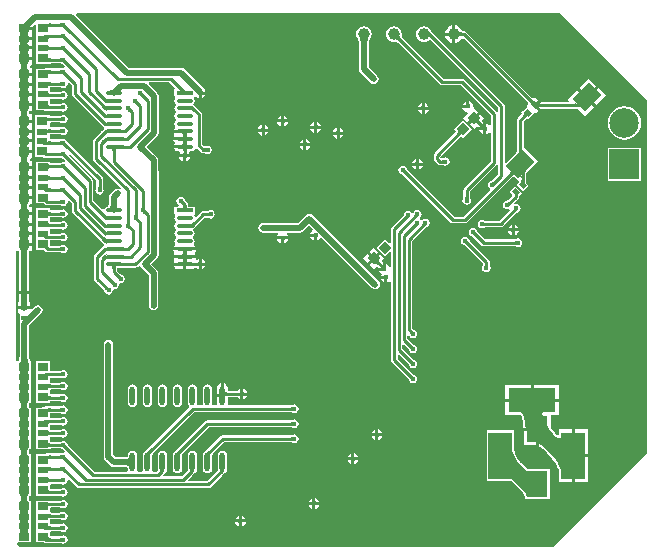
<source format=gbl>
G04*
G04 #@! TF.GenerationSoftware,Altium Limited,Altium Designer,18.1.9 (240)*
G04*
G04 Layer_Physical_Order=2*
G04 Layer_Color=16711680*
%FSLAX25Y25*%
%MOIN*%
G70*
G01*
G75*
%ADD12C,0.01000*%
%ADD15C,0.02000*%
%ADD21R,0.01968X0.01575*%
%ADD26O,0.01772X0.06299*%
%ADD28O,0.05512X0.01181*%
%ADD29R,0.05512X0.01181*%
G04:AMPARAMS|DCode=32|XSize=15.75mil|YSize=19.68mil|CornerRadius=0mil|HoleSize=0mil|Usage=FLASHONLY|Rotation=225.000|XOffset=0mil|YOffset=0mil|HoleType=Round|Shape=Rectangle|*
%AMROTATEDRECTD32*
4,1,4,-0.00139,0.01253,0.01253,-0.00139,0.00139,-0.01253,-0.01253,0.00139,-0.00139,0.01253,0.0*
%
%ADD32ROTATEDRECTD32*%

%ADD75R,0.15748X0.07874*%
%ADD76R,0.07874X0.15748*%
%ADD77C,0.09843*%
%ADD78R,0.09843X0.09843*%
%ADD79C,0.01600*%
%ADD80C,0.03937*%
G04:AMPARAMS|DCode=81|XSize=78.74mil|YSize=59.06mil|CornerRadius=0mil|HoleSize=0mil|Usage=FLASHONLY|Rotation=45.000|XOffset=0mil|YOffset=0mil|HoleType=Round|Shape=Rectangle|*
%AMROTATEDRECTD81*
4,1,4,-0.00696,-0.04872,-0.04872,-0.00696,0.00696,0.04872,0.04872,0.00696,-0.00696,-0.04872,0.0*
%
%ADD81ROTATEDRECTD81*%

%ADD82R,0.06890X0.08661*%
%ADD83P,0.04243X4X90.0*%
%ADD84R,0.03543X0.02559*%
%ADD85R,0.03543X0.01968*%
%ADD86C,0.05000*%
G36*
X-571Y171093D02*
X-587Y171105D01*
X-612Y171115D01*
X-644Y171124D01*
X-685Y171132D01*
X-734Y171138D01*
X-857Y171148D01*
X-1104Y171153D01*
Y172153D01*
X-1014Y172154D01*
X-685Y172175D01*
X-644Y172183D01*
X-612Y172192D01*
X-587Y172202D01*
X-571Y172213D01*
Y171093D01*
D02*
G37*
G36*
X-4091Y171153D02*
X-4282Y171149D01*
X-4453Y171133D01*
X-4605Y171108D01*
X-4736Y171073D01*
X-4847Y171028D01*
X-4938Y170974D01*
X-5009Y170908D01*
X-5060Y170833D01*
X-5092Y170748D01*
X-5103Y170653D01*
X-5091Y171732D01*
X-5081Y171812D01*
X-5051Y171884D01*
X-5001Y171947D01*
X-4931Y172002D01*
X-4841Y172048D01*
X-4731Y172086D01*
X-4601Y172116D01*
X-4451Y172137D01*
X-4281Y172149D01*
X-4091Y172153D01*
Y171153D01*
D02*
G37*
G36*
X803Y171626D02*
X813Y171602D01*
X830Y171572D01*
X853Y171538D01*
X883Y171499D01*
X964Y171405D01*
X1135Y171226D01*
X427Y170519D01*
X363Y170583D01*
X115Y170800D01*
X81Y170824D01*
X52Y170840D01*
X27Y170850D01*
X8Y170853D01*
X800Y171645D01*
X803Y171626D01*
D02*
G37*
G36*
X-571Y167156D02*
X-587Y167168D01*
X-612Y167178D01*
X-644Y167187D01*
X-685Y167195D01*
X-734Y167201D01*
X-857Y167211D01*
X-1104Y167216D01*
Y168216D01*
X-1014Y168217D01*
X-685Y168238D01*
X-644Y168246D01*
X-612Y168255D01*
X-587Y168265D01*
X-571Y168276D01*
Y167156D01*
D02*
G37*
G36*
X-4091Y167216D02*
X-4282Y167211D01*
X-4453Y167196D01*
X-4605Y167171D01*
X-4736Y167136D01*
X-4847Y167091D01*
X-4939Y167036D01*
X-5010Y166971D01*
X-5061Y166896D01*
X-5092Y166811D01*
X-5103Y166716D01*
X-5091Y167972D01*
X-5081Y168019D01*
X-5051Y168060D01*
X-5001Y168097D01*
X-4931Y168129D01*
X-4841Y168155D01*
X-4731Y168177D01*
X-4601Y168194D01*
X-4281Y168214D01*
X-4091Y168216D01*
Y167216D01*
D02*
G37*
G36*
X803Y167689D02*
X813Y167665D01*
X830Y167635D01*
X853Y167601D01*
X883Y167562D01*
X964Y167468D01*
X1135Y167289D01*
X427Y166582D01*
X363Y166646D01*
X115Y166863D01*
X81Y166887D01*
X52Y166903D01*
X27Y166913D01*
X8Y166917D01*
X800Y167708D01*
X803Y167689D01*
D02*
G37*
G36*
X-571Y163219D02*
X-587Y163231D01*
X-612Y163241D01*
X-644Y163250D01*
X-685Y163258D01*
X-734Y163264D01*
X-857Y163274D01*
X-1104Y163279D01*
Y164279D01*
X-1014Y164280D01*
X-685Y164301D01*
X-644Y164309D01*
X-612Y164318D01*
X-587Y164328D01*
X-571Y164339D01*
Y163219D01*
D02*
G37*
G36*
X-5092Y164684D02*
X-5061Y164599D01*
X-5010Y164524D01*
X-4939Y164459D01*
X-4848Y164404D01*
X-4737Y164359D01*
X-4606Y164324D01*
X-4454Y164299D01*
X-4282Y164284D01*
X-4091Y164279D01*
Y163279D01*
X-4281Y163275D01*
X-4601Y163243D01*
X-4731Y163215D01*
X-4841Y163179D01*
X-4931Y163135D01*
X-5001Y163083D01*
X-5051Y163023D01*
X-5081Y162954D01*
X-5091Y162878D01*
X-5103Y164779D01*
X-5092Y164684D01*
D02*
G37*
G36*
X803Y163752D02*
X813Y163728D01*
X830Y163698D01*
X853Y163664D01*
X883Y163625D01*
X964Y163531D01*
X1135Y163352D01*
X427Y162645D01*
X363Y162709D01*
X115Y162926D01*
X81Y162950D01*
X52Y162966D01*
X27Y162976D01*
X8Y162979D01*
X800Y163771D01*
X803Y163752D01*
D02*
G37*
G36*
X-571Y159282D02*
X-587Y159294D01*
X-612Y159304D01*
X-644Y159313D01*
X-685Y159321D01*
X-734Y159327D01*
X-857Y159337D01*
X-1104Y159342D01*
Y160342D01*
X-1014Y160343D01*
X-685Y160364D01*
X-644Y160372D01*
X-612Y160381D01*
X-587Y160391D01*
X-571Y160402D01*
Y159282D01*
D02*
G37*
G36*
X-5092Y160747D02*
X-5061Y160662D01*
X-5010Y160587D01*
X-4939Y160522D01*
X-4848Y160467D01*
X-4737Y160422D01*
X-4605Y160387D01*
X-4454Y160362D01*
X-4282Y160347D01*
X-4091Y160342D01*
Y159342D01*
X-4281Y159340D01*
X-4731Y159307D01*
X-4841Y159286D01*
X-4931Y159262D01*
X-5001Y159233D01*
X-5051Y159199D01*
X-5081Y159161D01*
X-5091Y159118D01*
X-5103Y160842D01*
X-5092Y160747D01*
D02*
G37*
G36*
X803Y159815D02*
X813Y159791D01*
X830Y159761D01*
X853Y159727D01*
X883Y159688D01*
X964Y159594D01*
X1135Y159415D01*
X427Y158708D01*
X363Y158772D01*
X115Y158989D01*
X81Y159013D01*
X52Y159029D01*
X27Y159039D01*
X8Y159043D01*
X800Y159834D01*
X803Y159815D01*
D02*
G37*
G36*
X194378Y146535D02*
Y28902D01*
X163098Y-2379D01*
X-14535D01*
X-15495Y-1419D01*
X-15288Y-919D01*
X-10778D01*
Y2086D01*
X-10747Y2139D01*
X-10759Y2185D01*
X-10740Y2228D01*
X-10778Y2318D01*
X-10778Y2840D01*
X-10778D01*
Y2841D01*
X-10778D01*
Y3363D01*
X-10740Y3453D01*
X-10759Y3497D01*
X-10747Y3542D01*
X-10778Y3595D01*
Y5255D01*
X-10747Y5308D01*
X-10759Y5354D01*
X-10740Y5397D01*
X-10778Y5488D01*
Y6512D01*
X-10740Y6602D01*
X-10759Y6646D01*
X-10747Y6692D01*
X-10778Y6745D01*
Y8405D01*
X-10747Y8458D01*
X-10759Y8504D01*
X-10740Y8547D01*
X-10778Y8637D01*
X-10778Y9159D01*
X-10778D01*
Y9160D01*
X-10778D01*
Y9681D01*
X-10740Y9772D01*
X-10759Y9815D01*
X-10747Y9861D01*
X-10778Y9914D01*
Y12164D01*
X-10747Y12218D01*
X-10759Y12263D01*
X-10740Y12307D01*
X-10778Y12397D01*
Y12919D01*
X-11248D01*
X-11301Y12950D01*
X-11310Y12952D01*
X-11312Y12954D01*
X-11352Y13041D01*
X-11398Y13189D01*
X-11438Y13383D01*
X-11477Y13790D01*
X-11473Y13851D01*
X-11440Y14107D01*
X-11398Y14311D01*
X-11352Y14459D01*
X-11312Y14547D01*
X-11310Y14548D01*
X-11301Y14550D01*
X-11248Y14581D01*
X-10778D01*
Y15103D01*
X-10740Y15193D01*
X-10759Y15237D01*
X-10747Y15282D01*
X-10778Y15336D01*
Y17586D01*
X-10747Y17639D01*
X-10759Y17685D01*
X-10740Y17728D01*
X-10778Y17819D01*
X-10778Y18340D01*
X-10778D01*
Y18341D01*
X-10778D01*
Y18862D01*
X-10740Y18953D01*
X-10759Y18996D01*
X-10747Y19042D01*
X-10778Y19095D01*
Y20755D01*
X-10747Y20808D01*
X-10759Y20854D01*
X-10740Y20897D01*
X-10778Y20988D01*
Y22012D01*
X-10740Y22103D01*
X-10759Y22146D01*
X-10747Y22192D01*
X-10778Y22245D01*
Y23905D01*
X-10747Y23958D01*
X-10759Y24003D01*
X-10740Y24047D01*
X-10778Y24137D01*
X-10778Y24659D01*
X-10778D01*
Y24660D01*
X-10778D01*
Y25181D01*
X-10740Y25272D01*
X-10759Y25315D01*
X-10747Y25361D01*
X-10778Y25414D01*
Y27664D01*
X-10747Y27718D01*
X-10759Y27763D01*
X-10740Y27807D01*
X-10778Y27897D01*
Y28419D01*
X-11248D01*
X-11301Y28450D01*
X-11310Y28451D01*
X-11312Y28453D01*
X-11352Y28541D01*
X-11398Y28689D01*
X-11438Y28883D01*
X-11477Y29289D01*
X-11473Y29351D01*
X-11440Y29607D01*
X-11398Y29811D01*
X-11352Y29959D01*
X-11312Y30047D01*
X-11310Y30048D01*
X-11301Y30050D01*
X-11248Y30081D01*
X-10778D01*
Y30603D01*
X-10740Y30693D01*
X-10759Y30737D01*
X-10747Y30782D01*
X-10778Y30836D01*
Y33086D01*
X-10747Y33139D01*
X-10759Y33185D01*
X-10740Y33228D01*
X-10778Y33318D01*
X-10778Y33840D01*
X-10778D01*
Y33841D01*
X-10778D01*
Y34363D01*
X-10740Y34453D01*
X-10759Y34497D01*
X-10747Y34542D01*
X-10778Y34595D01*
Y36255D01*
X-10747Y36308D01*
X-10759Y36354D01*
X-10740Y36397D01*
X-10778Y36488D01*
Y37512D01*
X-10740Y37603D01*
X-10759Y37646D01*
X-10747Y37692D01*
X-10778Y37745D01*
Y39405D01*
X-10747Y39458D01*
X-10759Y39503D01*
X-10740Y39547D01*
X-10778Y39637D01*
X-10778Y40159D01*
X-10778D01*
Y40160D01*
X-10778D01*
Y40681D01*
X-10740Y40772D01*
X-10759Y40815D01*
X-10747Y40861D01*
X-10778Y40914D01*
Y43164D01*
X-10747Y43218D01*
X-10759Y43263D01*
X-10740Y43307D01*
X-10778Y43397D01*
Y43919D01*
X-11248D01*
X-11301Y43950D01*
X-11310Y43951D01*
X-11312Y43953D01*
X-11352Y44041D01*
X-11398Y44189D01*
X-11438Y44383D01*
X-11477Y44789D01*
X-11473Y44851D01*
X-11440Y45107D01*
X-11398Y45311D01*
X-11352Y45459D01*
X-11312Y45547D01*
X-11310Y45548D01*
X-11301Y45550D01*
X-11248Y45581D01*
X-10778D01*
Y46103D01*
X-10740Y46193D01*
X-10759Y46237D01*
X-10747Y46282D01*
X-10778Y46336D01*
Y48586D01*
X-10747Y48639D01*
X-10759Y48685D01*
X-10740Y48728D01*
X-10778Y48818D01*
X-10778Y49340D01*
X-10778D01*
Y49341D01*
X-10778D01*
Y49863D01*
X-10740Y49953D01*
X-10759Y49997D01*
X-10747Y50042D01*
X-10778Y50095D01*
Y51755D01*
X-10747Y51808D01*
X-10759Y51854D01*
X-10740Y51897D01*
X-10778Y51988D01*
Y53012D01*
X-10740Y53102D01*
X-10759Y53146D01*
X-10747Y53192D01*
X-10778Y53245D01*
Y54905D01*
X-10747Y54958D01*
X-10759Y55003D01*
X-10740Y55047D01*
X-10778Y55137D01*
X-10778Y55659D01*
X-10778D01*
Y55660D01*
X-10778D01*
Y56181D01*
X-10740Y56272D01*
X-10759Y56315D01*
X-10747Y56361D01*
X-10778Y56414D01*
Y58652D01*
X-10750Y58697D01*
X-10763Y58753D01*
X-10740Y58807D01*
X-10778Y58897D01*
Y59419D01*
X-11196D01*
X-11226Y59500D01*
X-11266Y59658D01*
X-11300Y59864D01*
X-11345Y60457D01*
X-11351Y60817D01*
X-11369Y60859D01*
Y71324D01*
X-7346Y75346D01*
X-6993Y75876D01*
X-6869Y76500D01*
X-6993Y77124D01*
X-7346Y77653D01*
X-7876Y78007D01*
X-8500Y78131D01*
X-9124Y78007D01*
X-9653Y77653D01*
X-10554Y76753D01*
X-10599Y76771D01*
X-13000D01*
X-14985D01*
Y75484D01*
X-14902D01*
X-14584Y75116D01*
Y72341D01*
X-14584D01*
X-14568Y72321D01*
X-14631Y72000D01*
Y60863D01*
X-14649Y60822D01*
X-14658Y60461D01*
X-14682Y60162D01*
X-14720Y59913D01*
X-14767Y59718D01*
X-14819Y59579D01*
X-14864Y59498D01*
X-14892Y59465D01*
X-14896Y59462D01*
X-14984Y59452D01*
X-15044Y59419D01*
X-15521D01*
X-15879Y59764D01*
Y96181D01*
X-14874D01*
X-14861Y96117D01*
X-14806Y95536D01*
X-14799Y95180D01*
X-14781Y95139D01*
Y83298D01*
X-14845Y83202D01*
X-14885Y83000D01*
X-11414D01*
X-11454Y83202D01*
X-11518Y83298D01*
Y95139D01*
X-11500Y95180D01*
X-11493Y95545D01*
X-11473Y95851D01*
X-11440Y96107D01*
X-11425Y96181D01*
X-10378D01*
Y97961D01*
X-13150D01*
Y98953D01*
X-14150D01*
X-14157Y99333D01*
X-14195Y99728D01*
X-14909D01*
X-14765Y99748D01*
X-14636Y99808D01*
X-14522Y99908D01*
X-14423Y100048D01*
X-14340Y100228D01*
X-14305Y100340D01*
X-14340Y100453D01*
X-14423Y100633D01*
X-14522Y100773D01*
X-14636Y100873D01*
X-14765Y100933D01*
X-14909Y100953D01*
X-14187D01*
X-14180Y101008D01*
X-14157Y101348D01*
X-14150Y101728D01*
X-13150D01*
Y102102D01*
X-14150D01*
X-14157Y102482D01*
X-14197Y102897D01*
X-14909D01*
X-14765Y102917D01*
X-14636Y102977D01*
X-14522Y103077D01*
X-14423Y103217D01*
X-14340Y103397D01*
X-14308Y103500D01*
X-14340Y103603D01*
X-14423Y103782D01*
X-14522Y103923D01*
X-14636Y104023D01*
X-14765Y104083D01*
X-14909Y104103D01*
X-14189D01*
X-14180Y104177D01*
X-14157Y104517D01*
X-14150Y104897D01*
X-13150D01*
Y105272D01*
X-14150D01*
X-14157Y105652D01*
X-14195Y106047D01*
X-14909D01*
X-14765Y106067D01*
X-14636Y106127D01*
X-14522Y106227D01*
X-14423Y106367D01*
X-14340Y106547D01*
X-14305Y106659D01*
X-14340Y106772D01*
X-14423Y106952D01*
X-14522Y107092D01*
X-14636Y107192D01*
X-14765Y107252D01*
X-14909Y107272D01*
X-14187D01*
X-14180Y107327D01*
X-14157Y107667D01*
X-14150Y108047D01*
X-13150D01*
Y109039D01*
X-10378D01*
Y110819D01*
X-11205D01*
X-11374Y111262D01*
X-11103Y111681D01*
X-10378D01*
Y113461D01*
X-13150D01*
Y114453D01*
X-14150D01*
X-14157Y114833D01*
X-14195Y115228D01*
X-14909D01*
X-14765Y115248D01*
X-14636Y115308D01*
X-14522Y115408D01*
X-14423Y115548D01*
X-14340Y115728D01*
X-14305Y115840D01*
X-14340Y115953D01*
X-14423Y116133D01*
X-14522Y116273D01*
X-14636Y116373D01*
X-14765Y116433D01*
X-14909Y116453D01*
X-14187D01*
X-14180Y116508D01*
X-14157Y116848D01*
X-14150Y117228D01*
X-13150D01*
Y117603D01*
X-14150D01*
X-14157Y117982D01*
X-14197Y118397D01*
X-14909D01*
X-14765Y118417D01*
X-14636Y118477D01*
X-14522Y118577D01*
X-14423Y118717D01*
X-14340Y118897D01*
X-14308Y119000D01*
X-14340Y119103D01*
X-14423Y119282D01*
X-14522Y119423D01*
X-14636Y119523D01*
X-14765Y119582D01*
X-14909Y119603D01*
X-14189D01*
X-14180Y119677D01*
X-14157Y120017D01*
X-14150Y120397D01*
X-13150D01*
Y120772D01*
X-14150D01*
X-14157Y121152D01*
X-14195Y121547D01*
X-14909D01*
X-14765Y121567D01*
X-14636Y121627D01*
X-14522Y121727D01*
X-14423Y121867D01*
X-14340Y122047D01*
X-14305Y122159D01*
X-14340Y122272D01*
X-14423Y122452D01*
X-14522Y122592D01*
X-14636Y122692D01*
X-14765Y122752D01*
X-14909Y122772D01*
X-14187D01*
X-14180Y122827D01*
X-14157Y123167D01*
X-14150Y123547D01*
X-13150D01*
Y124539D01*
X-10378D01*
Y126319D01*
X-11065D01*
X-11235Y126654D01*
X-10944Y127106D01*
X-10528D01*
Y128886D01*
X-13299D01*
Y129878D01*
X-14150D01*
X-14159Y130258D01*
X-14186Y130598D01*
X-14194Y130653D01*
X-15059D01*
X-14886Y130673D01*
X-14731Y130733D01*
X-14595Y130833D01*
X-14477Y130973D01*
X-14377Y131153D01*
X-14335Y131266D01*
X-14377Y131378D01*
X-14477Y131558D01*
X-14595Y131698D01*
X-14731Y131798D01*
X-14886Y131858D01*
X-15059Y131878D01*
X-14194D01*
X-14186Y131933D01*
X-14159Y132273D01*
X-14150Y132653D01*
X-13299D01*
Y133028D01*
X-14150D01*
X-14159Y133408D01*
X-14186Y133748D01*
X-14197Y133823D01*
X-15059D01*
X-14886Y133843D01*
X-14731Y133903D01*
X-14595Y134003D01*
X-14477Y134143D01*
X-14377Y134323D01*
X-14339Y134425D01*
X-14377Y134528D01*
X-14477Y134708D01*
X-14595Y134848D01*
X-14731Y134948D01*
X-14886Y135008D01*
X-15059Y135028D01*
X-14197D01*
X-14186Y135103D01*
X-14159Y135443D01*
X-14150Y135823D01*
X-13299D01*
Y136197D01*
X-14150D01*
X-14159Y136577D01*
X-14186Y136917D01*
X-14194Y136972D01*
X-15059D01*
X-14886Y136992D01*
X-14731Y137052D01*
X-14595Y137152D01*
X-14477Y137292D01*
X-14377Y137472D01*
X-14335Y137585D01*
X-14377Y137697D01*
X-14477Y137877D01*
X-14595Y138017D01*
X-14731Y138117D01*
X-14886Y138177D01*
X-15059Y138197D01*
X-14194D01*
X-14186Y138252D01*
X-14159Y138592D01*
X-14150Y138972D01*
X-13299D01*
Y139965D01*
X-10528D01*
Y141744D01*
X-11406D01*
X-11476Y142225D01*
X-11423Y142681D01*
X-10378D01*
Y144461D01*
X-13150D01*
Y145453D01*
X-14150D01*
X-14157Y145833D01*
X-14195Y146228D01*
X-14909D01*
X-14765Y146248D01*
X-14636Y146308D01*
X-14522Y146408D01*
X-14423Y146548D01*
X-14340Y146728D01*
X-14305Y146841D01*
X-14340Y146953D01*
X-14423Y147133D01*
X-14522Y147273D01*
X-14636Y147373D01*
X-14765Y147433D01*
X-14909Y147453D01*
X-14187D01*
X-14180Y147508D01*
X-14157Y147848D01*
X-14150Y148228D01*
X-13150D01*
Y148602D01*
X-14150D01*
X-14157Y148983D01*
X-14197Y149397D01*
X-14909D01*
X-14765Y149417D01*
X-14636Y149477D01*
X-14522Y149577D01*
X-14423Y149717D01*
X-14340Y149897D01*
X-14308Y150000D01*
X-14340Y150102D01*
X-14423Y150283D01*
X-14522Y150423D01*
X-14636Y150523D01*
X-14765Y150583D01*
X-14909Y150602D01*
X-14189D01*
X-14180Y150677D01*
X-14157Y151017D01*
X-14150Y151397D01*
X-13150D01*
Y151772D01*
X-14150D01*
X-14157Y152152D01*
X-14195Y152547D01*
X-14909D01*
X-14765Y152567D01*
X-14636Y152627D01*
X-14522Y152727D01*
X-14423Y152867D01*
X-14340Y153047D01*
X-14305Y153159D01*
X-14340Y153272D01*
X-14423Y153452D01*
X-14522Y153592D01*
X-14636Y153692D01*
X-14765Y153752D01*
X-14909Y153772D01*
X-14187D01*
X-14180Y153827D01*
X-14157Y154167D01*
X-14150Y154547D01*
X-13150D01*
Y155539D01*
X-10378D01*
Y157319D01*
X-11111D01*
X-11258Y157657D01*
X-10961Y158106D01*
X-10378D01*
Y159886D01*
X-13150D01*
Y160878D01*
X-14150D01*
X-14157Y161258D01*
X-14195Y161653D01*
X-14909D01*
X-14765Y161673D01*
X-14636Y161733D01*
X-14522Y161833D01*
X-14423Y161973D01*
X-14340Y162153D01*
X-14305Y162266D01*
X-14340Y162378D01*
X-14423Y162558D01*
X-14522Y162698D01*
X-14636Y162798D01*
X-14765Y162858D01*
X-14909Y162878D01*
X-14187D01*
X-14180Y162933D01*
X-14157Y163273D01*
X-14150Y163653D01*
X-13150D01*
Y164028D01*
X-14150D01*
X-14157Y164408D01*
X-14197Y164823D01*
X-14909D01*
X-14765Y164843D01*
X-14636Y164903D01*
X-14522Y165003D01*
X-14423Y165143D01*
X-14340Y165323D01*
X-14308Y165425D01*
X-14340Y165528D01*
X-14423Y165708D01*
X-14522Y165848D01*
X-14636Y165948D01*
X-14765Y166008D01*
X-14909Y166028D01*
X-14189D01*
X-14180Y166103D01*
X-14157Y166443D01*
X-14150Y166823D01*
X-13150D01*
Y167197D01*
X-14150D01*
X-14157Y167577D01*
X-14195Y167972D01*
X-14909D01*
X-14765Y167992D01*
X-14636Y168052D01*
X-14522Y168152D01*
X-14423Y168292D01*
X-14340Y168472D01*
X-14305Y168585D01*
X-14340Y168697D01*
X-14423Y168877D01*
X-14522Y169017D01*
X-14636Y169117D01*
X-14765Y169177D01*
X-14909Y169197D01*
X-14187D01*
X-14180Y169252D01*
X-14157Y169592D01*
X-14150Y169972D01*
X-13150D01*
Y170624D01*
X-14710Y171720D01*
X-14534Y171630D01*
X-14334Y171592D01*
X-14110Y171605D01*
X-13863Y171671D01*
X-13592Y171787D01*
X-13297Y171956D01*
X-12979Y172176D01*
X-12637Y172448D01*
X-12271Y172771D01*
X-11882Y173146D01*
X-9976Y172224D01*
X-10395Y171791D01*
X-11049Y171025D01*
X-11091Y170965D01*
X-10246D01*
X-9914Y171354D01*
X-9722Y171553D01*
X-9222Y171350D01*
Y168585D01*
X-9222Y168585D01*
Y168584D01*
X-9222D01*
X-9222Y168085D01*
Y165416D01*
Y162765D01*
X-9222Y162266D01*
X-9222D01*
Y162265D01*
X-9222D01*
Y158506D01*
X-5267D01*
X-5239Y158486D01*
X-5160Y158499D01*
X-5086Y158469D01*
X-4998Y158506D01*
X-4479D01*
Y158674D01*
X-4253Y158691D01*
X-4083Y158693D01*
X-4018Y158721D01*
X-1182D01*
X-1119Y158693D01*
X-890Y158688D01*
X-802Y158681D01*
X-791Y158680D01*
X-785Y158678D01*
X-783Y158678D01*
X-776Y158677D01*
X-546Y158524D01*
X-278Y158470D01*
X-80Y158296D01*
X-29Y158246D01*
X38Y158219D01*
X516Y157740D01*
X270Y157279D01*
X0Y157333D01*
X-546Y157224D01*
X-774Y157072D01*
X-1037Y157055D01*
X-1109Y157055D01*
X-1175Y157027D01*
X-4023D01*
X-4091Y157055D01*
X-4096Y157053D01*
X-4102Y157055D01*
X-4612Y157046D01*
X-4627Y157039D01*
X-4643Y157045D01*
X-4883Y157029D01*
X-4887Y157027D01*
X-5984D01*
X-5984Y157027D01*
X-6414Y156942D01*
X-6447Y156919D01*
X-9222D01*
Y153160D01*
X-9222Y153160D01*
Y153159D01*
X-9222D01*
X-9222Y152660D01*
Y149991D01*
Y147340D01*
X-9222Y146841D01*
X-9222D01*
Y146840D01*
X-9222D01*
Y143081D01*
X-6448D01*
X-6413Y143058D01*
X-5984Y142973D01*
X-5984Y142973D01*
X-4405D01*
X-4154Y142948D01*
X-4122Y142958D01*
X-4091Y142945D01*
X-4023Y142973D01*
X-1182D01*
X-1119Y142945D01*
X-890Y142940D01*
X-802Y142933D01*
X-791Y142932D01*
X-785Y142930D01*
X-783Y142930D01*
X-776Y142929D01*
X-546Y142776D01*
X0Y142667D01*
X546Y142776D01*
X1009Y143085D01*
X1319Y143548D01*
X1427Y144094D01*
X1319Y144641D01*
X1009Y145104D01*
X546Y145413D01*
X0Y145522D01*
X-546Y145413D01*
X-774Y145261D01*
X-1037Y145244D01*
X-1109Y145244D01*
X-1175Y145216D01*
X-4004D01*
X-4016Y145218D01*
X-4074Y145244D01*
X-4187Y145247D01*
X-4479Y145295D01*
Y146840D01*
X-4089Y146882D01*
X-4088Y146882D01*
X-4029Y146907D01*
X-4008Y146910D01*
X-1182D01*
X-1119Y146882D01*
X-890Y146877D01*
X-802Y146870D01*
X-791Y146869D01*
X-785Y146867D01*
X-783Y146867D01*
X-776Y146866D01*
X-546Y146713D01*
X0Y146604D01*
X546Y146713D01*
X1009Y147022D01*
X1319Y147485D01*
X1427Y148031D01*
X1319Y148578D01*
X1009Y149041D01*
X546Y149350D01*
X0Y149459D01*
X-546Y149350D01*
X-774Y149198D01*
X-1037Y149181D01*
X-1109Y149181D01*
X-1175Y149153D01*
X-4012D01*
X-4074Y149181D01*
X-4246Y149185D01*
X-4372Y149196D01*
X-4468Y149212D01*
X-4479Y149215D01*
Y150785D01*
X-4468Y150788D01*
X-4372Y150804D01*
X-4246Y150815D01*
X-4074Y150819D01*
X-4012Y150847D01*
X-1182D01*
X-1119Y150819D01*
X-890Y150814D01*
X-802Y150807D01*
X-791Y150806D01*
X-785Y150804D01*
X-783Y150804D01*
X-776Y150803D01*
X-546Y150650D01*
X0Y150541D01*
X546Y150650D01*
X1009Y150959D01*
X1319Y151422D01*
X1427Y151968D01*
X1374Y152239D01*
X1835Y152485D01*
X2878Y151441D01*
Y148500D01*
X2878Y148500D01*
X2964Y148071D01*
X3207Y147707D01*
X13045Y137869D01*
X13409Y137626D01*
X13624Y137583D01*
X13643Y137533D01*
X13677Y137062D01*
X13428Y136896D01*
X13428Y136896D01*
X13058Y136526D01*
X12755Y136258D01*
X12747Y136241D01*
X12730Y136234D01*
X12513Y136021D01*
X12513Y136021D01*
X12513Y136021D01*
X12485Y135952D01*
X10149Y133617D01*
X9906Y133253D01*
X9821Y132824D01*
X9821Y132824D01*
Y126982D01*
X9821Y126982D01*
X9906Y126553D01*
X10149Y126189D01*
X19212Y117126D01*
X18894Y116738D01*
X18667Y116889D01*
X18043Y117014D01*
X17418Y116889D01*
X16889Y116536D01*
X15594Y115241D01*
X15240Y114711D01*
X15116Y114087D01*
Y112343D01*
X15098Y112303D01*
X15089Y111940D01*
X15063Y111643D01*
X15022Y111397D01*
X14970Y111205D01*
X14915Y111069D01*
X14866Y110988D01*
X14832Y110951D01*
X14813Y110939D01*
X14792Y110932D01*
X14679Y110919D01*
X14661Y110910D01*
X14582D01*
X14117Y110817D01*
X13724Y110554D01*
X13499Y110219D01*
X13326Y110139D01*
X12934Y110077D01*
X9922Y113089D01*
Y119546D01*
X9922Y119546D01*
X9836Y119976D01*
X9593Y120339D01*
X1702Y128230D01*
X1700Y128290D01*
X2167Y128495D01*
X2208Y128489D01*
X10921Y119776D01*
Y117564D01*
X10893Y117501D01*
X10888Y117272D01*
X10881Y117185D01*
X10880Y117173D01*
X10878Y117167D01*
X10878Y117165D01*
X10877Y117158D01*
X10724Y116928D01*
X10701Y116814D01*
X10699Y116811D01*
X10614Y116382D01*
X10699Y115953D01*
X10701Y115950D01*
X10724Y115836D01*
X11033Y115373D01*
X11496Y115063D01*
X12043Y114955D01*
X12589Y115063D01*
X13052Y115373D01*
X13361Y115836D01*
X13470Y116382D01*
X13361Y116928D01*
X13209Y117156D01*
X13192Y117419D01*
X13192Y117491D01*
X13164Y117557D01*
Y120241D01*
X13164Y120241D01*
X13079Y120670D01*
X12836Y121034D01*
X12835Y121034D01*
X1629Y132241D01*
X1604Y132305D01*
X1445Y132471D01*
X1388Y132537D01*
X1381Y132546D01*
X1378Y132552D01*
X1376Y132553D01*
X1373Y132559D01*
X1319Y132830D01*
X1009Y133293D01*
X546Y133602D01*
X0Y133711D01*
X-546Y133602D01*
X-774Y133450D01*
X-1037Y133433D01*
X-1109Y133433D01*
X-1175Y133405D01*
X-4161D01*
X-4223Y133433D01*
X-4395Y133437D01*
X-4522Y133448D01*
X-4618Y133464D01*
X-4628Y133467D01*
Y135037D01*
X-4618Y135040D01*
X-4522Y135056D01*
X-4395Y135067D01*
X-4223Y135071D01*
X-4161Y135099D01*
X-1182D01*
X-1119Y135071D01*
X-890Y135066D01*
X-802Y135059D01*
X-791Y135058D01*
X-785Y135056D01*
X-783Y135056D01*
X-776Y135055D01*
X-546Y134902D01*
X0Y134793D01*
X546Y134902D01*
X1009Y135211D01*
X1319Y135674D01*
X1427Y136220D01*
X1319Y136767D01*
X1009Y137230D01*
X546Y137539D01*
X0Y137648D01*
X-546Y137539D01*
X-774Y137387D01*
X-1037Y137370D01*
X-1109Y137370D01*
X-1175Y137342D01*
X-4167D01*
X-4220Y137365D01*
X-4628Y137585D01*
Y138974D01*
X-4618Y138977D01*
X-4522Y138993D01*
X-4395Y139004D01*
X-4223Y139008D01*
X-4161Y139036D01*
X-1182D01*
X-1119Y139008D01*
X-890Y139003D01*
X-802Y138996D01*
X-791Y138995D01*
X-785Y138993D01*
X-783Y138993D01*
X-776Y138992D01*
X-546Y138839D01*
X0Y138730D01*
X546Y138839D01*
X1009Y139148D01*
X1319Y139611D01*
X1427Y140157D01*
X1319Y140704D01*
X1009Y141167D01*
X546Y141476D01*
X0Y141585D01*
X-546Y141476D01*
X-774Y141324D01*
X-1037Y141307D01*
X-1109Y141307D01*
X-1175Y141279D01*
X-4165D01*
X-4228Y141307D01*
X-4628Y141314D01*
Y141344D01*
X-5085D01*
X-5129Y141372D01*
X-5184Y141360D01*
X-5235Y141382D01*
X-5328Y141344D01*
X-9372D01*
Y137585D01*
X-9372Y137585D01*
Y137584D01*
X-9372D01*
X-9372Y137085D01*
Y134416D01*
Y131765D01*
X-9372Y131266D01*
X-9372D01*
Y131265D01*
X-9372D01*
Y127506D01*
X-6683D01*
X-6390Y127310D01*
X-5960Y127225D01*
X-5960Y127225D01*
X-4430D01*
X-4411Y127220D01*
X-4371Y127225D01*
X-4308D01*
X-4240Y127197D01*
X-4173Y127225D01*
X-1182D01*
X-1119Y127197D01*
X-890Y127192D01*
X-802Y127185D01*
X-791Y127184D01*
X-785Y127182D01*
X-783Y127182D01*
X-776Y127181D01*
X-546Y127028D01*
X-278Y126974D01*
X-80Y126800D01*
X-29Y126750D01*
X38Y126723D01*
X516Y126244D01*
X270Y125783D01*
X0Y125837D01*
X-546Y125728D01*
X-774Y125576D01*
X-1037Y125559D01*
X-1109Y125559D01*
X-1175Y125531D01*
X-4014D01*
X-4077Y125559D01*
X-4251Y125562D01*
X-4385Y125572D01*
X-4479Y125584D01*
Y125919D01*
X-4998D01*
X-5087Y125956D01*
X-5130Y125938D01*
X-5176Y125951D01*
X-5231Y125919D01*
X-9222D01*
Y122659D01*
X-9222Y122160D01*
X-9222D01*
Y122159D01*
X-9222D01*
Y118991D01*
Y116340D01*
X-9222Y115841D01*
X-9222D01*
Y115840D01*
X-9222D01*
Y112081D01*
X-6557D01*
X-6281Y111805D01*
X-6281Y111805D01*
X-5917Y111562D01*
X-5488Y111477D01*
X-5488Y111477D01*
X-1182D01*
X-1119Y111449D01*
X-890Y111444D01*
X-802Y111437D01*
X-791Y111436D01*
X-785Y111434D01*
X-783Y111434D01*
X-776Y111433D01*
X-546Y111280D01*
X0Y111171D01*
X546Y111280D01*
X1009Y111589D01*
X1319Y112052D01*
X1427Y112598D01*
X1374Y112868D01*
X1835Y113115D01*
X2878Y112071D01*
Y109500D01*
X2878Y109500D01*
X2964Y109071D01*
X3207Y108707D01*
X12459Y99455D01*
X12489Y99385D01*
X13465Y98447D01*
X13483Y98440D01*
X13491Y98418D01*
X13489Y98353D01*
X13373Y97865D01*
X13117Y97694D01*
X13117Y97694D01*
X10498Y95075D01*
X10255Y94711D01*
X10170Y94282D01*
X10170Y94282D01*
Y86833D01*
X10170Y86833D01*
X10255Y86404D01*
X10498Y86040D01*
X13414Y83125D01*
X13439Y83060D01*
X13597Y82895D01*
X13654Y82828D01*
X13661Y82819D01*
X13664Y82814D01*
X13666Y82812D01*
X13670Y82807D01*
X13724Y82536D01*
X14033Y82073D01*
X14496Y81763D01*
X15043Y81655D01*
X15589Y81763D01*
X16052Y82073D01*
X16361Y82536D01*
X16470Y83082D01*
X16454Y83162D01*
X16879Y83587D01*
X17042Y83555D01*
X17589Y83663D01*
X18052Y83973D01*
X18361Y84436D01*
X18470Y84982D01*
X18454Y85062D01*
X18879Y85487D01*
X19042Y85455D01*
X19589Y85563D01*
X20052Y85873D01*
X20361Y86336D01*
X20470Y86882D01*
X20361Y87428D01*
X20052Y87892D01*
X19589Y88201D01*
X19320Y88254D01*
X19123Y88428D01*
X19071Y88479D01*
X19005Y88506D01*
X17869Y89642D01*
Y90114D01*
X17897Y90176D01*
X17901Y90348D01*
X17912Y90476D01*
X17927Y90569D01*
X18913D01*
X19097Y90605D01*
X19138Y90588D01*
X19152Y90594D01*
X19166Y90589D01*
X20233Y90634D01*
X20292Y90661D01*
X23943D01*
X23943Y90661D01*
X24372Y90746D01*
X24736Y90989D01*
X25056Y91309D01*
X25436Y91194D01*
X25566Y91112D01*
X25889Y90629D01*
X28411Y88107D01*
Y78000D01*
X28535Y77376D01*
X28889Y76846D01*
X29418Y76493D01*
X30042Y76369D01*
X30667Y76493D01*
X31196Y76846D01*
X31550Y77376D01*
X31674Y78000D01*
Y88782D01*
X31550Y89407D01*
X31196Y89936D01*
X29350Y91782D01*
X31296Y93729D01*
X31650Y94258D01*
X31774Y94882D01*
Y122782D01*
X31674Y123285D01*
Y126485D01*
X31550Y127109D01*
X31196Y127638D01*
X27850Y130985D01*
X31296Y134431D01*
X31650Y134960D01*
X31774Y135585D01*
Y147821D01*
X31650Y148446D01*
X31296Y148975D01*
X28393Y151878D01*
X28600Y152378D01*
X35303D01*
X37183Y150498D01*
X37013Y150089D01*
X37013D01*
Y147707D01*
X37209D01*
X37361Y147207D01*
X37346Y147197D01*
X37082Y146803D01*
X36990Y146339D01*
X37082Y145874D01*
X37346Y145481D01*
X37560Y145337D01*
X37561Y145336D01*
Y144783D01*
X37560Y144782D01*
X37346Y144638D01*
X37082Y144244D01*
X36990Y143780D01*
X37082Y143315D01*
X37346Y142922D01*
X37560Y142778D01*
X37561Y142777D01*
Y142224D01*
X37560Y142223D01*
X37346Y142079D01*
X37082Y141685D01*
X36990Y141221D01*
X37082Y140756D01*
X37346Y140363D01*
X37560Y140219D01*
X37561Y140218D01*
Y139665D01*
X37560Y139664D01*
X37346Y139520D01*
X37082Y139126D01*
X36990Y138662D01*
X37082Y138197D01*
X37256Y137938D01*
X37346Y137803D01*
X37166Y137322D01*
X37057Y137250D01*
X36706Y136723D01*
X36682Y136603D01*
X40369D01*
Y135603D01*
X36682D01*
X36706Y135482D01*
X36902Y135188D01*
X37016Y134823D01*
X36902Y134458D01*
X36706Y134164D01*
X36682Y134044D01*
X40369D01*
Y133044D01*
X36682D01*
X36706Y132923D01*
X37057Y132397D01*
Y132131D01*
X36706Y131605D01*
X36682Y131485D01*
X40369D01*
Y130485D01*
X36682D01*
X36706Y130364D01*
X37057Y129838D01*
X37583Y129486D01*
X38204Y129363D01*
X38593D01*
X38860Y128863D01*
X38674Y128584D01*
X38633Y128382D01*
X42105D01*
X42065Y128584D01*
X41879Y128863D01*
X42146Y129363D01*
X42535D01*
X43155Y129486D01*
X43681Y129838D01*
X43927Y130205D01*
X44417Y130320D01*
X44531Y130307D01*
X45750Y129089D01*
X46113Y128846D01*
X46543Y128761D01*
X46543Y128761D01*
X46861D01*
X46924Y128733D01*
X47153Y128728D01*
X47240Y128721D01*
X47252Y128719D01*
X47258Y128718D01*
X47260Y128718D01*
X47267Y128717D01*
X47496Y128563D01*
X48043Y128455D01*
X48589Y128563D01*
X49052Y128873D01*
X49361Y129336D01*
X49470Y129882D01*
X49361Y130428D01*
X49052Y130892D01*
X48589Y131201D01*
X48043Y131309D01*
X47496Y131201D01*
X47269Y131049D01*
X47006Y131032D01*
X46979Y131032D01*
X46164Y131847D01*
Y141721D01*
X46164Y141721D01*
X46079Y142150D01*
X45836Y142514D01*
X44646Y143704D01*
X44616Y143772D01*
X43973Y144403D01*
X43962Y144407D01*
X43957Y144418D01*
X43514Y144822D01*
X43494Y144830D01*
X43483Y144849D01*
X43422Y144898D01*
X43361Y145310D01*
X43389Y145458D01*
X43406Y145499D01*
X43656Y145874D01*
X43749Y146339D01*
X43656Y146803D01*
X43393Y147197D01*
X43655Y147623D01*
X43725Y147707D01*
X44183Y147605D01*
X44245Y147513D01*
X44840Y147115D01*
X45042Y147075D01*
Y148810D01*
X45542D01*
Y149310D01*
X47278D01*
X47238Y149513D01*
X47096Y149725D01*
X47050Y149958D01*
X46696Y150488D01*
X40430Y156754D01*
X39901Y157107D01*
X39276Y157231D01*
X21811D01*
X4164Y174878D01*
X4371Y175378D01*
X165535D01*
X194378Y146535D01*
D02*
G37*
G36*
X-11534Y159098D02*
X-11663Y159038D01*
X-11777Y158938D01*
X-11876Y158798D01*
X-11960Y158618D01*
X-12028Y158398D01*
X-12081Y158138D01*
X-12119Y157838D01*
X-12125Y157749D01*
X-12081Y157287D01*
X-12028Y157027D01*
X-11960Y156807D01*
X-11876Y156627D01*
X-11777Y156487D01*
X-11663Y156387D01*
X-11534Y156327D01*
X-11390Y156307D01*
X-14909D01*
X-14765Y156327D01*
X-14636Y156387D01*
X-14522Y156487D01*
X-14423Y156627D01*
X-14340Y156807D01*
X-14271Y157027D01*
X-14218Y157287D01*
X-14180Y157587D01*
X-14174Y157676D01*
X-14218Y158138D01*
X-14271Y158398D01*
X-14340Y158618D01*
X-14423Y158798D01*
X-14522Y158938D01*
X-14636Y159038D01*
X-14765Y159098D01*
X-14909Y159118D01*
X-11390D01*
X-11534Y159098D01*
D02*
G37*
G36*
X-571Y155345D02*
X-587Y155357D01*
X-612Y155367D01*
X-644Y155376D01*
X-685Y155384D01*
X-734Y155390D01*
X-857Y155400D01*
X-1104Y155405D01*
Y156405D01*
X-1014Y156406D01*
X-685Y156427D01*
X-644Y156435D01*
X-612Y156444D01*
X-587Y156454D01*
X-571Y156465D01*
Y155345D01*
D02*
G37*
G36*
X-4091Y155405D02*
X-4282Y155400D01*
X-4454Y155385D01*
X-4605Y155360D01*
X-4736Y155325D01*
X-4848Y155280D01*
X-4939Y155225D01*
X-5010Y155160D01*
X-5061Y155085D01*
X-5092Y155000D01*
X-5103Y154905D01*
X-5091Y156307D01*
X-5081Y156326D01*
X-5051Y156342D01*
X-5001Y156357D01*
X-4931Y156370D01*
X-4841Y156381D01*
X-4601Y156397D01*
X-4091Y156405D01*
Y155405D01*
D02*
G37*
G36*
X803Y155878D02*
X813Y155854D01*
X830Y155824D01*
X853Y155790D01*
X883Y155751D01*
X964Y155657D01*
X1135Y155478D01*
X427Y154771D01*
X363Y154835D01*
X115Y155052D01*
X81Y155076D01*
X52Y155092D01*
X27Y155102D01*
X8Y155105D01*
X800Y155897D01*
X803Y155878D01*
D02*
G37*
G36*
X-571Y151408D02*
X-587Y151420D01*
X-612Y151430D01*
X-644Y151439D01*
X-685Y151447D01*
X-734Y151453D01*
X-857Y151463D01*
X-1104Y151468D01*
Y152468D01*
X-1014Y152469D01*
X-685Y152490D01*
X-644Y152498D01*
X-612Y152507D01*
X-587Y152517D01*
X-571Y152528D01*
Y151408D01*
D02*
G37*
G36*
X-5081Y152532D02*
X-5051Y152519D01*
X-5001Y152507D01*
X-4931Y152497D01*
X-4731Y152481D01*
X-4091Y152468D01*
Y151468D01*
X-4282Y151463D01*
X-4454Y151448D01*
X-4605Y151423D01*
X-4737Y151388D01*
X-4848Y151343D01*
X-4939Y151288D01*
X-5010Y151223D01*
X-5061Y151148D01*
X-5092Y151063D01*
X-5103Y150968D01*
X-5091Y152547D01*
X-5081Y152532D01*
D02*
G37*
G36*
X39934Y150047D02*
X40077Y149925D01*
X40220Y149817D01*
X40362Y149723D01*
X40504Y149644D01*
X40645Y149580D01*
X40786Y149529D01*
X40926Y149493D01*
X41066Y149472D01*
X41205Y149465D01*
X38377D01*
X38506Y149472D01*
X38607Y149493D01*
X38679Y149529D01*
X38722Y149580D01*
X38736Y149644D01*
X38722Y149723D01*
X38679Y149817D01*
X38607Y149925D01*
X38506Y150047D01*
X38377Y150184D01*
X39791D01*
X39934Y150047D01*
D02*
G37*
G36*
X19767Y150503D02*
X19631Y150357D01*
X19518Y150212D01*
X19429Y150069D01*
X19363Y149928D01*
X19321Y149790D01*
X19301Y149653D01*
X19305Y149517D01*
X19333Y149384D01*
X19384Y149253D01*
X19458Y149124D01*
X14493Y149458D01*
X14765Y149464D01*
X15055Y149516D01*
X15363Y149615D01*
X15691Y149760D01*
X16037Y149952D01*
X16401Y150190D01*
X16784Y150475D01*
X17606Y151185D01*
X18044Y151609D01*
X19767Y150503D01*
D02*
G37*
G36*
X26346Y148783D02*
X26356Y148759D01*
X26372Y148729D01*
X26396Y148695D01*
X26426Y148655D01*
X26506Y148562D01*
X26677Y148383D01*
X25970Y147676D01*
X25905Y147740D01*
X25658Y147957D01*
X25624Y147981D01*
X25594Y147997D01*
X25570Y148007D01*
X25550Y148010D01*
X26342Y148802D01*
X26346Y148783D01*
D02*
G37*
G36*
X-571Y147471D02*
X-587Y147483D01*
X-612Y147493D01*
X-644Y147502D01*
X-685Y147510D01*
X-734Y147516D01*
X-857Y147526D01*
X-1104Y147531D01*
Y148531D01*
X-1014Y148532D01*
X-685Y148553D01*
X-644Y148561D01*
X-612Y148570D01*
X-587Y148580D01*
X-571Y148591D01*
Y147471D01*
D02*
G37*
G36*
X-5092Y148936D02*
X-5061Y148851D01*
X-5010Y148776D01*
X-4939Y148711D01*
X-4848Y148656D01*
X-4737Y148611D01*
X-4605Y148576D01*
X-4454Y148551D01*
X-4282Y148536D01*
X-4091Y148531D01*
Y147531D01*
X-4281Y147531D01*
X-5051Y147481D01*
X-5081Y147468D01*
X-5091Y147453D01*
X-5103Y149031D01*
X-5092Y148936D01*
D02*
G37*
G36*
X13761Y147344D02*
X14112Y147049D01*
X14265Y146945D01*
X14404Y146869D01*
X14528Y146821D01*
X14637Y146802D01*
X14731Y146812D01*
X14811Y146850D01*
X14877Y146917D01*
X14165Y145922D01*
X14299Y145712D01*
X14375Y145567D01*
X14395Y145486D01*
X14358Y145471D01*
X14264Y145521D01*
X14113Y145635D01*
X13906Y145815D01*
X12941Y146743D01*
X13564Y147534D01*
X13761Y147344D01*
D02*
G37*
G36*
X24551Y146224D02*
X24560Y146200D01*
X24577Y146170D01*
X24600Y146136D01*
X24631Y146097D01*
X24711Y146002D01*
X24882Y145824D01*
X24175Y145117D01*
X24110Y145180D01*
X23863Y145398D01*
X23828Y145422D01*
X23799Y145438D01*
X23775Y145448D01*
X23755Y145451D01*
X24547Y146243D01*
X24551Y146224D01*
D02*
G37*
G36*
X-5092Y144999D02*
X-5061Y144914D01*
X-5010Y144839D01*
X-4939Y144774D01*
X-4848Y144719D01*
X-4736Y144674D01*
X-4605Y144639D01*
X-4454Y144614D01*
X-4282Y144599D01*
X-4091Y144594D01*
Y143594D01*
X-5091Y143693D01*
X-5103Y145094D01*
X-5092Y144999D01*
D02*
G37*
G36*
X-571Y143534D02*
X-587Y143546D01*
X-612Y143556D01*
X-644Y143565D01*
X-685Y143573D01*
X-734Y143579D01*
X-857Y143589D01*
X-1104Y143594D01*
Y144594D01*
X-1014Y144595D01*
X-685Y144616D01*
X-644Y144624D01*
X-612Y144633D01*
X-587Y144643D01*
X-571Y144654D01*
Y143534D01*
D02*
G37*
G36*
X13766Y144787D02*
X14117Y144492D01*
X14270Y144387D01*
X14409Y144311D01*
X14533Y144263D01*
X14643Y144244D01*
X14738Y144253D01*
X14818Y144291D01*
X14883Y144358D01*
X14165Y143363D01*
X14296Y143156D01*
X14371Y143014D01*
X14390Y142936D01*
X14352Y142922D01*
X14258Y142973D01*
X14107Y143088D01*
X13901Y143267D01*
X12943Y144189D01*
X13568Y144978D01*
X13766Y144787D01*
D02*
G37*
G36*
X22346Y143665D02*
X22356Y143641D01*
X22372Y143611D01*
X22396Y143577D01*
X22426Y143537D01*
X22506Y143444D01*
X22677Y143265D01*
X21970Y142558D01*
X21905Y142622D01*
X21658Y142839D01*
X21624Y142863D01*
X21594Y142879D01*
X21570Y142889D01*
X21551Y142892D01*
X22343Y143684D01*
X22346Y143665D01*
D02*
G37*
G36*
X42834Y144520D02*
X42930Y144460D01*
X43077Y144343D01*
X43519Y143939D01*
X44162Y143309D01*
X43504Y142552D01*
X43304Y142745D01*
X42948Y143046D01*
X42791Y143154D01*
X42649Y143233D01*
X42522Y143284D01*
X42410Y143306D01*
X42311Y143300D01*
X42228Y143265D01*
X42159Y143202D01*
X42952Y144197D01*
X42847Y144363D01*
X42793Y144472D01*
X42789Y144524D01*
X42834Y144520D01*
D02*
G37*
G36*
X-11534Y143673D02*
X-11663Y143613D01*
X-11777Y143513D01*
X-11876Y143373D01*
X-11960Y143193D01*
X-12028Y142973D01*
X-12081Y142713D01*
X-12119Y142413D01*
X-12133Y142211D01*
X-12095Y141712D01*
X-12052Y141452D01*
X-11997Y141232D01*
X-11930Y141052D01*
X-11851Y140912D01*
X-11759Y140812D01*
X-11655Y140752D01*
X-11540Y140732D01*
X-15059D01*
X-14886Y140752D01*
X-14731Y140812D01*
X-14595Y140912D01*
X-14477Y141052D01*
X-14377Y141232D01*
X-14295Y141452D01*
X-14231Y141712D01*
X-14186Y142012D01*
X-14170Y142209D01*
X-14218Y142713D01*
X-14271Y142973D01*
X-14340Y143193D01*
X-14423Y143373D01*
X-14522Y143513D01*
X-14636Y143613D01*
X-14765Y143673D01*
X-14909Y143693D01*
X-11390D01*
X-11534Y143673D01*
D02*
G37*
G36*
X-571Y139597D02*
X-587Y139609D01*
X-612Y139619D01*
X-644Y139628D01*
X-685Y139636D01*
X-734Y139642D01*
X-857Y139652D01*
X-1104Y139657D01*
Y140657D01*
X-1014Y140658D01*
X-685Y140679D01*
X-644Y140687D01*
X-612Y140696D01*
X-587Y140706D01*
X-571Y140717D01*
Y139597D01*
D02*
G37*
G36*
X-5230Y140718D02*
X-5200Y140705D01*
X-5150Y140694D01*
X-5080Y140684D01*
X-4880Y140669D01*
X-4240Y140657D01*
Y139657D01*
X-4432Y139652D01*
X-4603Y139637D01*
X-4755Y139612D01*
X-4886Y139577D01*
X-4997Y139532D01*
X-5089Y139477D01*
X-5160Y139412D01*
X-5211Y139337D01*
X-5241Y139252D01*
X-5252Y139157D01*
X-5240Y140732D01*
X-5230Y140718D01*
D02*
G37*
G36*
X-571Y135660D02*
X-587Y135672D01*
X-612Y135682D01*
X-644Y135691D01*
X-685Y135699D01*
X-734Y135705D01*
X-857Y135715D01*
X-1104Y135720D01*
Y136720D01*
X-1014Y136721D01*
X-685Y136742D01*
X-644Y136750D01*
X-612Y136759D01*
X-587Y136769D01*
X-571Y136780D01*
Y135660D01*
D02*
G37*
G36*
X19161Y136639D02*
X19203Y136632D01*
X19263Y136625D01*
X19555Y136610D01*
X20206Y136603D01*
Y135603D01*
X19138Y135558D01*
Y136648D01*
X19161Y136639D01*
D02*
G37*
G36*
X14040Y136388D02*
X14037Y136328D01*
X15045Y135525D01*
X14962Y135574D01*
X14867Y135596D01*
X14759Y135593D01*
X14640Y135564D01*
X14509Y135509D01*
X14365Y135429D01*
X14210Y135322D01*
X14042Y135189D01*
X13863Y135031D01*
X13671Y134846D01*
X12969Y135558D01*
X13185Y135771D01*
X13807Y136321D01*
X13902Y136383D01*
X13972Y136415D01*
X14018Y136416D01*
X14040Y136388D01*
D02*
G37*
G36*
X-5230Y136924D02*
X-5200Y136882D01*
X-5150Y136844D01*
X-5080Y136811D01*
X-4990Y136783D01*
X-4880Y136761D01*
X-4750Y136743D01*
X-4430Y136723D01*
X-4240Y136720D01*
Y135720D01*
X-4432Y135715D01*
X-4604Y135700D01*
X-4755Y135675D01*
X-4886Y135640D01*
X-4998Y135595D01*
X-5089Y135540D01*
X-5160Y135475D01*
X-5211Y135400D01*
X-5242Y135315D01*
X-5252Y135220D01*
X-5240Y136972D01*
X-5230Y136924D01*
D02*
G37*
G36*
X41274Y135515D02*
X41189Y135484D01*
X41114Y135434D01*
X41049Y135363D01*
X40994Y135272D01*
X40949Y135161D01*
X40914Y135029D01*
X40889Y134877D01*
X40885Y134823D01*
X40889Y134769D01*
X40914Y134617D01*
X40949Y134486D01*
X40994Y134375D01*
X41049Y134283D01*
X41114Y134213D01*
X41189Y134162D01*
X41274Y134132D01*
X41369Y134122D01*
X39369D01*
X39464Y134132D01*
X39549Y134162D01*
X39624Y134213D01*
X39689Y134283D01*
X39744Y134375D01*
X39789Y134486D01*
X39824Y134617D01*
X39849Y134769D01*
X39854Y134823D01*
X39849Y134877D01*
X39824Y135029D01*
X39789Y135161D01*
X39744Y135272D01*
X39689Y135363D01*
X39624Y135434D01*
X39549Y135484D01*
X39464Y135515D01*
X39369Y135525D01*
X41369D01*
X41274Y135515D01*
D02*
G37*
G36*
X19161Y134080D02*
X19203Y134072D01*
X19263Y134066D01*
X19555Y134051D01*
X20206Y134044D01*
Y133044D01*
X19138Y132999D01*
Y134089D01*
X19161Y134080D01*
D02*
G37*
G36*
X14019Y133865D02*
X14040Y133833D01*
X14037Y133769D01*
X15028Y132966D01*
X14946Y133015D01*
X14851Y133038D01*
X14744Y133036D01*
X14625Y133007D01*
X14494Y132952D01*
X14351Y132872D01*
X14195Y132765D01*
X14028Y132633D01*
X13849Y132474D01*
X13657Y132290D01*
X12967Y133013D01*
X13184Y133228D01*
X13808Y133776D01*
X13903Y133837D01*
X13973Y133866D01*
X14019Y133865D01*
D02*
G37*
G36*
X-5241Y133188D02*
X-5210Y133103D01*
X-5159Y133028D01*
X-5088Y132963D01*
X-4997Y132908D01*
X-4886Y132863D01*
X-4755Y132828D01*
X-4603Y132803D01*
X-4432Y132788D01*
X-4240Y132783D01*
Y131783D01*
X-5240Y131878D01*
X-5252Y133283D01*
X-5241Y133188D01*
D02*
G37*
G36*
X-571Y131723D02*
X-587Y131735D01*
X-612Y131745D01*
X-644Y131754D01*
X-685Y131762D01*
X-734Y131768D01*
X-857Y131778D01*
X-1104Y131783D01*
Y132783D01*
X-1014Y132784D01*
X-685Y132805D01*
X-644Y132813D01*
X-612Y132822D01*
X-587Y132832D01*
X-571Y132843D01*
Y131723D01*
D02*
G37*
G36*
X41274Y132956D02*
X41189Y132925D01*
X41114Y132875D01*
X41049Y132804D01*
X40994Y132713D01*
X40949Y132601D01*
X40914Y132470D01*
X40889Y132318D01*
X40885Y132264D01*
X40889Y132210D01*
X40914Y132058D01*
X40949Y131927D01*
X40994Y131816D01*
X41049Y131724D01*
X41114Y131654D01*
X41189Y131603D01*
X41274Y131573D01*
X41369Y131562D01*
X39369D01*
X39464Y131573D01*
X39549Y131603D01*
X39624Y131654D01*
X39689Y131724D01*
X39744Y131816D01*
X39789Y131927D01*
X39824Y132058D01*
X39849Y132210D01*
X39854Y132264D01*
X39849Y132318D01*
X39824Y132470D01*
X39789Y132601D01*
X39744Y132713D01*
X39689Y132804D01*
X39624Y132875D01*
X39549Y132925D01*
X39464Y132956D01*
X39369Y132966D01*
X41369D01*
X41274Y132956D01*
D02*
G37*
G36*
X803Y132256D02*
X813Y132232D01*
X830Y132202D01*
X853Y132168D01*
X883Y132129D01*
X964Y132035D01*
X1135Y131856D01*
X427Y131149D01*
X363Y131212D01*
X115Y131430D01*
X81Y131454D01*
X52Y131470D01*
X27Y131480D01*
X8Y131483D01*
X800Y132275D01*
X803Y132256D01*
D02*
G37*
G36*
X19161Y131521D02*
X19203Y131513D01*
X19263Y131507D01*
X19555Y131492D01*
X20206Y131485D01*
Y130485D01*
X19138Y130440D01*
Y131530D01*
X19161Y131521D01*
D02*
G37*
G36*
X41274Y130397D02*
X41189Y130366D01*
X41114Y130316D01*
X41049Y130245D01*
X40994Y130154D01*
X40949Y130042D01*
X40914Y129911D01*
X40889Y129759D01*
X40874Y129587D01*
X40869Y129395D01*
X39869D01*
X39864Y129587D01*
X39849Y129759D01*
X39824Y129911D01*
X39789Y130042D01*
X39744Y130154D01*
X39689Y130245D01*
X39624Y130316D01*
X39549Y130366D01*
X39464Y130397D01*
X39369Y130407D01*
X41369D01*
X41274Y130397D01*
D02*
G37*
G36*
X17652D02*
X17567Y130366D01*
X17492Y130316D01*
X17427Y130245D01*
X17372Y130154D01*
X17327Y130042D01*
X17292Y129911D01*
X17267Y129759D01*
X17252Y129587D01*
X17247Y129395D01*
X16247D01*
X16242Y129587D01*
X16227Y129759D01*
X16202Y129911D01*
X16167Y130042D01*
X16122Y130154D01*
X16067Y130245D01*
X16002Y130316D01*
X15927Y130366D01*
X15842Y130397D01*
X15747Y130407D01*
X17747D01*
X17652Y130397D01*
D02*
G37*
G36*
X47471Y129322D02*
X47455Y129333D01*
X47431Y129344D01*
X47398Y129353D01*
X47358Y129360D01*
X47308Y129367D01*
X47185Y129377D01*
X46938Y129382D01*
Y130382D01*
X47029Y130383D01*
X47358Y130404D01*
X47398Y130412D01*
X47431Y130420D01*
X47455Y130431D01*
X47471Y130442D01*
Y129322D01*
D02*
G37*
G36*
X40870Y128896D02*
X40891Y128567D01*
X40899Y128526D01*
X40908Y128494D01*
X40918Y128469D01*
X40929Y128453D01*
X39809D01*
X39821Y128469D01*
X39831Y128494D01*
X39840Y128526D01*
X39848Y128567D01*
X39854Y128616D01*
X39864Y128739D01*
X39869Y128987D01*
X40869D01*
X40870Y128896D01*
D02*
G37*
G36*
X-5241Y129251D02*
X-5210Y129166D01*
X-5159Y129091D01*
X-5088Y129026D01*
X-4997Y128971D01*
X-4886Y128926D01*
X-4754Y128891D01*
X-4603Y128866D01*
X-4432Y128851D01*
X-4240Y128846D01*
Y127846D01*
X-5240Y128118D01*
X-5252Y129346D01*
X-5241Y129251D01*
D02*
G37*
G36*
X-571Y127786D02*
X-587Y127798D01*
X-612Y127808D01*
X-644Y127817D01*
X-685Y127825D01*
X-734Y127831D01*
X-857Y127841D01*
X-1104Y127846D01*
Y128846D01*
X-1014Y128847D01*
X-685Y128868D01*
X-644Y128876D01*
X-612Y128885D01*
X-587Y128895D01*
X-571Y128906D01*
Y127786D01*
D02*
G37*
G36*
X803Y128319D02*
X813Y128295D01*
X830Y128265D01*
X853Y128231D01*
X883Y128191D01*
X964Y128098D01*
X1135Y127919D01*
X427Y127212D01*
X363Y127276D01*
X115Y127493D01*
X81Y127517D01*
X52Y127533D01*
X27Y127543D01*
X8Y127546D01*
X800Y128338D01*
X803Y128319D01*
D02*
G37*
G36*
X-11655Y128098D02*
X-11759Y128038D01*
X-11851Y127938D01*
X-11930Y127798D01*
X-11997Y127618D01*
X-12052Y127398D01*
X-12095Y127138D01*
X-12125Y126838D01*
X-12127Y126773D01*
X-12081Y126287D01*
X-12028Y126027D01*
X-11960Y125807D01*
X-11876Y125627D01*
X-11777Y125487D01*
X-11663Y125387D01*
X-11534Y125327D01*
X-11390Y125307D01*
X-14909D01*
X-14765Y125327D01*
X-14636Y125387D01*
X-14522Y125487D01*
X-14423Y125627D01*
X-14340Y125807D01*
X-14271Y126027D01*
X-14218Y126287D01*
X-14180Y126587D01*
X-14174Y126683D01*
X-14186Y126838D01*
X-14231Y127138D01*
X-14295Y127398D01*
X-14377Y127618D01*
X-14477Y127798D01*
X-14595Y127938D01*
X-14731Y128038D01*
X-14886Y128098D01*
X-15059Y128118D01*
X-11540D01*
X-11655Y128098D01*
D02*
G37*
G36*
X-571Y123849D02*
X-587Y123861D01*
X-612Y123871D01*
X-644Y123880D01*
X-685Y123888D01*
X-734Y123894D01*
X-857Y123904D01*
X-1104Y123909D01*
Y124909D01*
X-1014Y124910D01*
X-685Y124931D01*
X-644Y124939D01*
X-612Y124948D01*
X-587Y124958D01*
X-571Y124969D01*
Y123849D01*
D02*
G37*
G36*
X-5081Y125231D02*
X-5051Y125164D01*
X-5001Y125104D01*
X-4931Y125052D01*
X-4841Y125009D01*
X-4731Y124973D01*
X-4601Y124945D01*
X-4451Y124925D01*
X-4281Y124913D01*
X-4091Y124909D01*
Y123909D01*
X-4282Y123904D01*
X-4454Y123889D01*
X-4606Y123864D01*
X-4737Y123829D01*
X-4848Y123784D01*
X-4939Y123729D01*
X-5010Y123664D01*
X-5061Y123589D01*
X-5092Y123504D01*
X-5103Y123409D01*
X-5091Y125307D01*
X-5081Y125231D01*
D02*
G37*
G36*
X803Y124382D02*
X813Y124358D01*
X830Y124328D01*
X853Y124294D01*
X883Y124255D01*
X964Y124161D01*
X1135Y123982D01*
X427Y123275D01*
X363Y123338D01*
X115Y123556D01*
X81Y123580D01*
X52Y123596D01*
X27Y123606D01*
X8Y123609D01*
X800Y124401D01*
X803Y124382D01*
D02*
G37*
G36*
X-571Y119912D02*
X-587Y119924D01*
X-612Y119934D01*
X-644Y119943D01*
X-685Y119951D01*
X-734Y119957D01*
X-857Y119967D01*
X-1104Y119972D01*
Y120972D01*
X-1014Y120973D01*
X-685Y120994D01*
X-644Y121002D01*
X-612Y121011D01*
X-587Y121021D01*
X-571Y121032D01*
Y119912D01*
D02*
G37*
G36*
X-5092Y121377D02*
X-5061Y121292D01*
X-5010Y121217D01*
X-4939Y121152D01*
X-4848Y121097D01*
X-4737Y121052D01*
X-4606Y121017D01*
X-4454Y120992D01*
X-4282Y120977D01*
X-4091Y120972D01*
Y119972D01*
X-4281Y119969D01*
X-4601Y119939D01*
X-4731Y119913D01*
X-4841Y119880D01*
X-4931Y119839D01*
X-5001Y119791D01*
X-5051Y119736D01*
X-5081Y119673D01*
X-5091Y119603D01*
X-5103Y121472D01*
X-5092Y121377D01*
D02*
G37*
G36*
X803Y120445D02*
X813Y120421D01*
X830Y120391D01*
X853Y120357D01*
X883Y120317D01*
X964Y120223D01*
X1135Y120045D01*
X427Y119338D01*
X363Y119402D01*
X115Y119619D01*
X81Y119643D01*
X52Y119659D01*
X27Y119669D01*
X8Y119672D01*
X800Y120464D01*
X803Y120445D01*
D02*
G37*
G36*
X12543Y117396D02*
X12564Y117067D01*
X12572Y117026D01*
X12581Y116994D01*
X12591Y116969D01*
X12603Y116953D01*
X11483D01*
X11494Y116969D01*
X11504Y116994D01*
X11513Y117026D01*
X11521Y117067D01*
X11528Y117116D01*
X11537Y117239D01*
X11542Y117487D01*
X12542D01*
X12543Y117396D01*
D02*
G37*
G36*
X-5092Y117440D02*
X-5060Y117355D01*
X-5009Y117280D01*
X-4938Y117215D01*
X-4847Y117160D01*
X-4736Y117115D01*
X-4605Y117080D01*
X-4453Y117055D01*
X-4282Y117040D01*
X-4091Y117035D01*
Y116035D01*
X-5091Y116453D01*
X-5103Y117535D01*
X-5092Y117440D01*
D02*
G37*
G36*
X-571Y115975D02*
X-587Y115987D01*
X-612Y115997D01*
X-644Y116006D01*
X-685Y116014D01*
X-734Y116020D01*
X-857Y116030D01*
X-1104Y116035D01*
Y117035D01*
X-1014Y117036D01*
X-685Y117057D01*
X-644Y117065D01*
X-612Y117074D01*
X-587Y117084D01*
X-571Y117095D01*
Y115975D01*
D02*
G37*
G36*
X803Y116508D02*
X813Y116484D01*
X830Y116454D01*
X853Y116420D01*
X883Y116381D01*
X964Y116287D01*
X1135Y116108D01*
X427Y115401D01*
X363Y115464D01*
X115Y115682D01*
X81Y115706D01*
X52Y115722D01*
X27Y115732D01*
X8Y115735D01*
X800Y116527D01*
X803Y116508D01*
D02*
G37*
G36*
X-571Y112038D02*
X-587Y112050D01*
X-612Y112060D01*
X-644Y112069D01*
X-685Y112077D01*
X-734Y112083D01*
X-857Y112093D01*
X-1104Y112098D01*
Y113098D01*
X-1014Y113099D01*
X-685Y113120D01*
X-644Y113128D01*
X-612Y113137D01*
X-587Y113147D01*
X-571Y113158D01*
Y112038D01*
D02*
G37*
G36*
X17757Y111903D02*
X17787Y111561D01*
X17837Y111260D01*
X17907Y110998D01*
X17997Y110777D01*
X18107Y110596D01*
X18237Y110455D01*
X18387Y110354D01*
X18557Y110294D01*
X18747Y110274D01*
X14747D01*
X14937Y110294D01*
X15107Y110354D01*
X15257Y110455D01*
X15387Y110596D01*
X15497Y110777D01*
X15587Y110998D01*
X15657Y111260D01*
X15707Y111561D01*
X15737Y111903D01*
X15747Y112286D01*
X17747D01*
X17757Y111903D01*
D02*
G37*
G36*
X27043Y110710D02*
X27064Y110381D01*
X27072Y110340D01*
X27081Y110307D01*
X27091Y110283D01*
X27103Y110267D01*
X25982D01*
X25994Y110283D01*
X26004Y110307D01*
X26013Y110340D01*
X26021Y110381D01*
X26028Y110430D01*
X26037Y110553D01*
X26043Y110800D01*
X27042D01*
X27043Y110710D01*
D02*
G37*
G36*
X-11534Y112673D02*
X-11663Y112613D01*
X-11777Y112513D01*
X-11876Y112373D01*
X-11960Y112193D01*
X-12028Y111973D01*
X-12081Y111713D01*
X-12119Y111413D01*
X-12128Y111281D01*
X-12081Y110787D01*
X-12028Y110527D01*
X-11960Y110307D01*
X-11876Y110127D01*
X-11777Y109987D01*
X-11663Y109887D01*
X-11534Y109827D01*
X-11390Y109807D01*
X-14909D01*
X-14765Y109827D01*
X-14636Y109887D01*
X-14522Y109987D01*
X-14423Y110127D01*
X-14340Y110307D01*
X-14271Y110527D01*
X-14218Y110787D01*
X-14180Y111087D01*
X-14171Y111220D01*
X-14218Y111713D01*
X-14271Y111973D01*
X-14340Y112193D01*
X-14423Y112373D01*
X-14522Y112513D01*
X-14636Y112613D01*
X-14765Y112673D01*
X-14909Y112693D01*
X-11390D01*
X-11534Y112673D01*
D02*
G37*
G36*
X27346Y109669D02*
X27356Y109644D01*
X27372Y109615D01*
X27396Y109580D01*
X27426Y109541D01*
X27506Y109447D01*
X27677Y109268D01*
X26970Y108561D01*
X26905Y108625D01*
X26658Y108843D01*
X26624Y108866D01*
X26594Y108883D01*
X26570Y108893D01*
X26550Y108896D01*
X27343Y109688D01*
X27346Y109669D01*
D02*
G37*
G36*
X24543Y108150D02*
X24564Y107822D01*
X24572Y107781D01*
X24581Y107748D01*
X24591Y107724D01*
X24602Y107708D01*
X23483D01*
X23494Y107724D01*
X23504Y107748D01*
X23513Y107781D01*
X23521Y107822D01*
X23528Y107871D01*
X23537Y107994D01*
X23542Y108241D01*
X24543D01*
X24543Y108150D01*
D02*
G37*
G36*
X13919Y108220D02*
X14267Y107928D01*
X14423Y107820D01*
X14567Y107738D01*
X14700Y107682D01*
X14820Y107652D01*
X14930Y107647D01*
X15027Y107668D01*
X15112Y107715D01*
X14037Y106911D01*
X14037Y106867D01*
X14013Y106852D01*
X13966Y106864D01*
X13896Y106904D01*
X13803Y106972D01*
X13686Y107068D01*
X13196Y107524D01*
X12986Y107731D01*
X13727Y108404D01*
X13919Y108220D01*
D02*
G37*
G36*
X24846Y107109D02*
X24856Y107085D01*
X24872Y107056D01*
X24896Y107021D01*
X24926Y106982D01*
X25006Y106888D01*
X25177Y106709D01*
X24470Y106002D01*
X24405Y106066D01*
X24158Y106284D01*
X24124Y106307D01*
X24094Y106324D01*
X24070Y106334D01*
X24050Y106337D01*
X24843Y107129D01*
X24846Y107109D01*
D02*
G37*
G36*
X22043Y105591D02*
X22064Y105263D01*
X22072Y105222D01*
X22081Y105189D01*
X22091Y105165D01*
X22103Y105149D01*
X20982D01*
X20994Y105165D01*
X21004Y105189D01*
X21013Y105222D01*
X21021Y105263D01*
X21027Y105312D01*
X21037Y105435D01*
X21043Y105682D01*
X22042D01*
X22043Y105591D01*
D02*
G37*
G36*
X22346Y104550D02*
X22356Y104526D01*
X22372Y104497D01*
X22396Y104462D01*
X22426Y104423D01*
X22506Y104329D01*
X22677Y104150D01*
X21970Y103443D01*
X21905Y103507D01*
X21658Y103725D01*
X21624Y103748D01*
X21594Y103765D01*
X21570Y103775D01*
X21551Y103778D01*
X22343Y104570D01*
X22346Y104550D01*
D02*
G37*
G36*
X13743Y103013D02*
X14092Y102720D01*
X14244Y102617D01*
X14381Y102542D01*
X14504Y102496D01*
X14612Y102478D01*
X14706Y102489D01*
X14784Y102528D01*
X14848Y102596D01*
X14165Y101602D01*
X14309Y101376D01*
X14393Y101218D01*
X14419Y101128D01*
X14385Y101106D01*
X14292Y101151D01*
X14139Y101265D01*
X13927Y101447D01*
X12937Y102399D01*
X13547Y103202D01*
X13743Y103013D01*
D02*
G37*
G36*
X13754Y100460D02*
X14103Y100166D01*
X14256Y100062D01*
X14394Y99987D01*
X14518Y99940D01*
X14627Y99921D01*
X14721Y99931D01*
X14800Y99970D01*
X14865Y100038D01*
X14165Y99042D01*
X14303Y98826D01*
X14383Y98675D01*
X14405Y98591D01*
X14369Y98573D01*
X14276Y98621D01*
X14124Y98735D01*
X13915Y98915D01*
X12939Y99853D01*
X13557Y100650D01*
X13754Y100460D01*
D02*
G37*
G36*
X19161Y97437D02*
X19203Y97429D01*
X19263Y97423D01*
X19555Y97408D01*
X20206Y97400D01*
Y96400D01*
X19138Y96356D01*
Y97445D01*
X19161Y97437D01*
D02*
G37*
G36*
X-11534Y97173D02*
X-11663Y97113D01*
X-11777Y97013D01*
X-11876Y96873D01*
X-11960Y96693D01*
X-12028Y96473D01*
X-12081Y96213D01*
X-12119Y95913D01*
X-12142Y95573D01*
X-12150Y95193D01*
X-14150D01*
X-14157Y95573D01*
X-14218Y96213D01*
X-14271Y96473D01*
X-14340Y96693D01*
X-14423Y96873D01*
X-14522Y97013D01*
X-14636Y97113D01*
X-14765Y97173D01*
X-14909Y97193D01*
X-11390D01*
X-11534Y97173D01*
D02*
G37*
G36*
X19161Y94878D02*
X19203Y94870D01*
X19263Y94863D01*
X19555Y94849D01*
X20206Y94841D01*
Y93841D01*
X19138Y93796D01*
Y94886D01*
X19161Y94878D01*
D02*
G37*
G36*
X14430Y95250D02*
X14402Y95156D01*
X14314Y94992D01*
X14165Y94759D01*
X14835Y93764D01*
X14772Y93832D01*
X14694Y93872D01*
X14601Y93884D01*
X14493Y93867D01*
X14371Y93821D01*
X14234Y93747D01*
X14083Y93644D01*
X13916Y93512D01*
X13735Y93352D01*
X13539Y93163D01*
X12934Y93972D01*
X13329Y94363D01*
X14397Y95275D01*
X14430Y95250D01*
D02*
G37*
G36*
X19161Y92319D02*
X19203Y92311D01*
X19263Y92304D01*
X19555Y92290D01*
X20206Y92282D01*
Y91282D01*
X19138Y91237D01*
Y92327D01*
X19161Y92319D01*
D02*
G37*
G36*
X17652Y91194D02*
X17567Y91164D01*
X17492Y91114D01*
X17427Y91043D01*
X17372Y90952D01*
X17327Y90840D01*
X17292Y90709D01*
X17267Y90557D01*
X17252Y90385D01*
X17247Y90193D01*
X16247D01*
X16242Y90385D01*
X16227Y90557D01*
X16202Y90709D01*
X16167Y90840D01*
X16122Y90952D01*
X16067Y91043D01*
X16002Y91114D01*
X15927Y91164D01*
X15842Y91194D01*
X15747Y91205D01*
X17747D01*
X17652Y91194D01*
D02*
G37*
G36*
X18680Y87953D02*
X18927Y87735D01*
X18961Y87712D01*
X18991Y87695D01*
X19015Y87685D01*
X19035Y87682D01*
X18243Y86890D01*
X18239Y86909D01*
X18229Y86934D01*
X18213Y86963D01*
X18189Y86998D01*
X18159Y87037D01*
X18079Y87131D01*
X17908Y87310D01*
X18615Y88017D01*
X18680Y87953D01*
D02*
G37*
G36*
X16680Y86053D02*
X16927Y85835D01*
X16962Y85812D01*
X16991Y85795D01*
X17015Y85785D01*
X17034Y85782D01*
X16242Y84990D01*
X16239Y85009D01*
X16229Y85034D01*
X16213Y85063D01*
X16189Y85098D01*
X16159Y85137D01*
X16079Y85231D01*
X15908Y85410D01*
X16615Y86117D01*
X16680Y86053D01*
D02*
G37*
G36*
X14680Y84153D02*
X14927Y83935D01*
X14962Y83912D01*
X14991Y83895D01*
X15015Y83885D01*
X15034Y83882D01*
X14243Y83090D01*
X14239Y83109D01*
X14229Y83134D01*
X14213Y83163D01*
X14189Y83197D01*
X14159Y83237D01*
X14079Y83331D01*
X13908Y83510D01*
X14615Y84217D01*
X14680Y84153D01*
D02*
G37*
G36*
X-11994Y60427D02*
X-11945Y59787D01*
X-11902Y59527D01*
X-11847Y59307D01*
X-11780Y59127D01*
X-11701Y58987D01*
X-11610Y58887D01*
X-11506Y58827D01*
X-11390Y58807D01*
X-14909D01*
X-14737Y58827D01*
X-14582Y58887D01*
X-14446Y58987D01*
X-14327Y59127D01*
X-14227Y59307D01*
X-14145Y59527D01*
X-14082Y59787D01*
X-14036Y60087D01*
X-14009Y60427D01*
X-14000Y60807D01*
X-12000D01*
X-11994Y60427D01*
D02*
G37*
G36*
X-12142Y56667D02*
X-12105Y56272D01*
X-11390D01*
X-11534Y56252D01*
X-11663Y56192D01*
X-11777Y56092D01*
X-11876Y55952D01*
X-11960Y55772D01*
X-11995Y55660D01*
X-11960Y55547D01*
X-11876Y55367D01*
X-11777Y55227D01*
X-11663Y55127D01*
X-11534Y55067D01*
X-11390Y55047D01*
X-12112D01*
X-12119Y54992D01*
X-12142Y54652D01*
X-12150Y54272D01*
X-14150D01*
X-14157Y54652D01*
X-14195Y55047D01*
X-14909D01*
X-14765Y55067D01*
X-14636Y55127D01*
X-14522Y55227D01*
X-14423Y55367D01*
X-14340Y55547D01*
X-14305Y55660D01*
X-14340Y55772D01*
X-14423Y55952D01*
X-14522Y56092D01*
X-14636Y56192D01*
X-14765Y56252D01*
X-14909Y56272D01*
X-14187D01*
X-14180Y56327D01*
X-14157Y56667D01*
X-14150Y57047D01*
X-12150D01*
X-12142Y56667D01*
D02*
G37*
G36*
Y53517D02*
X-12103Y53102D01*
X-11390D01*
X-11534Y53083D01*
X-11663Y53023D01*
X-11777Y52923D01*
X-11876Y52783D01*
X-11960Y52602D01*
X-11992Y52500D01*
X-11960Y52397D01*
X-11876Y52217D01*
X-11777Y52077D01*
X-11663Y51977D01*
X-11534Y51917D01*
X-11390Y51897D01*
X-12110D01*
X-12119Y51823D01*
X-12142Y51483D01*
X-12150Y51103D01*
X-14150D01*
X-14157Y51483D01*
X-14197Y51897D01*
X-14909D01*
X-14765Y51917D01*
X-14636Y51977D01*
X-14522Y52077D01*
X-14423Y52217D01*
X-14340Y52397D01*
X-14308Y52500D01*
X-14340Y52602D01*
X-14423Y52783D01*
X-14522Y52923D01*
X-14636Y53023D01*
X-14765Y53083D01*
X-14909Y53102D01*
X-14189D01*
X-14180Y53177D01*
X-14157Y53517D01*
X-14150Y53897D01*
X-12150D01*
X-12142Y53517D01*
D02*
G37*
G36*
Y50348D02*
X-12105Y49953D01*
X-11390D01*
X-11534Y49933D01*
X-11663Y49873D01*
X-11777Y49773D01*
X-11876Y49633D01*
X-11960Y49453D01*
X-11995Y49341D01*
X-11960Y49228D01*
X-11876Y49048D01*
X-11777Y48908D01*
X-11663Y48808D01*
X-11534Y48748D01*
X-11390Y48728D01*
X-12112D01*
X-12119Y48673D01*
X-12142Y48333D01*
X-12150Y47953D01*
X-14150D01*
X-14157Y48333D01*
X-14195Y48728D01*
X-14909D01*
X-14765Y48748D01*
X-14636Y48808D01*
X-14522Y48908D01*
X-14423Y49048D01*
X-14340Y49228D01*
X-14305Y49341D01*
X-14340Y49453D01*
X-14423Y49633D01*
X-14522Y49773D01*
X-14636Y49873D01*
X-14765Y49933D01*
X-14909Y49953D01*
X-14187D01*
X-14180Y50008D01*
X-14157Y50348D01*
X-14150Y50728D01*
X-12150D01*
X-12142Y50348D01*
D02*
G37*
G36*
X-11534Y46173D02*
X-11663Y46113D01*
X-11777Y46013D01*
X-11876Y45873D01*
X-11960Y45693D01*
X-12028Y45473D01*
X-12081Y45213D01*
X-12119Y44913D01*
X-12128Y44780D01*
X-12081Y44287D01*
X-12028Y44027D01*
X-11960Y43807D01*
X-11876Y43627D01*
X-11777Y43487D01*
X-11663Y43387D01*
X-11534Y43327D01*
X-11390Y43307D01*
X-14909D01*
X-14765Y43327D01*
X-14636Y43387D01*
X-14522Y43487D01*
X-14423Y43627D01*
X-14340Y43807D01*
X-14271Y44027D01*
X-14218Y44287D01*
X-14180Y44587D01*
X-14171Y44719D01*
X-14218Y45213D01*
X-14271Y45473D01*
X-14340Y45693D01*
X-14423Y45873D01*
X-14522Y46013D01*
X-14636Y46113D01*
X-14765Y46173D01*
X-14909Y46193D01*
X-11390D01*
X-11534Y46173D01*
D02*
G37*
G36*
X-12142Y41167D02*
X-12105Y40772D01*
X-11390D01*
X-11534Y40752D01*
X-11663Y40692D01*
X-11777Y40592D01*
X-11876Y40452D01*
X-11960Y40272D01*
X-11995Y40159D01*
X-11960Y40047D01*
X-11876Y39867D01*
X-11777Y39727D01*
X-11663Y39627D01*
X-11534Y39567D01*
X-11390Y39547D01*
X-12112D01*
X-12119Y39492D01*
X-12142Y39152D01*
X-12150Y38772D01*
X-14150D01*
X-14157Y39152D01*
X-14195Y39547D01*
X-14909D01*
X-14765Y39567D01*
X-14636Y39627D01*
X-14522Y39727D01*
X-14423Y39867D01*
X-14340Y40047D01*
X-14305Y40159D01*
X-14340Y40272D01*
X-14423Y40452D01*
X-14522Y40592D01*
X-14636Y40692D01*
X-14765Y40752D01*
X-14909Y40772D01*
X-14187D01*
X-14180Y40827D01*
X-14157Y41167D01*
X-14150Y41547D01*
X-12150D01*
X-12142Y41167D01*
D02*
G37*
G36*
Y38017D02*
X-12103Y37603D01*
X-11390D01*
X-11534Y37582D01*
X-11663Y37523D01*
X-11777Y37423D01*
X-11876Y37282D01*
X-11960Y37103D01*
X-11992Y37000D01*
X-11960Y36897D01*
X-11876Y36717D01*
X-11777Y36577D01*
X-11663Y36477D01*
X-11534Y36417D01*
X-11390Y36397D01*
X-12110D01*
X-12119Y36323D01*
X-12142Y35982D01*
X-12150Y35603D01*
X-14150D01*
X-14157Y35982D01*
X-14197Y36397D01*
X-14909D01*
X-14765Y36417D01*
X-14636Y36477D01*
X-14522Y36577D01*
X-14423Y36717D01*
X-14340Y36897D01*
X-14308Y37000D01*
X-14340Y37103D01*
X-14423Y37282D01*
X-14522Y37423D01*
X-14636Y37523D01*
X-14765Y37582D01*
X-14909Y37603D01*
X-14189D01*
X-14180Y37677D01*
X-14157Y38017D01*
X-14150Y38397D01*
X-12150D01*
X-12142Y38017D01*
D02*
G37*
G36*
Y34848D02*
X-12105Y34453D01*
X-11390D01*
X-11534Y34433D01*
X-11663Y34373D01*
X-11777Y34273D01*
X-11876Y34133D01*
X-11960Y33953D01*
X-11995Y33841D01*
X-11960Y33728D01*
X-11876Y33548D01*
X-11777Y33408D01*
X-11663Y33308D01*
X-11534Y33248D01*
X-11390Y33228D01*
X-12112D01*
X-12119Y33173D01*
X-12142Y32833D01*
X-12150Y32453D01*
X-14150D01*
X-14157Y32833D01*
X-14195Y33228D01*
X-14909D01*
X-14765Y33248D01*
X-14636Y33308D01*
X-14522Y33408D01*
X-14423Y33548D01*
X-14340Y33728D01*
X-14305Y33841D01*
X-14340Y33953D01*
X-14423Y34133D01*
X-14522Y34273D01*
X-14636Y34373D01*
X-14765Y34433D01*
X-14909Y34453D01*
X-14187D01*
X-14180Y34508D01*
X-14157Y34848D01*
X-14150Y35228D01*
X-12150D01*
X-12142Y34848D01*
D02*
G37*
G36*
X-11534Y30673D02*
X-11663Y30613D01*
X-11777Y30513D01*
X-11876Y30373D01*
X-11960Y30193D01*
X-12028Y29973D01*
X-12081Y29713D01*
X-12119Y29413D01*
X-12128Y29280D01*
X-12081Y28787D01*
X-12028Y28527D01*
X-11960Y28307D01*
X-11876Y28127D01*
X-11777Y27987D01*
X-11663Y27887D01*
X-11534Y27827D01*
X-11390Y27807D01*
X-14909D01*
X-14765Y27827D01*
X-14636Y27887D01*
X-14522Y27987D01*
X-14423Y28127D01*
X-14340Y28307D01*
X-14271Y28527D01*
X-14218Y28787D01*
X-14180Y29087D01*
X-14171Y29219D01*
X-14218Y29713D01*
X-14271Y29973D01*
X-14340Y30193D01*
X-14423Y30373D01*
X-14522Y30513D01*
X-14636Y30613D01*
X-14765Y30673D01*
X-14909Y30693D01*
X-11390D01*
X-11534Y30673D01*
D02*
G37*
G36*
X-12142Y25667D02*
X-12105Y25272D01*
X-11390D01*
X-11534Y25252D01*
X-11663Y25192D01*
X-11777Y25092D01*
X-11876Y24952D01*
X-11960Y24772D01*
X-11995Y24659D01*
X-11960Y24547D01*
X-11876Y24367D01*
X-11777Y24227D01*
X-11663Y24127D01*
X-11534Y24067D01*
X-11390Y24047D01*
X-12112D01*
X-12119Y23992D01*
X-12142Y23652D01*
X-12150Y23272D01*
X-14150D01*
X-14157Y23652D01*
X-14195Y24047D01*
X-14909D01*
X-14765Y24067D01*
X-14636Y24127D01*
X-14522Y24227D01*
X-14423Y24367D01*
X-14340Y24547D01*
X-14305Y24659D01*
X-14340Y24772D01*
X-14423Y24952D01*
X-14522Y25092D01*
X-14636Y25192D01*
X-14765Y25252D01*
X-14909Y25272D01*
X-14187D01*
X-14180Y25327D01*
X-14157Y25667D01*
X-14150Y26047D01*
X-12150D01*
X-12142Y25667D01*
D02*
G37*
G36*
Y22517D02*
X-12103Y22103D01*
X-11390D01*
X-11534Y22083D01*
X-11663Y22023D01*
X-11777Y21923D01*
X-11876Y21783D01*
X-11960Y21602D01*
X-11992Y21500D01*
X-11960Y21397D01*
X-11876Y21217D01*
X-11777Y21077D01*
X-11663Y20977D01*
X-11534Y20917D01*
X-11390Y20897D01*
X-12110D01*
X-12119Y20823D01*
X-12142Y20483D01*
X-12150Y20102D01*
X-14150D01*
X-14157Y20483D01*
X-14197Y20897D01*
X-14909D01*
X-14765Y20917D01*
X-14636Y20977D01*
X-14522Y21077D01*
X-14423Y21217D01*
X-14340Y21397D01*
X-14308Y21500D01*
X-14340Y21602D01*
X-14423Y21783D01*
X-14522Y21923D01*
X-14636Y22023D01*
X-14765Y22083D01*
X-14909Y22103D01*
X-14189D01*
X-14180Y22177D01*
X-14157Y22517D01*
X-14150Y22897D01*
X-12150D01*
X-12142Y22517D01*
D02*
G37*
G36*
Y19348D02*
X-12105Y18953D01*
X-11390D01*
X-11534Y18933D01*
X-11663Y18873D01*
X-11777Y18773D01*
X-11876Y18633D01*
X-11960Y18453D01*
X-11995Y18340D01*
X-11960Y18228D01*
X-11876Y18048D01*
X-11777Y17908D01*
X-11663Y17808D01*
X-11534Y17748D01*
X-11390Y17728D01*
X-12112D01*
X-12119Y17673D01*
X-12142Y17333D01*
X-12150Y16953D01*
X-14150D01*
X-14157Y17333D01*
X-14195Y17728D01*
X-14909D01*
X-14765Y17748D01*
X-14636Y17808D01*
X-14522Y17908D01*
X-14423Y18048D01*
X-14340Y18228D01*
X-14305Y18340D01*
X-14340Y18453D01*
X-14423Y18633D01*
X-14522Y18773D01*
X-14636Y18873D01*
X-14765Y18933D01*
X-14909Y18953D01*
X-14187D01*
X-14180Y19008D01*
X-14157Y19348D01*
X-14150Y19728D01*
X-12150D01*
X-12142Y19348D01*
D02*
G37*
G36*
X-11534Y15173D02*
X-11663Y15113D01*
X-11777Y15013D01*
X-11876Y14873D01*
X-11960Y14693D01*
X-12028Y14473D01*
X-12081Y14213D01*
X-12119Y13913D01*
X-12128Y13780D01*
X-12081Y13287D01*
X-12028Y13027D01*
X-11960Y12807D01*
X-11876Y12627D01*
X-11777Y12487D01*
X-11663Y12387D01*
X-11534Y12327D01*
X-11390Y12307D01*
X-14909D01*
X-14765Y12327D01*
X-14636Y12387D01*
X-14522Y12487D01*
X-14423Y12627D01*
X-14340Y12807D01*
X-14271Y13027D01*
X-14218Y13287D01*
X-14180Y13587D01*
X-14171Y13720D01*
X-14218Y14213D01*
X-14271Y14473D01*
X-14340Y14693D01*
X-14423Y14873D01*
X-14522Y15013D01*
X-14636Y15113D01*
X-14765Y15173D01*
X-14909Y15193D01*
X-11390D01*
X-11534Y15173D01*
D02*
G37*
G36*
X-12142Y10167D02*
X-12105Y9772D01*
X-11390D01*
X-11534Y9752D01*
X-11663Y9692D01*
X-11777Y9592D01*
X-11876Y9452D01*
X-11960Y9272D01*
X-11995Y9159D01*
X-11960Y9047D01*
X-11876Y8867D01*
X-11777Y8727D01*
X-11663Y8627D01*
X-11534Y8567D01*
X-11390Y8547D01*
X-12112D01*
X-12119Y8492D01*
X-12142Y8152D01*
X-12150Y7772D01*
X-14150D01*
X-14157Y8152D01*
X-14195Y8547D01*
X-14909D01*
X-14765Y8567D01*
X-14636Y8627D01*
X-14522Y8727D01*
X-14423Y8867D01*
X-14340Y9047D01*
X-14305Y9159D01*
X-14340Y9272D01*
X-14423Y9452D01*
X-14522Y9592D01*
X-14636Y9692D01*
X-14765Y9752D01*
X-14909Y9772D01*
X-14187D01*
X-14180Y9827D01*
X-14157Y10167D01*
X-14150Y10547D01*
X-12150D01*
X-12142Y10167D01*
D02*
G37*
G36*
Y7017D02*
X-12103Y6602D01*
X-11390D01*
X-11534Y6583D01*
X-11663Y6522D01*
X-11777Y6423D01*
X-11876Y6283D01*
X-11960Y6103D01*
X-11992Y6000D01*
X-11960Y5897D01*
X-11876Y5717D01*
X-11777Y5577D01*
X-11663Y5477D01*
X-11534Y5417D01*
X-11390Y5397D01*
X-12110D01*
X-12119Y5322D01*
X-12142Y4983D01*
X-12150Y4603D01*
X-14150D01*
X-14157Y4983D01*
X-14197Y5397D01*
X-14909D01*
X-14765Y5417D01*
X-14636Y5477D01*
X-14522Y5577D01*
X-14423Y5717D01*
X-14340Y5897D01*
X-14308Y6000D01*
X-14340Y6103D01*
X-14423Y6283D01*
X-14522Y6423D01*
X-14636Y6522D01*
X-14765Y6583D01*
X-14909Y6602D01*
X-14189D01*
X-14180Y6677D01*
X-14157Y7017D01*
X-14150Y7397D01*
X-12150D01*
X-12142Y7017D01*
D02*
G37*
G36*
Y3848D02*
X-12105Y3453D01*
X-11390D01*
X-11534Y3433D01*
X-11663Y3373D01*
X-11777Y3273D01*
X-11876Y3133D01*
X-11960Y2953D01*
X-11995Y2840D01*
X-11960Y2728D01*
X-11876Y2548D01*
X-11777Y2408D01*
X-11663Y2308D01*
X-11534Y2248D01*
X-11390Y2228D01*
X-12112D01*
X-12119Y2173D01*
X-12142Y1833D01*
X-12150Y1453D01*
X-14150D01*
X-14157Y1833D01*
X-14195Y2228D01*
X-14909D01*
X-14765Y2248D01*
X-14636Y2308D01*
X-14522Y2408D01*
X-14423Y2548D01*
X-14340Y2728D01*
X-14305Y2840D01*
X-14340Y2953D01*
X-14423Y3133D01*
X-14522Y3273D01*
X-14636Y3373D01*
X-14765Y3433D01*
X-14909Y3453D01*
X-14187D01*
X-14180Y3508D01*
X-14157Y3848D01*
X-14150Y4228D01*
X-12150D01*
X-12142Y3848D01*
D02*
G37*
%LPC*%
G36*
X-10378Y169965D02*
X-11604D01*
X-11620Y169893D01*
X-11609Y169694D01*
X-11536Y169528D01*
X-11402Y169396D01*
X-12149Y169920D01*
X-12142Y169592D01*
X-12105Y169197D01*
X-11390D01*
X-11534Y169177D01*
X-11663Y169117D01*
X-11777Y169017D01*
X-11876Y168877D01*
X-11960Y168697D01*
X-11995Y168585D01*
X-11960Y168472D01*
X-11876Y168292D01*
X-11777Y168152D01*
X-11663Y168052D01*
X-11534Y167992D01*
X-11390Y167972D01*
X-12112D01*
X-12119Y167917D01*
X-12142Y167577D01*
X-12144Y167500D01*
X-10378D01*
Y168185D01*
Y169965D01*
D02*
G37*
G36*
X129682Y171428D02*
X129407Y171392D01*
X128685Y171093D01*
X128065Y170617D01*
X127589Y169997D01*
X127290Y169275D01*
X127253Y169000D01*
X129682D01*
Y171428D01*
D02*
G37*
G36*
Y168000D02*
X127253D01*
X127290Y167725D01*
X127589Y167003D01*
X128065Y166383D01*
X128685Y165907D01*
X129407Y165608D01*
X129682Y165572D01*
Y168000D01*
D02*
G37*
G36*
X-10378Y166500D02*
X-12143D01*
X-12142Y166443D01*
X-12103Y166028D01*
X-11390D01*
X-11534Y166008D01*
X-11663Y165948D01*
X-11777Y165848D01*
X-11876Y165708D01*
X-11960Y165528D01*
X-11992Y165425D01*
X-11960Y165323D01*
X-11876Y165143D01*
X-11777Y165003D01*
X-11663Y164903D01*
X-11534Y164843D01*
X-11390Y164823D01*
X-12110D01*
X-12119Y164748D01*
X-12142Y164408D01*
X-12143Y164350D01*
X-10378D01*
Y165016D01*
Y166500D01*
D02*
G37*
G36*
Y163350D02*
X-12144D01*
X-12142Y163273D01*
X-12105Y162878D01*
X-11390D01*
X-11534Y162858D01*
X-11663Y162798D01*
X-11777Y162698D01*
X-11876Y162558D01*
X-11960Y162378D01*
X-11995Y162266D01*
X-11960Y162153D01*
X-11876Y161973D01*
X-11777Y161833D01*
X-11663Y161733D01*
X-11534Y161673D01*
X-11390Y161653D01*
X-12112D01*
X-12119Y161598D01*
X-12142Y161258D01*
X-12150Y160886D01*
X-10378D01*
Y161866D01*
Y163350D01*
D02*
G37*
G36*
Y154539D02*
X-12150D01*
X-12142Y154167D01*
X-12105Y153772D01*
X-11390D01*
X-11534Y153752D01*
X-11663Y153692D01*
X-11777Y153592D01*
X-11876Y153452D01*
X-11960Y153272D01*
X-11995Y153159D01*
X-11960Y153047D01*
X-11876Y152867D01*
X-11777Y152727D01*
X-11663Y152627D01*
X-11534Y152567D01*
X-11390Y152547D01*
X-12112D01*
X-12119Y152492D01*
X-12142Y152152D01*
X-12144Y152075D01*
X-10378D01*
Y152760D01*
Y154539D01*
D02*
G37*
G36*
X100182Y171091D02*
X99511Y171002D01*
X98886Y170744D01*
X98350Y170332D01*
X97938Y169795D01*
X97679Y169170D01*
X97591Y168500D01*
X97679Y167830D01*
X97938Y167205D01*
X98064Y167041D01*
X98087Y166931D01*
X98174Y166804D01*
X98238Y166684D01*
X98300Y166539D01*
X98357Y166367D01*
X98408Y166170D01*
X98452Y165946D01*
X98485Y165704D01*
X98527Y165119D01*
X98532Y164794D01*
X98550Y164752D01*
Y156818D01*
X98674Y156194D01*
X99028Y155665D01*
X102347Y152347D01*
X102876Y151993D01*
X103500Y151869D01*
X104124Y151993D01*
X104654Y152347D01*
X105007Y152876D01*
X105131Y153500D01*
X105007Y154124D01*
X104654Y154654D01*
X101813Y157494D01*
Y164752D01*
X101831Y164794D01*
X101836Y165119D01*
X101878Y165704D01*
X101912Y165946D01*
X101955Y166170D01*
X102006Y166367D01*
X102063Y166539D01*
X102125Y166684D01*
X102190Y166804D01*
X102276Y166931D01*
X102299Y167041D01*
X102425Y167205D01*
X102684Y167830D01*
X102772Y168500D01*
X102684Y169170D01*
X102425Y169795D01*
X102014Y170332D01*
X101477Y170744D01*
X100852Y171002D01*
X100182Y171091D01*
D02*
G37*
G36*
X-10378Y151075D02*
X-12143D01*
X-12142Y151017D01*
X-12103Y150602D01*
X-11390D01*
X-11534Y150583D01*
X-11663Y150523D01*
X-11777Y150423D01*
X-11876Y150283D01*
X-11960Y150102D01*
X-11992Y150000D01*
X-11960Y149897D01*
X-11876Y149717D01*
X-11777Y149577D01*
X-11663Y149477D01*
X-11534Y149417D01*
X-11390Y149397D01*
X-12110D01*
X-12119Y149323D01*
X-12142Y148983D01*
X-12143Y148925D01*
X-10378D01*
Y149591D01*
Y151075D01*
D02*
G37*
G36*
X175156Y153628D02*
X172019Y150491D01*
X174460Y148049D01*
X177598Y151187D01*
X175156Y153628D01*
D02*
G37*
G36*
X47278Y148310D02*
X46042D01*
Y147075D01*
X46245Y147115D01*
X46840Y147513D01*
X47238Y148108D01*
X47278Y148310D01*
D02*
G37*
G36*
X-10378Y147925D02*
X-12144D01*
X-12142Y147848D01*
X-12105Y147453D01*
X-11390D01*
X-11534Y147433D01*
X-11663Y147373D01*
X-11777Y147273D01*
X-11876Y147133D01*
X-11960Y146953D01*
X-11995Y146841D01*
X-11960Y146728D01*
X-11876Y146548D01*
X-11777Y146408D01*
X-11663Y146308D01*
X-11534Y146248D01*
X-11390Y146228D01*
X-12112D01*
X-12119Y146173D01*
X-12142Y145833D01*
X-12150Y145461D01*
X-10378D01*
Y146441D01*
Y147925D01*
D02*
G37*
G36*
X178305Y150480D02*
X175167Y147342D01*
X177609Y144901D01*
X180746Y148038D01*
X178305Y150480D01*
D02*
G37*
G36*
X134249Y146086D02*
X134046Y146046D01*
X133451Y145648D01*
X133053Y145053D01*
X133013Y144851D01*
X134249D01*
Y146086D01*
D02*
G37*
G36*
X120495Y145428D02*
Y144192D01*
X121731D01*
X121691Y144395D01*
X121293Y144990D01*
X120697Y145388D01*
X120495Y145428D01*
D02*
G37*
G36*
X119495D02*
X119293Y145388D01*
X118697Y144990D01*
X118299Y144395D01*
X118259Y144192D01*
X119495D01*
Y145428D01*
D02*
G37*
G36*
X121731Y143192D02*
X120495D01*
Y141956D01*
X120697Y141997D01*
X121293Y142395D01*
X121691Y142990D01*
X121731Y143192D01*
D02*
G37*
G36*
X119495D02*
X118259D01*
X118299Y142990D01*
X118697Y142395D01*
X119293Y141997D01*
X119495Y141956D01*
Y143192D01*
D02*
G37*
G36*
X171312Y149784D02*
X168174Y146646D01*
X168484Y146336D01*
X168293Y145874D01*
X159081D01*
X158474Y145267D01*
X158849Y145253D01*
X159128Y144253D01*
X158829Y144248D01*
X158491Y144221D01*
X159110Y143603D01*
X159138Y143603D01*
X159203Y143631D01*
X159268D01*
X159302Y143627D01*
X159307Y143631D01*
X170424D01*
X170488Y143603D01*
X170762Y143599D01*
X171245Y143563D01*
X171260Y143560D01*
X173764Y141056D01*
X176902Y144194D01*
X174107Y146989D01*
X171312Y149784D01*
D02*
G37*
G36*
X73542Y141369D02*
Y140133D01*
X74778D01*
X74738Y140335D01*
X74340Y140930D01*
X73745Y141328D01*
X73542Y141369D01*
D02*
G37*
G36*
X72543D02*
X72340Y141328D01*
X71745Y140930D01*
X71347Y140335D01*
X71307Y140133D01*
X72543D01*
Y141369D01*
D02*
G37*
G36*
X135249Y146086D02*
Y144351D01*
X134749D01*
Y143851D01*
X133013D01*
X133053Y143648D01*
X133451Y143053D01*
X134046Y142655D01*
X134633Y142538D01*
X134800Y142209D01*
X134830Y142028D01*
X133274Y140471D01*
X134688Y139057D01*
X136456Y140825D01*
X138223Y142593D01*
X136809Y144007D01*
Y144007D01*
X136572Y144409D01*
X136444Y145053D01*
X136046Y145648D01*
X135451Y146046D01*
X135249Y146086D01*
D02*
G37*
G36*
X74778Y139133D02*
X73542D01*
Y137897D01*
X73745Y137937D01*
X74340Y138335D01*
X74738Y138930D01*
X74778Y139133D01*
D02*
G37*
G36*
X72543D02*
X71307D01*
X71347Y138930D01*
X71745Y138335D01*
X72340Y137937D01*
X72543Y137897D01*
Y139133D01*
D02*
G37*
G36*
X84543Y139118D02*
Y137882D01*
X85779D01*
X85738Y138085D01*
X85340Y138680D01*
X84745Y139078D01*
X84543Y139118D01*
D02*
G37*
G36*
X83543D02*
X83341Y139078D01*
X82745Y138680D01*
X82347Y138085D01*
X82307Y137882D01*
X83543D01*
Y139118D01*
D02*
G37*
G36*
X138930Y141885D02*
X137163Y140118D01*
X135395Y138350D01*
X136809Y136936D01*
X137764Y137891D01*
X137768Y137887D01*
X137831Y137863D01*
X138342Y137352D01*
X139366D01*
X139928Y137914D01*
Y138938D01*
X139417Y139449D01*
X139393Y139513D01*
X139390Y139516D01*
X140345Y140471D01*
X138930Y141885D01*
D02*
G37*
G36*
X67042Y138118D02*
Y136882D01*
X68278D01*
X68238Y137084D01*
X67840Y137680D01*
X67245Y138078D01*
X67042Y138118D01*
D02*
G37*
G36*
X66043D02*
X65840Y138078D01*
X65245Y137680D01*
X64847Y137084D01*
X64807Y136882D01*
X66043D01*
Y138118D01*
D02*
G37*
G36*
X-10528Y138965D02*
X-12150D01*
X-12144Y138592D01*
X-12113Y138197D01*
X-11540D01*
X-11655Y138177D01*
X-11759Y138117D01*
X-11851Y138017D01*
X-11930Y137877D01*
X-11997Y137697D01*
X-12025Y137585D01*
X-11997Y137472D01*
X-11930Y137292D01*
X-11851Y137152D01*
X-11759Y137052D01*
X-11655Y136992D01*
X-11540Y136972D01*
X-12120D01*
X-12125Y136917D01*
X-12139Y136500D01*
X-10528D01*
Y137185D01*
Y138965D01*
D02*
G37*
G36*
X92042Y137118D02*
Y135882D01*
X93278D01*
X93238Y136084D01*
X92840Y136680D01*
X92245Y137078D01*
X92042Y137118D01*
D02*
G37*
G36*
X91043D02*
X90840Y137078D01*
X90245Y136680D01*
X89847Y136084D01*
X89807Y135882D01*
X91043D01*
Y137118D01*
D02*
G37*
G36*
X85779Y136882D02*
X84543D01*
Y135647D01*
X84745Y135687D01*
X85340Y136085D01*
X85738Y136680D01*
X85779Y136882D01*
D02*
G37*
G36*
X83543D02*
X82307D01*
X82347Y136680D01*
X82745Y136085D01*
X83341Y135687D01*
X83543Y135647D01*
Y136882D01*
D02*
G37*
G36*
X139928Y136352D02*
X138692D01*
X138733Y136150D01*
X139130Y135555D01*
X139726Y135157D01*
X139928Y135117D01*
Y136352D01*
D02*
G37*
G36*
X68278Y135882D02*
X67042D01*
Y134646D01*
X67245Y134687D01*
X67840Y135084D01*
X68238Y135680D01*
X68278Y135882D01*
D02*
G37*
G36*
X66043D02*
X64807D01*
X64847Y135680D01*
X65245Y135084D01*
X65840Y134687D01*
X66043Y134646D01*
Y135882D01*
D02*
G37*
G36*
X133190Y139822D02*
X130220Y136852D01*
X130937Y136135D01*
X130765Y135895D01*
X130687Y135812D01*
X130665Y135754D01*
X130658Y135744D01*
X123707Y128793D01*
X123464Y128429D01*
X123378Y128000D01*
X123378Y128000D01*
Y127000D01*
X123378Y127000D01*
X123464Y126571D01*
X123707Y126207D01*
X124707Y125207D01*
X124707Y125207D01*
X125071Y124964D01*
X125500Y124878D01*
X126088D01*
X126151Y124851D01*
X126380Y124846D01*
X126467Y124839D01*
X126479Y124837D01*
X126485Y124836D01*
X126487Y124836D01*
X126494Y124835D01*
X126723Y124681D01*
X127269Y124573D01*
X127816Y124681D01*
X128279Y124991D01*
X128588Y125454D01*
X128697Y126000D01*
X128588Y126546D01*
X128279Y127009D01*
X127816Y127319D01*
X127269Y127427D01*
X126723Y127319D01*
X126496Y127167D01*
X126233Y127150D01*
X126161Y127149D01*
X126095Y127122D01*
X125965D01*
X125622Y127465D01*
Y127535D01*
X132244Y134158D01*
X132254Y134165D01*
X132313Y134187D01*
X132395Y134265D01*
X132635Y134437D01*
X133190Y133882D01*
X136160Y136852D01*
X133190Y139822D01*
D02*
G37*
G36*
X93278Y134882D02*
X92042D01*
Y133646D01*
X92245Y133687D01*
X92840Y134084D01*
X93238Y134680D01*
X93278Y134882D01*
D02*
G37*
G36*
X91043D02*
X89807D01*
X89847Y134680D01*
X90245Y134084D01*
X90840Y133687D01*
X91043Y133646D01*
Y134882D01*
D02*
G37*
G36*
X-10528Y135500D02*
X-12144D01*
X-12144Y135443D01*
X-12112Y135028D01*
X-11540D01*
X-11655Y135008D01*
X-11759Y134948D01*
X-11851Y134848D01*
X-11930Y134708D01*
X-11997Y134528D01*
X-12023Y134425D01*
X-11997Y134323D01*
X-11930Y134143D01*
X-11851Y134003D01*
X-11759Y133903D01*
X-11655Y133843D01*
X-11540Y133823D01*
X-12118D01*
X-12125Y133748D01*
X-12139Y133350D01*
X-10528D01*
Y134016D01*
Y135500D01*
D02*
G37*
G36*
X187000Y144459D02*
X185559Y144269D01*
X184216Y143713D01*
X183062Y142828D01*
X182177Y141674D01*
X181621Y140331D01*
X181431Y138890D01*
X181621Y137448D01*
X182177Y136105D01*
X183062Y134952D01*
X184216Y134067D01*
X185559Y133511D01*
X187000Y133321D01*
X188441Y133511D01*
X189784Y134067D01*
X190938Y134952D01*
X191823Y136105D01*
X192379Y137448D01*
X192569Y138890D01*
X192379Y140331D01*
X191823Y141674D01*
X190938Y142828D01*
X189784Y143713D01*
X188441Y144269D01*
X187000Y144459D01*
D02*
G37*
G36*
X80999Y133422D02*
Y132187D01*
X82235D01*
X82195Y132389D01*
X81797Y132984D01*
X81202Y133382D01*
X80999Y133422D01*
D02*
G37*
G36*
X80000D02*
X79797Y133382D01*
X79202Y132984D01*
X78804Y132389D01*
X78764Y132187D01*
X80000D01*
Y133422D01*
D02*
G37*
G36*
X82235Y131187D02*
X80999D01*
Y129951D01*
X81202Y129991D01*
X81797Y130389D01*
X82195Y130984D01*
X82235Y131187D01*
D02*
G37*
G36*
X80000D02*
X78764D01*
X78804Y130984D01*
X79202Y130389D01*
X79797Y129991D01*
X80000Y129951D01*
Y131187D01*
D02*
G37*
G36*
X-10528Y132350D02*
X-12145D01*
X-12144Y132273D01*
X-12113Y131878D01*
X-11540D01*
X-11655Y131858D01*
X-11759Y131798D01*
X-11851Y131698D01*
X-11930Y131558D01*
X-11997Y131378D01*
X-12025Y131266D01*
X-11997Y131153D01*
X-11930Y130973D01*
X-11851Y130833D01*
X-11759Y130733D01*
X-11655Y130673D01*
X-11540Y130653D01*
X-12120D01*
X-12125Y130598D01*
X-12149Y129886D01*
X-10528D01*
Y130866D01*
Y132350D01*
D02*
G37*
G36*
X42105Y127382D02*
X40869D01*
Y126146D01*
X41072Y126187D01*
X41667Y126584D01*
X42065Y127180D01*
X42105Y127382D01*
D02*
G37*
G36*
X39869D02*
X38633D01*
X38674Y127180D01*
X39072Y126584D01*
X39667Y126187D01*
X39869Y126146D01*
Y127382D01*
D02*
G37*
G36*
X118500Y126846D02*
Y125610D01*
X119736D01*
X119696Y125813D01*
X119298Y126408D01*
X118702Y126806D01*
X118500Y126846D01*
D02*
G37*
G36*
X117500D02*
X117298Y126806D01*
X116702Y126408D01*
X116304Y125813D01*
X116264Y125610D01*
X117500D01*
Y126846D01*
D02*
G37*
G36*
X130682Y171428D02*
Y168500D01*
Y165572D01*
X130957Y165608D01*
X131679Y165907D01*
X132299Y166383D01*
X132746Y166966D01*
X132803Y167007D01*
X133345Y167074D01*
X154711Y145708D01*
X154723Y145029D01*
X154586Y144892D01*
X154644Y144834D01*
X154609Y144349D01*
X154515Y144255D01*
X153173Y142913D01*
X153106Y142894D01*
X153088Y142860D01*
X153053Y142846D01*
X153015Y142755D01*
X152646Y142386D01*
X152931Y142102D01*
X152927Y142094D01*
X152869Y142015D01*
X152786Y141917D01*
X152668Y141793D01*
X152644Y141729D01*
X151528Y140613D01*
X151285Y140250D01*
X151199Y139820D01*
X151199Y139820D01*
Y130051D01*
X151172Y129989D01*
X151167Y129809D01*
X151155Y129659D01*
X151136Y129523D01*
X151111Y129400D01*
X151080Y129292D01*
X151045Y129196D01*
X151005Y129113D01*
X150963Y129040D01*
X150917Y128977D01*
X150845Y128897D01*
X150826Y128844D01*
X147583Y125601D01*
X147122Y125792D01*
Y144500D01*
X147122Y144500D01*
X147036Y144929D01*
X146793Y145293D01*
X146793Y145293D01*
X123694Y168392D01*
X123667Y168458D01*
X123254Y168876D01*
X122685Y169480D01*
X122542Y169649D01*
X122519Y169680D01*
X122502Y169708D01*
X122456Y169742D01*
X122438Y169797D01*
X122415Y169808D01*
X122014Y170332D01*
X121477Y170744D01*
X120852Y171002D01*
X120182Y171091D01*
X119511Y171002D01*
X118886Y170744D01*
X118350Y170332D01*
X117938Y169795D01*
X117679Y169170D01*
X117591Y168500D01*
X117679Y167830D01*
X117938Y167205D01*
X118350Y166668D01*
X118886Y166256D01*
X119511Y165998D01*
X120182Y165909D01*
X120852Y165998D01*
X121477Y166256D01*
X122014Y166668D01*
X122471Y166443D01*
X144878Y144035D01*
Y142817D01*
X144378Y142665D01*
X144293Y142793D01*
X144293Y142793D01*
X133793Y153293D01*
X133429Y153536D01*
X133000Y153622D01*
X133000Y153622D01*
X126646D01*
X113085Y167183D01*
X113061Y167246D01*
X112953Y167360D01*
X112876Y167453D01*
X112816Y167537D01*
X112771Y167611D01*
X112742Y167673D01*
X112724Y167724D01*
X112715Y167764D01*
X112712Y167794D01*
X112713Y167820D01*
X112726Y167889D01*
X112713Y167950D01*
X112737Y168008D01*
X112715Y168062D01*
X112772Y168500D01*
X112684Y169170D01*
X112425Y169795D01*
X112014Y170332D01*
X111477Y170744D01*
X110852Y171002D01*
X110182Y171091D01*
X109511Y171002D01*
X108886Y170744D01*
X108350Y170332D01*
X107938Y169795D01*
X107679Y169170D01*
X107591Y168500D01*
X107679Y167830D01*
X107938Y167205D01*
X108350Y166668D01*
X108886Y166256D01*
X109511Y165998D01*
X110182Y165909D01*
X110619Y165967D01*
X110674Y165945D01*
X110731Y165968D01*
X110793Y165955D01*
X110862Y165968D01*
X110887Y165970D01*
X110918Y165967D01*
X110958Y165958D01*
X111009Y165940D01*
X111071Y165910D01*
X111145Y165866D01*
X111229Y165806D01*
X111322Y165728D01*
X111435Y165621D01*
X111499Y165597D01*
X125389Y151707D01*
X125389Y151707D01*
X125752Y151464D01*
X126182Y151378D01*
X126182Y151378D01*
X132535D01*
X142378Y141535D01*
Y138073D01*
X141878Y137922D01*
X141726Y138150D01*
X141130Y138548D01*
X140928Y138588D01*
Y136852D01*
Y135117D01*
X141130Y135157D01*
X141726Y135555D01*
X141878Y135783D01*
X142378Y135631D01*
Y125965D01*
X133633Y117219D01*
X133390Y116855D01*
X133304Y116426D01*
X133304Y116426D01*
Y114182D01*
X133276Y114119D01*
X133272Y113890D01*
X133265Y113803D01*
X133263Y113791D01*
X133262Y113785D01*
X133262Y113783D01*
X133260Y113776D01*
X133107Y113546D01*
X132998Y113000D01*
X133107Y112454D01*
X133416Y111991D01*
X133880Y111681D01*
X134426Y111573D01*
X134972Y111681D01*
X135435Y111991D01*
X135745Y112454D01*
X135853Y113000D01*
X135745Y113546D01*
X135592Y113774D01*
X135576Y114037D01*
X135575Y114109D01*
X135547Y114175D01*
Y115961D01*
X144293Y124707D01*
X144293Y124707D01*
X144378Y124835D01*
X144878Y124683D01*
Y121777D01*
X143043Y119941D01*
X142978Y119916D01*
X142813Y119758D01*
X142746Y119701D01*
X142737Y119694D01*
X142731Y119691D01*
X142730Y119689D01*
X142725Y119685D01*
X142454Y119631D01*
X141991Y119322D01*
X141681Y118859D01*
X141573Y118312D01*
X141681Y117766D01*
X141991Y117303D01*
X142227Y117145D01*
X142335Y116546D01*
X133410Y107622D01*
X130255D01*
X114738Y123139D01*
X114713Y123203D01*
X114554Y123368D01*
X114497Y123435D01*
X114490Y123444D01*
X114487Y123450D01*
X114486Y123451D01*
X114482Y123457D01*
X114428Y123727D01*
X114119Y124190D01*
X113655Y124500D01*
X113109Y124609D01*
X112563Y124500D01*
X112100Y124190D01*
X111790Y123727D01*
X111682Y123181D01*
X111790Y122635D01*
X112100Y122172D01*
X112563Y121862D01*
X112831Y121809D01*
X113029Y121635D01*
X113080Y121584D01*
X113147Y121557D01*
X128997Y105707D01*
X128997Y105707D01*
X129361Y105464D01*
X129790Y105378D01*
X129790Y105378D01*
X133874D01*
X133875Y105378D01*
X134304Y105464D01*
X134668Y105707D01*
X149754Y120793D01*
X149764Y120800D01*
X149823Y120823D01*
X149905Y120901D01*
X150146Y121073D01*
X151625Y119594D01*
Y119594D01*
X151709Y119483D01*
X151721Y119232D01*
X151650Y118926D01*
X151628Y118868D01*
X151013Y118253D01*
X153253Y116012D01*
X155215Y117974D01*
X154633Y118556D01*
X154624Y118593D01*
X154558Y118631D01*
X154348Y118842D01*
X154327Y118920D01*
X154303Y119055D01*
X154268Y119469D01*
X154263Y119722D01*
X154235Y119786D01*
Y121370D01*
X154263Y121432D01*
X154268Y121609D01*
X154280Y121756D01*
X154299Y121890D01*
X154324Y122010D01*
X154355Y122117D01*
X154391Y122212D01*
X154431Y122295D01*
X154475Y122367D01*
X154522Y122432D01*
X154596Y122513D01*
X154624Y122593D01*
X158041Y126010D01*
X153534Y130517D01*
X153533Y130518D01*
X153530Y130538D01*
X153529Y130550D01*
X153527Y130555D01*
X153525Y130564D01*
X153513Y130583D01*
X153509Y130594D01*
X153501Y130623D01*
X153492Y130666D01*
X153484Y130717D01*
X153472Y130885D01*
X153470Y130984D01*
X153442Y131048D01*
Y139356D01*
X154230Y140143D01*
X154294Y140168D01*
X154418Y140286D01*
X154515Y140368D01*
X154594Y140426D01*
X154602Y140431D01*
X154887Y140146D01*
X155256Y140515D01*
X155346Y140552D01*
X155361Y140587D01*
X155394Y140606D01*
X155413Y140673D01*
X156756Y142015D01*
X156849Y142108D01*
X157334Y142143D01*
X157392Y142086D01*
X158302Y142996D01*
X156899Y144399D01*
X157253Y144753D01*
X156899Y145106D01*
X157365Y145572D01*
X157341Y145744D01*
X157368Y145651D01*
X157398Y145605D01*
X158163Y146370D01*
X157114Y147420D01*
X156978Y147284D01*
X156297Y147295D01*
X134299Y169293D01*
X133935Y169536D01*
X133505Y169622D01*
X133505Y169622D01*
X133166D01*
X133104Y169649D01*
X132948Y169654D01*
X132916Y169657D01*
X132775Y169997D01*
X132299Y170617D01*
X131679Y171093D01*
X130957Y171392D01*
X130682Y171428D01*
D02*
G37*
G36*
X119736Y124610D02*
X118500D01*
Y123374D01*
X118702Y123415D01*
X119298Y123812D01*
X119696Y124408D01*
X119736Y124610D01*
D02*
G37*
G36*
X117500D02*
X116264D01*
X116304Y124408D01*
X116702Y123812D01*
X117298Y123415D01*
X117500Y123374D01*
Y124610D01*
D02*
G37*
G36*
X-10378Y123539D02*
X-12150D01*
X-12142Y123167D01*
X-12105Y122772D01*
X-11390D01*
X-11534Y122752D01*
X-11663Y122692D01*
X-11777Y122592D01*
X-11876Y122452D01*
X-11960Y122272D01*
X-11995Y122159D01*
X-11960Y122047D01*
X-11876Y121867D01*
X-11777Y121727D01*
X-11663Y121627D01*
X-11534Y121567D01*
X-11390Y121547D01*
X-12112D01*
X-12119Y121492D01*
X-12142Y121152D01*
X-12144Y121075D01*
X-10378D01*
Y121760D01*
Y123539D01*
D02*
G37*
G36*
X192521Y130631D02*
X181479D01*
Y119589D01*
X192521D01*
Y130631D01*
D02*
G37*
G36*
X-10378Y120075D02*
X-12143D01*
X-12142Y120017D01*
X-12103Y119603D01*
X-11390D01*
X-11534Y119582D01*
X-11663Y119523D01*
X-11777Y119423D01*
X-11876Y119282D01*
X-11960Y119103D01*
X-11992Y119000D01*
X-11960Y118897D01*
X-11876Y118717D01*
X-11777Y118577D01*
X-11663Y118477D01*
X-11534Y118417D01*
X-11390Y118397D01*
X-12110D01*
X-12119Y118323D01*
X-12142Y117982D01*
X-12143Y117925D01*
X-10378D01*
Y118591D01*
Y120075D01*
D02*
G37*
G36*
Y116925D02*
X-12144D01*
X-12142Y116848D01*
X-12105Y116453D01*
X-11390D01*
X-11534Y116433D01*
X-11663Y116373D01*
X-11777Y116273D01*
X-11876Y116133D01*
X-11960Y115953D01*
X-11995Y115840D01*
X-11960Y115728D01*
X-11876Y115548D01*
X-11777Y115408D01*
X-11663Y115308D01*
X-11534Y115248D01*
X-11390Y115228D01*
X-12112D01*
X-12119Y115173D01*
X-12142Y114833D01*
X-12150Y114461D01*
X-10378D01*
Y115441D01*
Y116925D01*
D02*
G37*
G36*
X118000Y109806D02*
X117454Y109698D01*
X116991Y109388D01*
X116728Y108996D01*
X116405Y108927D01*
X116172Y108929D01*
X116009Y109172D01*
X115546Y109482D01*
X115000Y109590D01*
X114454Y109482D01*
X113991Y109172D01*
X113681Y108709D01*
X113628Y108440D01*
X113454Y108243D01*
X113403Y108191D01*
X113376Y108125D01*
X109471Y104220D01*
X109228Y103856D01*
X109142Y103427D01*
X109142Y103427D01*
Y98852D01*
X108680Y98660D01*
X107043Y100298D01*
X104073Y97328D01*
X107043Y94358D01*
X108680Y95996D01*
X109142Y95805D01*
Y90998D01*
X108996Y90945D01*
X108642Y90915D01*
X108298Y91430D01*
X107702Y91828D01*
X107500Y91869D01*
Y90133D01*
X107000D01*
Y89633D01*
X105264D01*
X105304Y89430D01*
X105702Y88835D01*
X106065Y88592D01*
X105804Y88202D01*
X105764Y88000D01*
X107500D01*
Y87500D01*
X108000D01*
Y85764D01*
X108202Y85804D01*
X108642Y86098D01*
X109142Y85887D01*
Y59858D01*
X109142Y59858D01*
X109228Y59429D01*
X109471Y59065D01*
X114871Y53664D01*
X114896Y53600D01*
X115055Y53435D01*
X115112Y53368D01*
X115119Y53359D01*
X115122Y53354D01*
X115123Y53352D01*
X115127Y53347D01*
X115181Y53076D01*
X115491Y52613D01*
X115954Y52303D01*
X116500Y52195D01*
X117046Y52303D01*
X117509Y52613D01*
X117819Y53076D01*
X117927Y53622D01*
X117819Y54168D01*
X117509Y54631D01*
X117046Y54941D01*
X116778Y54994D01*
X116580Y55168D01*
X116529Y55219D01*
X116462Y55246D01*
X111385Y60323D01*
Y61497D01*
X111847Y61689D01*
X114871Y58665D01*
X114896Y58600D01*
X115055Y58435D01*
X115112Y58368D01*
X115119Y58359D01*
X115122Y58354D01*
X115123Y58352D01*
X115127Y58346D01*
X115181Y58076D01*
X115491Y57613D01*
X115954Y57303D01*
X116500Y57195D01*
X117046Y57303D01*
X117509Y57613D01*
X117819Y58076D01*
X117927Y58622D01*
X117819Y59168D01*
X117509Y59631D01*
X117046Y59941D01*
X116778Y59994D01*
X116580Y60168D01*
X116529Y60219D01*
X116462Y60246D01*
X112985Y63723D01*
Y64897D01*
X113447Y65088D01*
X114871Y63665D01*
X114896Y63600D01*
X115055Y63435D01*
X115112Y63368D01*
X115119Y63359D01*
X115122Y63354D01*
X115123Y63352D01*
X115127Y63346D01*
X115181Y63076D01*
X115491Y62613D01*
X115954Y62303D01*
X116500Y62195D01*
X117046Y62303D01*
X117509Y62613D01*
X117819Y63076D01*
X117927Y63622D01*
X117819Y64168D01*
X117509Y64631D01*
X117046Y64941D01*
X116778Y64994D01*
X116580Y65168D01*
X116529Y65219D01*
X116462Y65246D01*
X114585Y67123D01*
Y67725D01*
X115085Y68103D01*
X115181Y68076D01*
X115491Y67613D01*
X115954Y67303D01*
X116500Y67195D01*
X117046Y67303D01*
X117509Y67613D01*
X117819Y68076D01*
X117927Y68622D01*
X117819Y69168D01*
X117509Y69631D01*
X117046Y69941D01*
X116778Y69994D01*
X116580Y70168D01*
X116529Y70219D01*
X116462Y70246D01*
X116185Y70523D01*
Y99410D01*
X120646Y103871D01*
X120711Y103896D01*
X120876Y104055D01*
X120942Y104112D01*
X120952Y104119D01*
X120957Y104122D01*
X120959Y104123D01*
X120964Y104127D01*
X121235Y104181D01*
X121698Y104491D01*
X122008Y104954D01*
X122116Y105500D01*
X122008Y106046D01*
X121698Y106509D01*
X121235Y106819D01*
X120689Y106927D01*
X120143Y106819D01*
X119680Y106509D01*
X119645Y106458D01*
X119044D01*
X119009Y106509D01*
X118811Y106642D01*
Y107237D01*
X119009Y107369D01*
X119319Y107833D01*
X119427Y108379D01*
X119319Y108925D01*
X119009Y109388D01*
X118546Y109698D01*
X118000Y109806D01*
D02*
G37*
G36*
X-4479Y110419D02*
X-9222D01*
Y107159D01*
X-9222Y106660D01*
X-9222Y106160D01*
Y103491D01*
Y100840D01*
X-9222Y100341D01*
X-9222D01*
Y100340D01*
X-9222D01*
Y96581D01*
X-6571D01*
X-6064Y96049D01*
X-6056Y96045D01*
X-6053Y96038D01*
X-5923Y95984D01*
X-5669Y95814D01*
X-5240Y95729D01*
X-5240Y95729D01*
X-1182D01*
X-1119Y95701D01*
X-890Y95696D01*
X-802Y95689D01*
X-791Y95688D01*
X-785Y95686D01*
X-783Y95686D01*
X-776Y95685D01*
X-546Y95531D01*
X0Y95423D01*
X546Y95531D01*
X1009Y95841D01*
X1319Y96304D01*
X1427Y96850D01*
X1319Y97397D01*
X1009Y97860D01*
X546Y98169D01*
X0Y98278D01*
X-546Y98169D01*
X-774Y98017D01*
X-1037Y98000D01*
X-1109Y98000D01*
X-1175Y97972D01*
X-4479D01*
Y99719D01*
X-1248D01*
X-1198Y99693D01*
X-1173Y99701D01*
X-1149Y99691D01*
X-1068Y99690D01*
X-940Y99685D01*
X-859Y99677D01*
X-546Y99468D01*
X0Y99360D01*
X546Y99468D01*
X1009Y99778D01*
X1319Y100241D01*
X1427Y100787D01*
X1319Y101334D01*
X1009Y101797D01*
X546Y102106D01*
X0Y102215D01*
X-546Y102106D01*
X-689Y102011D01*
X-991Y101990D01*
X-1061Y101990D01*
X-1128Y101962D01*
X-4479D01*
Y103559D01*
X-4257Y103574D01*
X-4087Y103575D01*
X-4021Y103603D01*
X-1182D01*
X-1119Y103575D01*
X-890Y103570D01*
X-802Y103563D01*
X-791Y103562D01*
X-785Y103560D01*
X-783Y103560D01*
X-776Y103559D01*
X-546Y103405D01*
X0Y103297D01*
X546Y103405D01*
X1009Y103715D01*
X1319Y104178D01*
X1427Y104724D01*
X1319Y105271D01*
X1009Y105734D01*
X546Y106043D01*
X0Y106152D01*
X-546Y106043D01*
X-774Y105891D01*
X-1037Y105874D01*
X-1109Y105874D01*
X-1175Y105846D01*
X-4004D01*
X-4016Y105848D01*
X-4074Y105874D01*
X-4187Y105877D01*
X-4479Y105925D01*
X-4479Y106659D01*
X-4479Y107460D01*
X-4187Y107509D01*
X-4074Y107512D01*
X-4016Y107538D01*
X-4004Y107540D01*
X-1182D01*
X-1119Y107512D01*
X-890Y107507D01*
X-802Y107500D01*
X-791Y107499D01*
X-785Y107497D01*
X-783Y107497D01*
X-776Y107496D01*
X-546Y107343D01*
X0Y107234D01*
X546Y107343D01*
X1009Y107652D01*
X1319Y108115D01*
X1427Y108661D01*
X1319Y109208D01*
X1009Y109671D01*
X546Y109980D01*
X0Y110089D01*
X-546Y109980D01*
X-774Y109828D01*
X-1037Y109811D01*
X-1109Y109811D01*
X-1175Y109783D01*
X-4012D01*
X-4074Y109810D01*
X-4246Y109815D01*
X-4374Y109826D01*
X-4470Y109842D01*
X-4479Y109844D01*
Y110419D01*
D02*
G37*
G36*
X39070Y114282D02*
X38524Y114173D01*
X38061Y113864D01*
X37751Y113401D01*
X37643Y112855D01*
X37751Y112308D01*
X38061Y111845D01*
X38524Y111536D01*
X38619Y111386D01*
X38354Y110904D01*
X38324Y110886D01*
X37013D01*
Y108505D01*
X37209D01*
X37361Y108005D01*
X37346Y107995D01*
X37082Y107601D01*
X36990Y107137D01*
X37082Y106672D01*
X37346Y106278D01*
X37560Y106135D01*
X37561Y106134D01*
Y105581D01*
X37560Y105579D01*
X37346Y105436D01*
X37082Y105042D01*
X36990Y104578D01*
X37082Y104113D01*
X37346Y103719D01*
X37560Y103576D01*
X37561Y103575D01*
Y103022D01*
X37560Y103020D01*
X37346Y102877D01*
X37082Y102483D01*
X36990Y102019D01*
X37082Y101554D01*
X37346Y101160D01*
X37560Y101017D01*
X37561Y101015D01*
Y100463D01*
X37560Y100461D01*
X37346Y100318D01*
X37082Y99924D01*
X36990Y99460D01*
X37082Y98995D01*
X37256Y98736D01*
X37346Y98601D01*
X37166Y98120D01*
X37057Y98047D01*
X36706Y97521D01*
X36682Y97400D01*
X40369D01*
X44057D01*
X44033Y97521D01*
X43681Y98047D01*
X43573Y98120D01*
X43393Y98601D01*
X43483Y98736D01*
X43656Y98995D01*
X43749Y99460D01*
X43656Y99924D01*
X43393Y100318D01*
X43178Y100461D01*
X43178Y100463D01*
Y101015D01*
X43178Y101017D01*
X43393Y101160D01*
X43656Y101554D01*
X43749Y102019D01*
X43656Y102483D01*
X43393Y102877D01*
X43178Y103020D01*
X43178Y103022D01*
X43149Y103235D01*
X43209Y103569D01*
X43531Y103785D01*
X44001Y104255D01*
X44326Y104543D01*
X44335Y104561D01*
X44353Y104568D01*
X44552Y104766D01*
X44566Y104799D01*
X44598Y104817D01*
X44613Y104866D01*
X47007Y107261D01*
X47861D01*
X47924Y107233D01*
X48153Y107228D01*
X48240Y107221D01*
X48252Y107220D01*
X48258Y107218D01*
X48260Y107218D01*
X48267Y107217D01*
X48496Y107063D01*
X49042Y106955D01*
X49589Y107063D01*
X50052Y107373D01*
X50361Y107836D01*
X50470Y108382D01*
X50361Y108928D01*
X50052Y109391D01*
X49589Y109701D01*
X49042Y109810D01*
X48496Y109701D01*
X48269Y109549D01*
X48006Y109532D01*
X47934Y109531D01*
X47868Y109504D01*
X46543D01*
X46113Y109418D01*
X45750Y109175D01*
X45749Y109175D01*
X44184Y107609D01*
X43694Y107702D01*
X43511Y108013D01*
X43725Y108505D01*
X43725D01*
Y110886D01*
X41552D01*
X41550Y110895D01*
X41534Y110991D01*
X41523Y111119D01*
X41519Y111291D01*
X41491Y111353D01*
Y111555D01*
X41491Y111555D01*
X41405Y111985D01*
X41162Y112348D01*
X41162Y112348D01*
X40699Y112812D01*
X40674Y112876D01*
X40515Y113042D01*
X40459Y113108D01*
X40451Y113118D01*
X40448Y113123D01*
X40447Y113124D01*
X40443Y113130D01*
X40389Y113401D01*
X40080Y113864D01*
X39616Y114173D01*
X39070Y114282D01*
D02*
G37*
G36*
X150609Y117849D02*
X148646Y115886D01*
X149410Y115123D01*
Y114496D01*
X148043Y113129D01*
X147978Y113104D01*
X147813Y112945D01*
X147746Y112888D01*
X147737Y112881D01*
X147731Y112878D01*
X147730Y112876D01*
X147724Y112873D01*
X147454Y112819D01*
X146991Y112509D01*
X146681Y112046D01*
X146573Y111500D01*
X146681Y110954D01*
X146991Y110491D01*
X147454Y110181D01*
X148000Y110073D01*
X148518Y110176D01*
X148549Y110154D01*
X148748Y109698D01*
X145313Y106263D01*
X140682D01*
X140619Y106291D01*
X140390Y106296D01*
X140303Y106303D01*
X140291Y106305D01*
X140285Y106306D01*
X140283Y106306D01*
X140276Y106307D01*
X140046Y106461D01*
X139500Y106569D01*
X138954Y106461D01*
X138491Y106151D01*
X138181Y105688D01*
X138073Y105142D01*
X138181Y104596D01*
X138491Y104133D01*
X138954Y103823D01*
X139500Y103715D01*
X140046Y103823D01*
X140274Y103975D01*
X140537Y103992D01*
X140609Y103992D01*
X140675Y104020D01*
X145778D01*
X145778Y104020D01*
X146207Y104106D01*
X146571Y104349D01*
X150957Y108736D01*
X151022Y108760D01*
X151187Y108919D01*
X151254Y108976D01*
X151263Y108983D01*
X151268Y108986D01*
X151270Y108988D01*
X151276Y108992D01*
X151546Y109046D01*
X152009Y109355D01*
X152319Y109818D01*
X152427Y110364D01*
X152319Y110910D01*
X152009Y111374D01*
X151546Y111683D01*
X151000Y111792D01*
X150482Y111689D01*
X150451Y111710D01*
X150252Y112166D01*
X151541Y113455D01*
X151541Y113455D01*
X151784Y113819D01*
X151869Y114248D01*
X151869Y114248D01*
Y114628D01*
X152849Y115608D01*
X150609Y117849D01*
D02*
G37*
G36*
X-10378Y108039D02*
X-12150D01*
X-12142Y107667D01*
X-12105Y107272D01*
X-11390D01*
X-11534Y107252D01*
X-11663Y107192D01*
X-11777Y107092D01*
X-11876Y106952D01*
X-11960Y106772D01*
X-11995Y106659D01*
X-11960Y106547D01*
X-11876Y106367D01*
X-11777Y106227D01*
X-11663Y106127D01*
X-11534Y106067D01*
X-11390Y106047D01*
X-12112D01*
X-12119Y105992D01*
X-12142Y105652D01*
X-12144Y105575D01*
X-10378D01*
Y106260D01*
Y108039D01*
D02*
G37*
G36*
X150496Y104963D02*
Y103727D01*
X151732D01*
X151691Y103929D01*
X151294Y104525D01*
X150698Y104922D01*
X150496Y104963D01*
D02*
G37*
G36*
X149496D02*
X149294Y104922D01*
X148698Y104525D01*
X148300Y103929D01*
X148260Y103727D01*
X149496D01*
Y104963D01*
D02*
G37*
G36*
X-10378Y104575D02*
X-12143D01*
X-12142Y104517D01*
X-12103Y104103D01*
X-11390D01*
X-11534Y104083D01*
X-11663Y104023D01*
X-11777Y103923D01*
X-11876Y103782D01*
X-11960Y103603D01*
X-11992Y103500D01*
X-11960Y103397D01*
X-11876Y103217D01*
X-11777Y103077D01*
X-11663Y102977D01*
X-11534Y102917D01*
X-11390Y102897D01*
X-12110D01*
X-12119Y102823D01*
X-12142Y102482D01*
X-12143Y102425D01*
X-10378D01*
Y103091D01*
Y104575D01*
D02*
G37*
G36*
X151732Y102727D02*
X150496D01*
Y101491D01*
X150698Y101531D01*
X151294Y101929D01*
X151691Y102524D01*
X151732Y102727D01*
D02*
G37*
G36*
X149496D02*
X148260D01*
X148300Y102524D01*
X148698Y101929D01*
X149294Y101531D01*
X149496Y101491D01*
Y102727D01*
D02*
G37*
G36*
X83543Y101004D02*
X82307D01*
X82347Y100801D01*
X82745Y100206D01*
X83340Y99808D01*
X83543Y99768D01*
Y101004D01*
D02*
G37*
G36*
X-10378Y101425D02*
X-12144D01*
X-12142Y101348D01*
X-12105Y100953D01*
X-11390D01*
X-11534Y100933D01*
X-11663Y100873D01*
X-11777Y100773D01*
X-11876Y100633D01*
X-11960Y100453D01*
X-11995Y100340D01*
X-11960Y100228D01*
X-11876Y100048D01*
X-11777Y99908D01*
X-11663Y99808D01*
X-11534Y99748D01*
X-11390Y99728D01*
X-12112D01*
X-12119Y99673D01*
X-12142Y99333D01*
X-12150Y98961D01*
X-10378D01*
Y99941D01*
Y101425D01*
D02*
G37*
G36*
X74778Y100133D02*
X73542D01*
Y98897D01*
X73745Y98937D01*
X74340Y99335D01*
X74738Y99930D01*
X74778Y100133D01*
D02*
G37*
G36*
X72543D02*
X71307D01*
X71347Y99930D01*
X71745Y99335D01*
X72340Y98937D01*
X72543Y98897D01*
Y100133D01*
D02*
G37*
G36*
X136500Y103927D02*
X135954Y103819D01*
X135491Y103509D01*
X135181Y103046D01*
X135073Y102500D01*
X135181Y101954D01*
X135491Y101491D01*
X135954Y101181D01*
X136222Y101128D01*
X136420Y100954D01*
X136471Y100903D01*
X136538Y100876D01*
X139249Y98164D01*
X139249Y98164D01*
X139613Y97921D01*
X140042Y97836D01*
X140042Y97836D01*
X150318D01*
X150381Y97808D01*
X150610Y97803D01*
X150698Y97796D01*
X150709Y97795D01*
X150715Y97793D01*
X150717Y97794D01*
X150724Y97792D01*
X150954Y97639D01*
X151500Y97530D01*
X152046Y97639D01*
X152509Y97948D01*
X152819Y98411D01*
X152927Y98958D01*
X152819Y99504D01*
X152509Y99967D01*
X152046Y100276D01*
X151500Y100385D01*
X150954Y100276D01*
X150726Y100124D01*
X150463Y100108D01*
X150391Y100107D01*
X150325Y100079D01*
X140507D01*
X138129Y102457D01*
X138104Y102522D01*
X137945Y102687D01*
X137888Y102754D01*
X137881Y102763D01*
X137878Y102769D01*
X137876Y102770D01*
X137873Y102776D01*
X137819Y103046D01*
X137509Y103509D01*
X137046Y103819D01*
X136500Y103927D01*
D02*
G37*
G36*
X44057Y96400D02*
X40369D01*
X36682D01*
X36706Y96280D01*
X36902Y95986D01*
X37016Y95621D01*
X36902Y95256D01*
X36706Y94962D01*
X36682Y94841D01*
X40369D01*
X44057D01*
X44033Y94962D01*
X43837Y95256D01*
X43723Y95621D01*
X43837Y95986D01*
X44033Y96280D01*
X44057Y96400D01*
D02*
G37*
G36*
X103424Y97245D02*
X102009Y95831D01*
X103423Y94416D01*
X104838Y95831D01*
X103424Y97245D01*
D02*
G37*
G36*
X101302Y95123D02*
X99888Y93709D01*
X101302Y92295D01*
X102716Y93709D01*
X101302Y95123D01*
D02*
G37*
G36*
X46042Y93518D02*
Y92282D01*
X47278D01*
X47238Y92485D01*
X46840Y93080D01*
X46245Y93478D01*
X46042Y93518D01*
D02*
G37*
G36*
X105545Y95123D02*
X103777Y93356D01*
X102009Y91588D01*
X103424Y90174D01*
X104378Y91129D01*
X104382Y91125D01*
X104446Y91101D01*
X104914Y90633D01*
X105938D01*
X106500Y91195D01*
Y92219D01*
X106032Y92687D01*
X106007Y92751D01*
X106004Y92754D01*
X106959Y93709D01*
X105545Y95123D01*
D02*
G37*
G36*
X39869Y91282D02*
X36682D01*
X36706Y91162D01*
X37057Y90636D01*
X37583Y90284D01*
X38204Y90161D01*
X39869D01*
Y91282D01*
D02*
G37*
G36*
X47278D02*
X46042D01*
Y90047D01*
X46245Y90087D01*
X46840Y90485D01*
X47238Y91080D01*
X47278Y91282D01*
D02*
G37*
G36*
X44057Y93841D02*
X40369D01*
X36682D01*
X36706Y93721D01*
X36902Y93427D01*
X37016Y93062D01*
X36902Y92697D01*
X36706Y92403D01*
X36682Y92282D01*
X40369D01*
Y91782D01*
X40869D01*
Y90161D01*
X42535D01*
X43155Y90284D01*
X43666Y90626D01*
X43855Y90634D01*
X43914Y90661D01*
X44127D01*
X44245Y90485D01*
X44840Y90087D01*
X45042Y90047D01*
Y91782D01*
Y93518D01*
X44840Y93478D01*
X44465Y93227D01*
X44314Y93241D01*
X44049Y93693D01*
X44042Y93767D01*
X44057Y93841D01*
D02*
G37*
G36*
X134000Y100934D02*
X133454Y100825D01*
X132991Y100516D01*
X132681Y100053D01*
X132573Y99506D01*
X132681Y98960D01*
X132991Y98497D01*
X133454Y98188D01*
X133722Y98134D01*
X133920Y97960D01*
X133971Y97909D01*
X134038Y97883D01*
X139878Y92042D01*
Y91656D01*
X139850Y91593D01*
X139845Y91364D01*
X139838Y91277D01*
X139837Y91265D01*
X139835Y91259D01*
X139835Y91257D01*
X139834Y91250D01*
X139681Y91021D01*
X139572Y90474D01*
X139681Y89928D01*
X139990Y89465D01*
X140453Y89156D01*
X140999Y89047D01*
X141546Y89156D01*
X142009Y89465D01*
X142318Y89928D01*
X142427Y90474D01*
X142318Y91021D01*
X142166Y91248D01*
X142149Y91511D01*
X142149Y91583D01*
X142121Y91649D01*
Y92507D01*
X142121Y92507D01*
X142036Y92936D01*
X141793Y93300D01*
X141793Y93300D01*
X135629Y99464D01*
X135604Y99528D01*
X135445Y99694D01*
X135388Y99760D01*
X135381Y99769D01*
X135378Y99775D01*
X135377Y99776D01*
X135373Y99782D01*
X135319Y100053D01*
X135009Y100516D01*
X134546Y100825D01*
X134000Y100934D01*
D02*
G37*
G36*
X107000Y87000D02*
X105764D01*
X105804Y86798D01*
X106202Y86202D01*
X106798Y85804D01*
X107000Y85764D01*
Y87000D01*
D02*
G37*
G36*
X82000Y108631D02*
X81376Y108507D01*
X80847Y108153D01*
X78206Y105514D01*
X66543D01*
X65918Y105389D01*
X65389Y105036D01*
X65035Y104506D01*
X64911Y103882D01*
X65035Y103258D01*
X65389Y102729D01*
X65918Y102375D01*
X66543Y102251D01*
X71393D01*
X71625Y101751D01*
X71347Y101335D01*
X71307Y101133D01*
X74778D01*
X74738Y101335D01*
X74460Y101751D01*
X74692Y102251D01*
X78882D01*
X79506Y102375D01*
X80036Y102729D01*
X82000Y104693D01*
X83075Y103617D01*
X83008Y102977D01*
X82745Y102801D01*
X82347Y102206D01*
X82307Y102004D01*
X84043D01*
Y101504D01*
X84543D01*
Y99768D01*
X84745Y99808D01*
X85340Y100206D01*
X85516Y100469D01*
X86156Y100537D01*
X102847Y83846D01*
X103376Y83493D01*
X104000Y83369D01*
X104624Y83493D01*
X105154Y83846D01*
X105507Y84376D01*
X105631Y85000D01*
X105507Y85624D01*
X105154Y86154D01*
X83153Y108153D01*
X82624Y108507D01*
X82000Y108631D01*
D02*
G37*
G36*
X-11414Y82000D02*
X-14885D01*
X-14845Y81798D01*
X-14781Y81702D01*
Y79059D01*
X-14985D01*
Y77771D01*
X-13000D01*
X-11016D01*
Y79059D01*
X-11518D01*
Y81702D01*
X-11454Y81798D01*
X-11414Y82000D01*
D02*
G37*
G36*
X-4479Y59419D02*
X-9222D01*
Y55660D01*
X-9222Y55660D01*
Y55659D01*
X-9222D01*
X-9222Y55160D01*
Y52491D01*
Y49840D01*
X-9222Y49341D01*
X-9222Y48841D01*
Y45581D01*
X-4479D01*
Y46061D01*
X-4470Y46063D01*
X-4374Y46079D01*
X-4246Y46090D01*
X-4074Y46095D01*
X-4012Y46122D01*
X-1182D01*
X-1119Y46095D01*
X-890Y46090D01*
X-802Y46083D01*
X-791Y46081D01*
X-785Y46080D01*
X-783Y46080D01*
X-776Y46079D01*
X-546Y45925D01*
X0Y45817D01*
X546Y45925D01*
X1009Y46235D01*
X1319Y46698D01*
X1427Y47244D01*
X1319Y47790D01*
X1009Y48253D01*
X546Y48563D01*
X0Y48671D01*
X-546Y48563D01*
X-774Y48411D01*
X-1037Y48394D01*
X-1109Y48393D01*
X-1175Y48366D01*
X-4004D01*
X-4016Y48368D01*
X-4074Y48393D01*
X-4187Y48396D01*
X-4479Y48445D01*
X-4479Y49340D01*
X-4479Y49980D01*
X-4187Y50029D01*
X-4074Y50032D01*
X-4016Y50058D01*
X-4004Y50059D01*
X-1182D01*
X-1119Y50032D01*
X-890Y50027D01*
X-802Y50020D01*
X-791Y50018D01*
X-785Y50017D01*
X-783Y50017D01*
X-776Y50016D01*
X-546Y49862D01*
X0Y49754D01*
X546Y49862D01*
X1009Y50172D01*
X1319Y50635D01*
X1427Y51181D01*
X1319Y51727D01*
X1009Y52190D01*
X546Y52500D01*
X0Y52608D01*
X-546Y52500D01*
X-774Y52348D01*
X-1037Y52331D01*
X-1109Y52330D01*
X-1175Y52302D01*
X-4018D01*
X-4083Y52330D01*
X-4260Y52332D01*
X-4479Y52344D01*
Y53996D01*
X-1182D01*
X-1119Y53969D01*
X-890Y53964D01*
X-802Y53957D01*
X-791Y53955D01*
X-785Y53954D01*
X-783Y53954D01*
X-776Y53953D01*
X-546Y53799D01*
X0Y53691D01*
X546Y53799D01*
X1009Y54109D01*
X1319Y54572D01*
X1427Y55118D01*
X1319Y55664D01*
X1009Y56127D01*
X546Y56437D01*
X0Y56545D01*
X-546Y56437D01*
X-774Y56285D01*
X-1037Y56268D01*
X-1109Y56267D01*
X-1175Y56239D01*
X-4479D01*
Y59419D01*
D02*
G37*
G36*
X60000Y50236D02*
Y49000D01*
X61236D01*
X61196Y49202D01*
X60798Y49798D01*
X60202Y50196D01*
X60000Y50236D01*
D02*
G37*
G36*
X52500Y52087D02*
X52264Y52040D01*
X51640Y51623D01*
X51224Y51000D01*
X51077Y50264D01*
Y48500D01*
X52500D01*
Y52087D01*
D02*
G37*
G36*
X165094Y51347D02*
X156720D01*
Y46910D01*
X165094D01*
Y51347D01*
D02*
G37*
G36*
X155720D02*
X147346D01*
Y46910D01*
X155720D01*
Y51347D01*
D02*
G37*
G36*
X61236Y48000D02*
X60000D01*
Y46764D01*
X60202Y46804D01*
X60798Y47202D01*
X61196Y47798D01*
X61236Y48000D01*
D02*
G37*
G36*
X15000Y66620D02*
X14376Y66496D01*
X13847Y66142D01*
X13493Y65613D01*
X13369Y64989D01*
Y31496D01*
Y27602D01*
X13493Y26977D01*
X13847Y26448D01*
X15648Y24646D01*
X16177Y24293D01*
X16802Y24169D01*
X20052D01*
X20092Y24151D01*
X20454Y24141D01*
X20752Y24115D01*
X20998Y24074D01*
X21190Y24023D01*
X21325Y23968D01*
X21406Y23919D01*
X21443Y23885D01*
X21456Y23866D01*
X21463Y23845D01*
X21475Y23732D01*
X21485Y23713D01*
Y23536D01*
X21557Y23172D01*
X21235Y22672D01*
X10410D01*
X1629Y31453D01*
X1604Y31518D01*
X1445Y31683D01*
X1388Y31750D01*
X1381Y31759D01*
X1378Y31765D01*
X1376Y31766D01*
X1373Y31771D01*
X1319Y32042D01*
X1009Y32505D01*
X546Y32815D01*
X0Y32923D01*
X-546Y32815D01*
X-774Y32663D01*
X-1037Y32646D01*
X-1109Y32645D01*
X-1175Y32618D01*
X-4012D01*
X-4074Y32645D01*
X-4246Y32650D01*
X-4373Y32661D01*
X-4469Y32677D01*
X-4479Y32679D01*
Y33840D01*
X-4479Y33840D01*
X-4317Y34273D01*
X-4245Y34280D01*
X-4074Y34284D01*
X-4012Y34312D01*
X-1182D01*
X-1119Y34284D01*
X-890Y34279D01*
X-802Y34272D01*
X-791Y34270D01*
X-785Y34269D01*
X-783Y34269D01*
X-776Y34268D01*
X-546Y34114D01*
X0Y34006D01*
X546Y34114D01*
X1009Y34424D01*
X1319Y34887D01*
X1427Y35433D01*
X1319Y35979D01*
X1009Y36442D01*
X546Y36752D01*
X0Y36860D01*
X-546Y36752D01*
X-774Y36600D01*
X-1037Y36583D01*
X-1109Y36582D01*
X-1175Y36555D01*
X-4012D01*
X-4075Y36582D01*
X-4246Y36586D01*
X-4374Y36597D01*
X-4472Y36612D01*
X-4479Y36614D01*
Y38186D01*
X-4468Y38189D01*
X-4372Y38205D01*
X-4245Y38216D01*
X-4074Y38221D01*
X-4012Y38249D01*
X-1182D01*
X-1119Y38221D01*
X-890Y38216D01*
X-802Y38209D01*
X-791Y38207D01*
X-785Y38206D01*
X-783Y38206D01*
X-776Y38205D01*
X-546Y38051D01*
X0Y37943D01*
X546Y38051D01*
X1009Y38361D01*
X1319Y38824D01*
X1427Y39370D01*
X1319Y39916D01*
X1009Y40379D01*
X546Y40689D01*
X0Y40797D01*
X-546Y40689D01*
X-774Y40537D01*
X-1037Y40520D01*
X-1109Y40519D01*
X-1175Y40492D01*
X-4023D01*
X-4091Y40519D01*
X-4140Y40554D01*
X-4479Y41006D01*
Y42128D01*
X-4478Y42129D01*
X-4084Y42158D01*
X-4032Y42180D01*
X-3982Y42185D01*
X-1182D01*
X-1119Y42158D01*
X-890Y42153D01*
X-802Y42146D01*
X-791Y42144D01*
X-785Y42143D01*
X-783Y42143D01*
X-776Y42142D01*
X-546Y41988D01*
X0Y41880D01*
X546Y41988D01*
X1009Y42298D01*
X1319Y42761D01*
X1427Y43307D01*
X1319Y43853D01*
X1009Y44316D01*
X546Y44626D01*
X0Y44734D01*
X-546Y44626D01*
X-774Y44474D01*
X-1037Y44457D01*
X-1109Y44456D01*
X-1175Y44429D01*
X-4024D01*
X-4091Y44456D01*
X-4126Y44442D01*
X-4162Y44452D01*
X-4378Y44429D01*
X-5583D01*
X-5583Y44429D01*
X-6012Y44343D01*
X-6183Y44229D01*
X-8612Y43960D01*
X-9072Y43919D01*
X-9072D01*
X-9072Y43919D01*
X-9222D01*
X-9235Y43485D01*
X-9222Y43376D01*
Y43351D01*
X-9256Y43235D01*
X-9222Y43175D01*
Y40160D01*
X-9222Y40160D01*
Y40159D01*
X-9222D01*
X-9222Y39660D01*
Y36991D01*
Y34340D01*
X-9222Y33841D01*
X-9222D01*
Y33840D01*
X-9222D01*
Y30081D01*
X-5246D01*
X-5202Y30053D01*
X-5143Y30066D01*
X-5086Y30044D01*
X-4998Y30081D01*
X-4479D01*
Y30327D01*
X-4251Y30344D01*
X-4080Y30347D01*
X-4016Y30375D01*
X-1182D01*
X-1119Y30347D01*
X-890Y30342D01*
X-802Y30335D01*
X-791Y30333D01*
X-785Y30332D01*
X-783Y30332D01*
X-776Y30331D01*
X-546Y30177D01*
X-278Y30124D01*
X-80Y29950D01*
X-29Y29899D01*
X38Y29872D01*
X516Y29394D01*
X270Y28933D01*
X0Y28986D01*
X-546Y28878D01*
X-774Y28726D01*
X-1037Y28709D01*
X-1109Y28708D01*
X-1175Y28681D01*
X-4023D01*
X-4091Y28708D01*
X-4095Y28707D01*
X-4099Y28708D01*
X-4289Y28706D01*
X-4305Y28699D01*
X-4322Y28705D01*
X-4642Y28684D01*
X-4650Y28681D01*
X-5831D01*
X-6260Y28595D01*
X-6524Y28419D01*
X-9222D01*
Y24660D01*
X-9222Y24660D01*
Y24659D01*
X-9222D01*
X-9222Y24160D01*
Y21490D01*
Y18840D01*
X-9222Y18341D01*
X-9222D01*
Y18340D01*
X-9222D01*
Y14581D01*
X-5178D01*
X-5086Y14544D01*
X-5071Y14550D01*
X-5055Y14545D01*
X-4055Y14600D01*
X-3999Y14626D01*
X-1182D01*
X-1119Y14599D01*
X-890Y14594D01*
X-802Y14587D01*
X-791Y14585D01*
X-785Y14584D01*
X-783Y14584D01*
X-776Y14583D01*
X-546Y14429D01*
X0Y14321D01*
X546Y14429D01*
X1009Y14739D01*
X1319Y15202D01*
X1427Y15748D01*
X1319Y16294D01*
X1009Y16757D01*
X546Y17067D01*
X0Y17175D01*
X-546Y17067D01*
X-774Y16915D01*
X-1037Y16898D01*
X-1109Y16897D01*
X-1175Y16870D01*
X-4004D01*
X-4016Y16872D01*
X-4074Y16897D01*
X-4187Y16900D01*
X-4479Y16949D01*
Y18340D01*
X-4063Y18544D01*
X-4018Y18564D01*
X-1182D01*
X-1119Y18536D01*
X-890Y18531D01*
X-802Y18524D01*
X-791Y18522D01*
X-785Y18521D01*
X-783Y18521D01*
X-776Y18520D01*
X-546Y18366D01*
X0Y18258D01*
X546Y18366D01*
X1009Y18676D01*
X1319Y19139D01*
X1427Y19685D01*
X1374Y19955D01*
X1835Y20201D01*
X4479Y17557D01*
X4479Y17557D01*
X4842Y17314D01*
X5272Y17229D01*
X5272Y17229D01*
X48350D01*
X48350Y17229D01*
X48780Y17314D01*
X49143Y17557D01*
X52743Y21157D01*
X52811Y21185D01*
X53017Y21392D01*
X53019Y21398D01*
X53025Y21400D01*
X53698Y22102D01*
X53705Y22119D01*
X53706Y22119D01*
X53722Y22128D01*
X53773Y22187D01*
X53793Y22207D01*
X53793Y22207D01*
X53808Y22229D01*
X53808Y22229D01*
X53848Y22281D01*
X53851Y22294D01*
X53880Y22337D01*
X54071Y22465D01*
X54400Y22956D01*
X54515Y23536D01*
Y28064D01*
X54400Y28644D01*
X54071Y29135D01*
X53580Y29463D01*
X53000Y29579D01*
X52420Y29463D01*
X51929Y29135D01*
X51600Y28644D01*
X51485Y28064D01*
Y23536D01*
X51487Y23527D01*
X51475Y23492D01*
X51495Y23449D01*
X51486Y23401D01*
X51523Y23346D01*
X51544Y23238D01*
X51517Y23196D01*
X51285Y22917D01*
X51126Y22752D01*
X51120Y22736D01*
X51105Y22728D01*
X51086Y22672D01*
X47886Y19472D01*
X41711D01*
X41520Y19934D01*
X42743Y21157D01*
X42811Y21185D01*
X43017Y21392D01*
X43019Y21398D01*
X43025Y21400D01*
X43698Y22102D01*
X43705Y22119D01*
X43705Y22119D01*
X43722Y22128D01*
X43773Y22187D01*
X43793Y22207D01*
X43808Y22229D01*
X43808Y22229D01*
X43848Y22281D01*
X43851Y22294D01*
X43880Y22337D01*
X44071Y22465D01*
X44400Y22956D01*
X44515Y23536D01*
Y28064D01*
X44400Y28644D01*
X44071Y29135D01*
X43580Y29463D01*
X43000Y29579D01*
X42420Y29463D01*
X41929Y29135D01*
X41600Y28644D01*
X41485Y28064D01*
Y23536D01*
X41487Y23527D01*
X41475Y23492D01*
X41495Y23449D01*
X41486Y23401D01*
X41523Y23346D01*
X41544Y23238D01*
X41517Y23196D01*
X41285Y22917D01*
X41126Y22752D01*
X41120Y22736D01*
X41105Y22728D01*
X41086Y22672D01*
X39486Y21072D01*
X33403D01*
X33190Y21572D01*
X33698Y22102D01*
X33705Y22119D01*
X33705Y22119D01*
X33722Y22128D01*
X33773Y22187D01*
X33793Y22207D01*
X33793Y22207D01*
X33808Y22229D01*
X33808Y22229D01*
X33848Y22281D01*
X33851Y22294D01*
X33880Y22337D01*
X34071Y22465D01*
X34400Y22956D01*
X34515Y23536D01*
Y28064D01*
X34400Y28644D01*
X34071Y29135D01*
X33580Y29463D01*
X33000Y29579D01*
X32420Y29463D01*
X31929Y29135D01*
X31600Y28644D01*
X31485Y28064D01*
Y23536D01*
X31487Y23527D01*
X31475Y23492D01*
X31495Y23449D01*
X31486Y23401D01*
X31523Y23346D01*
X31544Y23238D01*
X31517Y23196D01*
X31285Y22917D01*
X31126Y22752D01*
X31120Y22736D01*
X31105Y22728D01*
X31086Y22672D01*
X29765D01*
X29443Y23172D01*
X29515Y23536D01*
Y27944D01*
X29528Y27976D01*
X29515Y28009D01*
Y28044D01*
X29522Y28070D01*
X29510Y28090D01*
X29473Y28275D01*
X29511Y28331D01*
X29750Y28619D01*
X29913Y28788D01*
X29939Y28853D01*
X43587Y42500D01*
X75818D01*
X75881Y42473D01*
X76111Y42468D01*
X76197Y42461D01*
X76209Y42459D01*
X76215Y42458D01*
X76217Y42458D01*
X76224Y42457D01*
X76454Y42303D01*
X77000Y42195D01*
X77546Y42303D01*
X78009Y42613D01*
X78319Y43076D01*
X78427Y43622D01*
X78319Y44168D01*
X78009Y44631D01*
X77546Y44941D01*
X77000Y45049D01*
X76454Y44941D01*
X76226Y44789D01*
X75963Y44772D01*
X75891Y44771D01*
X75825Y44743D01*
X55160D01*
X54825Y45244D01*
X54923Y45736D01*
Y47357D01*
X54970Y47378D01*
X58085D01*
X58202Y47202D01*
X58798Y46804D01*
X59000Y46764D01*
Y48500D01*
Y50236D01*
X58798Y50196D01*
X58202Y49798D01*
X58085Y49622D01*
X54970D01*
X54923Y49643D01*
Y50264D01*
X54776Y51000D01*
X54360Y51623D01*
X53736Y52040D01*
X53500Y52087D01*
Y48000D01*
X53000D01*
Y47500D01*
X51077D01*
Y45736D01*
X51175Y45244D01*
X50840Y44743D01*
X49679D01*
X49417Y45244D01*
X49515Y45736D01*
Y50264D01*
X49400Y50844D01*
X49071Y51335D01*
X48580Y51663D01*
X48000Y51779D01*
X47420Y51663D01*
X46929Y51335D01*
X46600Y50844D01*
X46485Y50264D01*
Y45736D01*
X46583Y45244D01*
X46321Y44743D01*
X44679D01*
X44417Y45244D01*
X44515Y45736D01*
Y50264D01*
X44400Y50844D01*
X44071Y51335D01*
X43580Y51663D01*
X43000Y51779D01*
X42420Y51663D01*
X41929Y51335D01*
X41600Y50844D01*
X41485Y50264D01*
Y45736D01*
X41600Y45156D01*
X41929Y44665D01*
X41991Y44624D01*
X42040Y44126D01*
X28001Y30087D01*
X27935Y30060D01*
X27482Y29610D01*
X27259Y29398D01*
X27247Y29387D01*
X27217Y29328D01*
X27140Y29276D01*
X27139Y29275D01*
X27139Y29275D01*
X26929Y29135D01*
X26600Y28644D01*
X26485Y28064D01*
Y23536D01*
X26557Y23172D01*
X26235Y22672D01*
X24765D01*
X24442Y23172D01*
X24515Y23536D01*
Y25215D01*
X24631Y25800D01*
X24515Y26385D01*
Y28064D01*
X24400Y28644D01*
X24071Y29135D01*
X23580Y29463D01*
X23000Y29579D01*
X22420Y29463D01*
X21929Y29135D01*
X21600Y28644D01*
X21485Y28064D01*
Y27887D01*
X21475Y27868D01*
X21463Y27755D01*
X21456Y27734D01*
X21443Y27715D01*
X21406Y27681D01*
X21325Y27632D01*
X21190Y27577D01*
X20998Y27525D01*
X20752Y27485D01*
X20454Y27459D01*
X20092Y27449D01*
X20052Y27431D01*
X17477D01*
X16631Y28277D01*
Y31496D01*
Y64989D01*
X16507Y65613D01*
X16153Y66142D01*
X15624Y66496D01*
X15000Y66620D01*
D02*
G37*
G36*
X38000Y51779D02*
X37420Y51663D01*
X36929Y51335D01*
X36600Y50844D01*
X36485Y50264D01*
Y45736D01*
X36600Y45156D01*
X36929Y44665D01*
X37420Y44337D01*
X38000Y44221D01*
X38580Y44337D01*
X39071Y44665D01*
X39400Y45156D01*
X39515Y45736D01*
Y50264D01*
X39400Y50844D01*
X39071Y51335D01*
X38580Y51663D01*
X38000Y51779D01*
D02*
G37*
G36*
X33000D02*
X32420Y51663D01*
X31929Y51335D01*
X31600Y50844D01*
X31485Y50264D01*
Y45736D01*
X31600Y45156D01*
X31929Y44665D01*
X32420Y44337D01*
X33000Y44221D01*
X33580Y44337D01*
X34071Y44665D01*
X34400Y45156D01*
X34515Y45736D01*
Y50264D01*
X34400Y50844D01*
X34071Y51335D01*
X33580Y51663D01*
X33000Y51779D01*
D02*
G37*
G36*
X28000D02*
X27420Y51663D01*
X26929Y51335D01*
X26600Y50844D01*
X26485Y50264D01*
Y45736D01*
X26600Y45156D01*
X26929Y44665D01*
X27420Y44337D01*
X28000Y44221D01*
X28580Y44337D01*
X29071Y44665D01*
X29400Y45156D01*
X29515Y45736D01*
Y50264D01*
X29400Y50844D01*
X29071Y51335D01*
X28580Y51663D01*
X28000Y51779D01*
D02*
G37*
G36*
X23000D02*
X22420Y51663D01*
X21929Y51335D01*
X21600Y50844D01*
X21485Y50264D01*
Y45736D01*
X21600Y45156D01*
X21929Y44665D01*
X22420Y44337D01*
X23000Y44221D01*
X23580Y44337D01*
X24071Y44665D01*
X24400Y45156D01*
X24515Y45736D01*
Y50264D01*
X24400Y50844D01*
X24071Y51335D01*
X23580Y51663D01*
X23000Y51779D01*
D02*
G37*
G36*
X165094Y45910D02*
X158723D01*
X158746Y45044D01*
X158820Y44193D01*
X158946Y43442D01*
X159121Y42790D01*
X159245Y42485D01*
X160249D01*
X159958Y42445D01*
X159699Y42324D01*
X159469Y42122D01*
X159441Y42082D01*
X159620Y41788D01*
X159945Y41437D01*
X160320Y41186D01*
X160746Y41035D01*
X161221Y40984D01*
X158955Y40988D01*
X158858Y40511D01*
X158782Y39907D01*
X158736Y39222D01*
X158721Y38457D01*
X153720D01*
X153705Y39222D01*
X153583Y40511D01*
X153476Y41035D01*
X153338Y41478D01*
X153170Y41840D01*
X152972Y42122D01*
X152742Y42324D01*
X152483Y42445D01*
X152192Y42485D01*
X154315D01*
X153735Y45910D01*
X147346D01*
Y41473D01*
X152625D01*
X152731Y41244D01*
X152846Y40873D01*
X152940Y40415D01*
X153056Y39185D01*
X153071Y38444D01*
X153106Y38364D01*
X153200Y37647D01*
X153395Y37177D01*
X158000D01*
Y36677D01*
X158500D01*
Y36556D01*
X161421Y40315D01*
X161179Y39888D01*
X161070Y39398D01*
X161093Y38846D01*
X161249Y38232D01*
X161537Y37556D01*
X161959Y36818D01*
X162512Y36018D01*
X163198Y35155D01*
X163552Y34756D01*
X163817Y34538D01*
X164349Y34183D01*
X164810Y33970D01*
X165200Y33899D01*
X165519Y33970D01*
X165768Y34183D01*
X165945Y34538D01*
X166051Y35035D01*
X166087Y35673D01*
Y21531D01*
X166034Y22254D01*
X165874Y23012D01*
X165609Y23806D01*
X165236Y24637D01*
X164758Y25502D01*
X164173Y26404D01*
X163482Y27342D01*
X161782Y29325D01*
X161524Y29591D01*
X161252Y29854D01*
X159360Y31465D01*
X158533Y32045D01*
X158500Y32064D01*
Y31275D01*
X158962Y30951D01*
X160816Y29373D01*
X161065Y29132D01*
X161301Y28887D01*
X162974Y26937D01*
X163639Y26035D01*
X164201Y25168D01*
X164655Y24346D01*
X165003Y23570D01*
X165063Y23390D01*
Y19032D01*
X169500D01*
Y27906D01*
Y36780D01*
X165063D01*
Y35120D01*
X164844Y34916D01*
X164563Y34821D01*
X164204Y35060D01*
X164005Y35225D01*
X163696Y35573D01*
X163034Y36405D01*
X162509Y37164D01*
X162445Y37276D01*
Y41473D01*
X165094D01*
Y45910D01*
D02*
G37*
G36*
X77000Y40049D02*
X76454Y39941D01*
X76226Y39789D01*
X75963Y39772D01*
X75891Y39771D01*
X75825Y39744D01*
X47972D01*
X47972Y39744D01*
X47543Y39658D01*
X47179Y39415D01*
X38211Y30447D01*
X38142Y30417D01*
X37457Y29712D01*
X37451Y29696D01*
X37436Y29689D01*
X37311Y29547D01*
X37207Y29443D01*
X37060Y29223D01*
X36929Y29135D01*
X36600Y28644D01*
X36485Y28064D01*
Y23536D01*
X36600Y22956D01*
X36929Y22465D01*
X37420Y22137D01*
X38000Y22021D01*
X38580Y22137D01*
X39071Y22465D01*
X39400Y22956D01*
X39515Y23536D01*
Y28064D01*
X39503Y28124D01*
X39516Y28164D01*
X39495Y28206D01*
X39503Y28253D01*
X39467Y28305D01*
X39447Y28406D01*
X39467Y28437D01*
X39696Y28714D01*
X39854Y28878D01*
X39864Y28904D01*
X39888Y28917D01*
X39903Y28967D01*
X48437Y37501D01*
X75818D01*
X75881Y37473D01*
X76111Y37468D01*
X76197Y37461D01*
X76209Y37459D01*
X76215Y37458D01*
X76217Y37458D01*
X76224Y37457D01*
X76454Y37303D01*
X77000Y37195D01*
X77546Y37303D01*
X78009Y37613D01*
X78319Y38076D01*
X78427Y38622D01*
X78319Y39168D01*
X78009Y39631D01*
X77546Y39941D01*
X77000Y40049D01*
D02*
G37*
G36*
X105000Y36736D02*
Y35500D01*
X106236D01*
X106196Y35702D01*
X105798Y36298D01*
X105202Y36696D01*
X105000Y36736D01*
D02*
G37*
G36*
X104000D02*
X103798Y36696D01*
X103202Y36298D01*
X102804Y35702D01*
X102764Y35500D01*
X104000D01*
Y36736D01*
D02*
G37*
G36*
X77000Y35049D02*
X76454Y34941D01*
X76226Y34789D01*
X75963Y34772D01*
X75891Y34771D01*
X75825Y34743D01*
X53122D01*
X53122Y34744D01*
X52693Y34658D01*
X52329Y34415D01*
X52329Y34415D01*
X48001Y30087D01*
X47934Y30060D01*
X47482Y29610D01*
X47260Y29398D01*
X47247Y29387D01*
X47217Y29328D01*
X47140Y29276D01*
X47139Y29275D01*
X47139Y29275D01*
X46929Y29135D01*
X46600Y28644D01*
X46485Y28064D01*
Y23536D01*
X46600Y22956D01*
X46929Y22465D01*
X47420Y22137D01*
X48000Y22021D01*
X48580Y22137D01*
X49071Y22465D01*
X49400Y22956D01*
X49515Y23536D01*
Y27944D01*
X49528Y27976D01*
X49515Y28009D01*
Y28044D01*
X49522Y28070D01*
X49510Y28090D01*
X49473Y28275D01*
X49510Y28331D01*
X49750Y28619D01*
X49913Y28788D01*
X49939Y28853D01*
X53587Y32500D01*
X75818D01*
X75881Y32473D01*
X76111Y32468D01*
X76197Y32461D01*
X76209Y32459D01*
X76215Y32458D01*
X76217Y32458D01*
X76224Y32457D01*
X76454Y32303D01*
X77000Y32195D01*
X77546Y32303D01*
X78009Y32613D01*
X78319Y33076D01*
X78427Y33622D01*
X78319Y34168D01*
X78009Y34631D01*
X77546Y34941D01*
X77000Y35049D01*
D02*
G37*
G36*
X106236Y34500D02*
X105000D01*
Y33264D01*
X105202Y33304D01*
X105798Y33702D01*
X106196Y34298D01*
X106236Y34500D01*
D02*
G37*
G36*
X104000D02*
X102764D01*
X102804Y34298D01*
X103202Y33702D01*
X103798Y33304D01*
X104000Y33264D01*
Y34500D01*
D02*
G37*
G36*
X157500Y36177D02*
X153555D01*
Y31346D01*
X157500D01*
Y32595D01*
X157118Y32755D01*
X156531Y32884D01*
X156024Y32863D01*
X155596Y32692D01*
X155248Y32370D01*
X157500Y35269D01*
Y36177D01*
D02*
G37*
G36*
X174937Y36780D02*
X170500D01*
Y28406D01*
X174937D01*
Y36780D01*
D02*
G37*
G36*
X97000Y28736D02*
Y27500D01*
X98236D01*
X98196Y27702D01*
X97798Y28298D01*
X97202Y28696D01*
X97000Y28736D01*
D02*
G37*
G36*
X96000D02*
X95798Y28696D01*
X95202Y28298D01*
X94804Y27702D01*
X94764Y27500D01*
X96000D01*
Y28736D01*
D02*
G37*
G36*
X98236Y26500D02*
X97000D01*
Y25264D01*
X97202Y25304D01*
X97798Y25702D01*
X98196Y26298D01*
X98236Y26500D01*
D02*
G37*
G36*
X96000D02*
X94764D01*
X94804Y26298D01*
X95202Y25702D01*
X95798Y25304D01*
X96000Y25264D01*
Y26500D01*
D02*
G37*
G36*
X174937Y27406D02*
X170500D01*
Y19032D01*
X174937D01*
Y27406D01*
D02*
G37*
G36*
X150128Y36380D02*
X141053D01*
Y19432D01*
X149299D01*
X151218Y17731D01*
X152167Y16694D01*
X153203Y15435D01*
X153547Y14952D01*
X153779Y14570D01*
X153891Y14321D01*
X153930Y14123D01*
X153955Y14085D01*
Y13636D01*
X154477D01*
X154567Y13599D01*
X154628Y13624D01*
X154692Y13611D01*
X154730Y13636D01*
X162045D01*
Y23498D01*
X154769D01*
X152675Y25343D01*
X152283Y25804D01*
X151776Y26478D01*
X151340Y27148D01*
X150973Y27812D01*
X150676Y28469D01*
X150447Y29122D01*
X150284Y29769D01*
X150187Y30412D01*
X150152Y31085D01*
X150128Y31137D01*
Y36380D01*
D02*
G37*
G36*
X0Y13238D02*
X-546Y13130D01*
X-774Y12978D01*
X-1037Y12961D01*
X-1109Y12960D01*
X-1175Y12933D01*
X-4023D01*
X-4091Y12960D01*
X-4092Y12960D01*
X-4092Y12960D01*
X-5052Y12958D01*
X-5059Y12955D01*
X-5066Y12958D01*
X-5096Y12957D01*
X-5113Y12949D01*
X-5131Y12955D01*
X-5141Y12954D01*
X-5184Y12933D01*
X-6079D01*
X-6079Y12933D01*
X-6147Y12919D01*
X-9222D01*
Y9160D01*
X-9222Y9160D01*
Y9159D01*
X-9222D01*
X-9222Y8660D01*
Y5991D01*
Y3340D01*
X-9222Y2841D01*
X-9222D01*
Y2840D01*
X-9222D01*
Y-919D01*
X-6494D01*
X-6319Y-1036D01*
X-5890Y-1122D01*
X-4297D01*
X-4214Y-1138D01*
X-4151Y-1125D01*
X-4091Y-1149D01*
X-4023Y-1122D01*
X-1182D01*
X-1119Y-1149D01*
X-890Y-1154D01*
X-802Y-1161D01*
X-791Y-1163D01*
X-785Y-1164D01*
X-783Y-1164D01*
X-776Y-1165D01*
X-546Y-1319D01*
X0Y-1427D01*
X546Y-1319D01*
X1009Y-1009D01*
X1319Y-546D01*
X1427Y0D01*
X1319Y546D01*
X1009Y1009D01*
X546Y1319D01*
X0Y1427D01*
X-546Y1319D01*
X-774Y1167D01*
X-1037Y1150D01*
X-1109Y1149D01*
X-1175Y1122D01*
X-4012D01*
X-4074Y1149D01*
X-4245Y1154D01*
X-4372Y1165D01*
X-4468Y1181D01*
X-4479Y1183D01*
Y2437D01*
X-4199Y2713D01*
X-4091Y2788D01*
X-4023Y2815D01*
X-1182D01*
X-1119Y2788D01*
X-890Y2783D01*
X-802Y2776D01*
X-791Y2774D01*
X-785Y2773D01*
X-783Y2773D01*
X-776Y2772D01*
X-546Y2618D01*
X0Y2510D01*
X546Y2618D01*
X1009Y2928D01*
X1319Y3391D01*
X1427Y3937D01*
X1319Y4483D01*
X1009Y4946D01*
X546Y5256D01*
X0Y5364D01*
X-546Y5256D01*
X-774Y5104D01*
X-1037Y5087D01*
X-1109Y5086D01*
X-1175Y5059D01*
X-4012D01*
X-4074Y5086D01*
X-4245Y5091D01*
X-4372Y5102D01*
X-4468Y5118D01*
X-4479Y5120D01*
Y6691D01*
X-4469Y6693D01*
X-4373Y6709D01*
X-4246Y6720D01*
X-4074Y6725D01*
X-4012Y6752D01*
X-1182D01*
X-1119Y6725D01*
X-890Y6720D01*
X-802Y6713D01*
X-791Y6711D01*
X-785Y6710D01*
X-783Y6710D01*
X-776Y6709D01*
X-546Y6555D01*
X0Y6447D01*
X546Y6555D01*
X1009Y6865D01*
X1319Y7328D01*
X1427Y7874D01*
X1319Y8420D01*
X1009Y8883D01*
X546Y9193D01*
X0Y9301D01*
X-546Y9193D01*
X-774Y9041D01*
X-1037Y9024D01*
X-1109Y9023D01*
X-1175Y8996D01*
X-4015D01*
X-4078Y9023D01*
X-4479Y9160D01*
Y10628D01*
X-4468Y10630D01*
X-4372Y10646D01*
X-4245Y10657D01*
X-4074Y10662D01*
X-4012Y10689D01*
X-1182D01*
X-1119Y10662D01*
X-890Y10657D01*
X-802Y10650D01*
X-791Y10648D01*
X-785Y10647D01*
X-783Y10647D01*
X-776Y10646D01*
X-546Y10492D01*
X0Y10384D01*
X546Y10492D01*
X1009Y10802D01*
X1319Y11265D01*
X1427Y11811D01*
X1319Y12357D01*
X1009Y12820D01*
X546Y13130D01*
X0Y13238D01*
D02*
G37*
G36*
X84000Y13768D02*
Y12532D01*
X85236D01*
X85196Y12735D01*
X84798Y13330D01*
X84202Y13728D01*
X84000Y13768D01*
D02*
G37*
G36*
X83000D02*
X82798Y13728D01*
X82202Y13330D01*
X81804Y12735D01*
X81764Y12532D01*
X83000D01*
Y13768D01*
D02*
G37*
G36*
X85236Y11532D02*
X84000D01*
Y10296D01*
X84202Y10337D01*
X84798Y10735D01*
X85196Y11330D01*
X85236Y11532D01*
D02*
G37*
G36*
X83000D02*
X81764D01*
X81804Y11330D01*
X82202Y10735D01*
X82798Y10337D01*
X83000Y10296D01*
Y11532D01*
D02*
G37*
G36*
X59500Y8036D02*
Y6800D01*
X60736D01*
X60696Y7002D01*
X60298Y7598D01*
X59702Y7996D01*
X59500Y8036D01*
D02*
G37*
G36*
X58500D02*
X58298Y7996D01*
X57702Y7598D01*
X57304Y7002D01*
X57264Y6800D01*
X58500D01*
Y8036D01*
D02*
G37*
G36*
X60736Y5800D02*
X59500D01*
Y4564D01*
X59702Y4604D01*
X60298Y5002D01*
X60696Y5598D01*
X60736Y5800D01*
D02*
G37*
G36*
X58500D02*
X57264D01*
X57304Y5598D01*
X57702Y5002D01*
X58298Y4604D01*
X58500Y4564D01*
Y5800D01*
D02*
G37*
%LPD*%
G36*
X101634Y167142D02*
X101539Y166966D01*
X101455Y166769D01*
X101383Y166551D01*
X101321Y166312D01*
X101271Y166052D01*
X101232Y165772D01*
X101187Y165148D01*
X101182Y164804D01*
X99182D01*
X99176Y165148D01*
X99131Y165772D01*
X99092Y166052D01*
X99042Y166312D01*
X98981Y166551D01*
X98908Y166769D01*
X98824Y166966D01*
X98729Y167142D01*
X98623Y167297D01*
X101740D01*
X101634Y167142D01*
D02*
G37*
G36*
X174452Y146542D02*
X174433Y146539D01*
X174408Y146529D01*
X174379Y146513D01*
X174345Y146489D01*
X174305Y146459D01*
X174211Y146379D01*
X174033Y146208D01*
X173326Y146915D01*
X173389Y146979D01*
X173607Y147227D01*
X173630Y147261D01*
X173647Y147291D01*
X173657Y147315D01*
X173660Y147334D01*
X174452Y146542D01*
D02*
G37*
G36*
X172507Y143761D02*
X172399Y143855D01*
X172270Y143938D01*
X172120Y144012D01*
X171950Y144076D01*
X171759Y144130D01*
X171548Y144174D01*
X171317Y144209D01*
X170792Y144248D01*
X170499Y144253D01*
X169999Y145253D01*
X170187Y145258D01*
X170345Y145273D01*
X170472Y145299D01*
X170568Y145334D01*
X170634Y145380D01*
X170670Y145436D01*
X170675Y145502D01*
X170650Y145578D01*
X170594Y145665D01*
X170507Y145761D01*
X172507Y143761D01*
D02*
G37*
G36*
X138508Y140052D02*
X138469Y139971D01*
X138452Y139882D01*
X138455Y139787D01*
X138480Y139684D01*
X138526Y139575D01*
X138593Y139458D01*
X138681Y139334D01*
X138791Y139204D01*
X138922Y139066D01*
X138215Y138358D01*
X138077Y138489D01*
X137946Y138599D01*
X137822Y138687D01*
X137706Y138754D01*
X137596Y138800D01*
X137494Y138825D01*
X137398Y138829D01*
X137310Y138811D01*
X137228Y138772D01*
X137154Y138712D01*
X138568Y140126D01*
X138508Y140052D01*
D02*
G37*
G36*
X132935Y135020D02*
X132860Y135080D01*
X132779Y135119D01*
X132690Y135136D01*
X132594Y135132D01*
X132491Y135107D01*
X132380Y135060D01*
X132262Y134991D01*
X132137Y134902D01*
X132005Y134791D01*
X131865Y134658D01*
X131158Y135365D01*
X131291Y135505D01*
X131402Y135637D01*
X131491Y135762D01*
X131560Y135880D01*
X131607Y135991D01*
X131632Y136094D01*
X131636Y136190D01*
X131619Y136279D01*
X131580Y136360D01*
X131520Y136435D01*
X132935Y135020D01*
D02*
G37*
G36*
X126698Y125440D02*
X126682Y125451D01*
X126658Y125462D01*
X126626Y125471D01*
X126585Y125478D01*
X126535Y125485D01*
X126412Y125495D01*
X126165Y125500D01*
Y126500D01*
X126256Y126501D01*
X126585Y126522D01*
X126626Y126529D01*
X126658Y126538D01*
X126682Y126549D01*
X126698Y126560D01*
Y125440D01*
D02*
G37*
G36*
X131942Y169405D02*
X132020Y169320D01*
X132110Y169245D01*
X132212Y169180D01*
X132327Y169125D01*
X132454Y169080D01*
X132593Y169045D01*
X132745Y169020D01*
X132909Y169005D01*
X133086Y169000D01*
Y168000D01*
X132909Y167995D01*
X132745Y167980D01*
X132593Y167955D01*
X132454Y167920D01*
X132327Y167875D01*
X132212Y167820D01*
X132110Y167755D01*
X132020Y167680D01*
X131942Y167595D01*
X131877Y167500D01*
Y169500D01*
X131942Y169405D01*
D02*
G37*
G36*
X121978Y169319D02*
X122032Y169247D01*
X122200Y169047D01*
X122787Y168424D01*
X123205Y168002D01*
X122721Y167072D01*
X122591Y167196D01*
X122470Y167299D01*
X122357Y167381D01*
X122252Y167442D01*
X122156Y167483D01*
X122068Y167503D01*
X121988Y167503D01*
X121917Y167482D01*
X121854Y167440D01*
X121799Y167378D01*
X121946Y169372D01*
X121978Y169319D01*
D02*
G37*
G36*
X112067Y167895D02*
X112061Y167780D01*
X112072Y167663D01*
X112098Y167545D01*
X112141Y167425D01*
X112198Y167304D01*
X112272Y167180D01*
X112362Y167055D01*
X112467Y166929D01*
X112589Y166800D01*
X111881Y166093D01*
X111753Y166214D01*
X111627Y166320D01*
X111502Y166409D01*
X111378Y166483D01*
X111257Y166541D01*
X111137Y166583D01*
X111018Y166610D01*
X110902Y166620D01*
X110787Y166615D01*
X110674Y166594D01*
X112088Y168008D01*
X112067Y167895D01*
D02*
G37*
G36*
X156348Y146369D02*
X156590Y146158D01*
X156695Y146080D01*
X156791Y146019D01*
X156876Y145977D01*
X156951Y145953D01*
X157015Y145947D01*
X157070Y145959D01*
X157114Y145989D01*
X156017Y144892D01*
X156047Y144936D01*
X156059Y144990D01*
X156053Y145055D01*
X156028Y145130D01*
X155986Y145215D01*
X155926Y145310D01*
X155848Y145416D01*
X155751Y145531D01*
X155505Y145794D01*
X156212Y146501D01*
X156348Y146369D01*
D02*
G37*
G36*
X154887Y141012D02*
X154816Y141068D01*
X154738Y141103D01*
X154653Y141118D01*
X154560Y141112D01*
X154460Y141085D01*
X154352Y141037D01*
X154236Y140969D01*
X154114Y140879D01*
X153983Y140769D01*
X153846Y140638D01*
X153139Y141345D01*
X153270Y141483D01*
X153380Y141613D01*
X153469Y141736D01*
X153538Y141851D01*
X153586Y141959D01*
X153612Y142060D01*
X153619Y142153D01*
X153604Y142238D01*
X153568Y142316D01*
X153512Y142386D01*
X154887Y141012D01*
D02*
G37*
G36*
X152823Y130855D02*
X152838Y130645D01*
X152852Y130552D01*
X152870Y130468D01*
X152891Y130392D01*
X152917Y130323D01*
X152946Y130264D01*
X152979Y130212D01*
X153017Y130169D01*
X151329Y128464D01*
X151423Y128569D01*
X151506Y128683D01*
X151580Y128809D01*
X151644Y128944D01*
X151698Y129090D01*
X151742Y129246D01*
X151777Y129412D01*
X151801Y129589D01*
X151816Y129776D01*
X151821Y129973D01*
X152821Y130973D01*
X152823Y130855D01*
D02*
G37*
G36*
X113912Y123154D02*
X113922Y123129D01*
X113939Y123100D01*
X113962Y123066D01*
X113992Y123026D01*
X114073Y122932D01*
X114244Y122754D01*
X113537Y122047D01*
X113472Y122110D01*
X113224Y122328D01*
X113190Y122351D01*
X113161Y122368D01*
X113136Y122378D01*
X113117Y122381D01*
X113909Y123173D01*
X113912Y123154D01*
D02*
G37*
G36*
X150445Y121656D02*
X150371Y121716D01*
X150289Y121755D01*
X150200Y121772D01*
X150104Y121768D01*
X150001Y121742D01*
X149890Y121695D01*
X149772Y121627D01*
X149647Y121537D01*
X149515Y121426D01*
X149376Y121294D01*
X148669Y122001D01*
X148801Y122141D01*
X148912Y122273D01*
X149002Y122398D01*
X149070Y122516D01*
X149117Y122626D01*
X149142Y122729D01*
X149146Y122826D01*
X149129Y122914D01*
X149091Y122996D01*
X149031Y123070D01*
X150445Y121656D01*
D02*
G37*
G36*
X154019Y122843D02*
X153934Y122728D01*
X153859Y122603D01*
X153794Y122468D01*
X153739Y122323D01*
X153694Y122168D01*
X153659Y122003D01*
X153634Y121828D01*
X153619Y121643D01*
X153614Y121448D01*
X152614Y120448D01*
X152609Y120633D01*
X152594Y120788D01*
X152569Y120913D01*
X152534Y121008D01*
X152489Y121073D01*
X152434Y121108D01*
X152369Y121113D01*
X152294Y121088D01*
X152209Y121033D01*
X152114Y120948D01*
X154114Y122948D01*
X154019Y122843D01*
D02*
G37*
G36*
X144134Y118740D02*
X144071Y118675D01*
X143853Y118428D01*
X143830Y118394D01*
X143813Y118364D01*
X143803Y118340D01*
X143800Y118320D01*
X143008Y119112D01*
X143027Y119116D01*
X143052Y119125D01*
X143081Y119142D01*
X143115Y119166D01*
X143155Y119196D01*
X143249Y119276D01*
X143427Y119447D01*
X144134Y118740D01*
D02*
G37*
G36*
X153614Y119710D02*
X153619Y119436D01*
X153658Y118970D01*
X153693Y118778D01*
X153737Y118613D01*
X153791Y118476D01*
X153855Y118366D01*
X153929Y118284D01*
X154012Y118229D01*
X154105Y118202D01*
X152122Y118480D01*
X152216Y118483D01*
X152299Y118518D01*
X152373Y118587D01*
X152437Y118688D01*
X152491Y118823D01*
X152535Y118990D01*
X152570Y119190D01*
X152594Y119423D01*
X152614Y119989D01*
X153614Y119710D01*
D02*
G37*
G36*
X134926Y114014D02*
X134947Y113685D01*
X134955Y113644D01*
X134964Y113611D01*
X134974Y113587D01*
X134986Y113571D01*
X133866D01*
X133877Y113587D01*
X133887Y113611D01*
X133896Y113644D01*
X133904Y113685D01*
X133911Y113734D01*
X133920Y113857D01*
X133926Y114104D01*
X134926D01*
X134926Y114014D01*
D02*
G37*
G36*
X117992Y107579D02*
X117973Y107576D01*
X117948Y107566D01*
X117919Y107549D01*
X117885Y107526D01*
X117845Y107496D01*
X117751Y107415D01*
X117573Y107244D01*
X116866Y107951D01*
X116929Y108016D01*
X117147Y108263D01*
X117170Y108298D01*
X117187Y108327D01*
X117197Y108352D01*
X117200Y108371D01*
X117992Y107579D01*
D02*
G37*
G36*
X114992Y107363D02*
X114973Y107360D01*
X114948Y107350D01*
X114919Y107333D01*
X114885Y107310D01*
X114845Y107280D01*
X114751Y107199D01*
X114573Y107028D01*
X113865Y107735D01*
X113929Y107800D01*
X114147Y108047D01*
X114170Y108082D01*
X114187Y108111D01*
X114197Y108135D01*
X114200Y108155D01*
X114992Y107363D01*
D02*
G37*
G36*
X117925Y104703D02*
X117903Y104702D01*
X117876Y104694D01*
X117844Y104678D01*
X117807Y104656D01*
X117766Y104627D01*
X117670Y104548D01*
X117555Y104442D01*
X117491Y104379D01*
X116861Y105163D01*
X116925Y105227D01*
X117187Y105524D01*
X117198Y105544D01*
X117202Y105559D01*
X117925Y104703D01*
D02*
G37*
G36*
X120681Y104700D02*
X120662Y104697D01*
X120637Y104687D01*
X120608Y104670D01*
X120573Y104647D01*
X120534Y104617D01*
X120440Y104536D01*
X120262Y104366D01*
X119554Y105073D01*
X119618Y105137D01*
X119836Y105385D01*
X119859Y105419D01*
X119876Y105448D01*
X119886Y105473D01*
X119889Y105492D01*
X120681Y104700D01*
D02*
G37*
G36*
X116137Y69693D02*
X116385Y69475D01*
X116419Y69452D01*
X116448Y69435D01*
X116473Y69425D01*
X116492Y69422D01*
X115700Y68630D01*
X115697Y68649D01*
X115687Y68674D01*
X115670Y68703D01*
X115647Y68737D01*
X115617Y68777D01*
X115536Y68871D01*
X115366Y69050D01*
X116073Y69757D01*
X116137Y69693D01*
D02*
G37*
G36*
Y64693D02*
X116385Y64475D01*
X116419Y64452D01*
X116448Y64435D01*
X116473Y64425D01*
X116492Y64422D01*
X115700Y63630D01*
X115697Y63649D01*
X115687Y63674D01*
X115670Y63703D01*
X115647Y63737D01*
X115617Y63777D01*
X115536Y63871D01*
X115366Y64050D01*
X116073Y64757D01*
X116137Y64693D01*
D02*
G37*
G36*
Y59693D02*
X116385Y59475D01*
X116419Y59452D01*
X116448Y59435D01*
X116473Y59425D01*
X116492Y59422D01*
X115700Y58630D01*
X115697Y58649D01*
X115687Y58674D01*
X115670Y58703D01*
X115647Y58737D01*
X115617Y58777D01*
X115536Y58871D01*
X115366Y59049D01*
X116073Y59757D01*
X116137Y59693D01*
D02*
G37*
G36*
Y54693D02*
X116385Y54475D01*
X116419Y54452D01*
X116448Y54435D01*
X116473Y54425D01*
X116492Y54422D01*
X115700Y53630D01*
X115697Y53649D01*
X115687Y53674D01*
X115670Y53703D01*
X115647Y53737D01*
X115617Y53777D01*
X115536Y53871D01*
X115366Y54049D01*
X116073Y54757D01*
X116137Y54693D01*
D02*
G37*
G36*
X-571Y108101D02*
X-587Y108113D01*
X-612Y108123D01*
X-644Y108132D01*
X-685Y108140D01*
X-734Y108146D01*
X-857Y108156D01*
X-1104Y108161D01*
Y109161D01*
X-1014Y109162D01*
X-685Y109183D01*
X-644Y109191D01*
X-612Y109200D01*
X-587Y109210D01*
X-571Y109221D01*
Y108101D01*
D02*
G37*
G36*
X-5093Y109566D02*
X-5062Y109481D01*
X-5012Y109406D01*
X-4941Y109341D01*
X-4850Y109286D01*
X-4738Y109241D01*
X-4607Y109206D01*
X-4455Y109181D01*
X-4283Y109166D01*
X-4091Y109161D01*
Y108161D01*
X-4283Y108156D01*
X-4455Y108141D01*
X-4607Y108116D01*
X-4738Y108081D01*
X-4850Y108036D01*
X-4941Y107981D01*
X-5012Y107916D01*
X-5062Y107841D01*
X-5093Y107756D01*
X-5103Y107661D01*
Y109661D01*
X-5093Y109566D01*
D02*
G37*
G36*
X-571Y104164D02*
X-587Y104176D01*
X-612Y104186D01*
X-644Y104195D01*
X-685Y104203D01*
X-734Y104209D01*
X-857Y104219D01*
X-1104Y104224D01*
Y105224D01*
X-1014Y105225D01*
X-685Y105246D01*
X-644Y105254D01*
X-612Y105263D01*
X-587Y105273D01*
X-571Y105284D01*
Y104164D01*
D02*
G37*
G36*
X-5092Y105629D02*
X-5061Y105544D01*
X-5010Y105469D01*
X-4939Y105404D01*
X-4848Y105349D01*
X-4737Y105304D01*
X-4605Y105269D01*
X-4454Y105244D01*
X-4282Y105229D01*
X-4091Y105224D01*
Y104224D01*
X-4281Y104223D01*
X-4931Y104181D01*
X-5001Y104165D01*
X-5051Y104146D01*
X-5081Y104126D01*
X-5091Y104103D01*
X-5103Y105724D01*
X-5092Y105629D01*
D02*
G37*
G36*
X-607Y100266D02*
X-624Y100280D01*
X-649Y100293D01*
X-682Y100304D01*
X-723Y100313D01*
X-773Y100322D01*
X-896Y100333D01*
X-1053Y100339D01*
X-1143Y100340D01*
X-1058Y101340D01*
X-967Y101341D01*
X-570Y101368D01*
X-547Y101375D01*
X-533Y101384D01*
X-607Y100266D01*
D02*
G37*
G36*
X-5017Y97300D02*
X-4991Y97289D01*
X-4960Y97269D01*
X-4925Y97241D01*
X-4887Y97204D01*
X-5594Y96497D01*
X-6268Y97205D01*
X-5091Y97193D01*
X-5089Y97232D01*
X-5083Y97262D01*
X-5072Y97284D01*
X-5058Y97298D01*
X-5040Y97303D01*
X-5017Y97300D01*
D02*
G37*
G36*
X-571Y96290D02*
X-587Y96302D01*
X-612Y96312D01*
X-644Y96321D01*
X-685Y96329D01*
X-734Y96335D01*
X-857Y96345D01*
X-1104Y96350D01*
Y97350D01*
X-1014Y97351D01*
X-685Y97372D01*
X-644Y97380D01*
X-612Y97389D01*
X-587Y97399D01*
X-571Y97410D01*
Y96290D01*
D02*
G37*
G36*
X39873Y112827D02*
X39883Y112803D01*
X39900Y112773D01*
X39923Y112739D01*
X39953Y112700D01*
X40034Y112606D01*
X40205Y112427D01*
X39498Y111720D01*
X39433Y111784D01*
X39186Y112001D01*
X39151Y112025D01*
X39122Y112041D01*
X39097Y112051D01*
X39078Y112055D01*
X39870Y112847D01*
X39873Y112827D01*
D02*
G37*
G36*
X40874Y111082D02*
X40889Y110910D01*
X40914Y110758D01*
X40949Y110627D01*
X40994Y110515D01*
X41049Y110424D01*
X41114Y110353D01*
X41189Y110303D01*
X41274Y110273D01*
X41369Y110262D01*
X39369D01*
X39464Y110273D01*
X39549Y110303D01*
X39624Y110353D01*
X39689Y110424D01*
X39744Y110515D01*
X39789Y110627D01*
X39824Y110758D01*
X39849Y110910D01*
X39864Y111082D01*
X39869Y111274D01*
X40869D01*
X40874Y111082D01*
D02*
G37*
G36*
X48471Y107822D02*
X48455Y107834D01*
X48431Y107844D01*
X48399Y107853D01*
X48358Y107861D01*
X48309Y107867D01*
X48185Y107877D01*
X47938Y107882D01*
Y108882D01*
X48029Y108883D01*
X48358Y108904D01*
X48399Y108912D01*
X48431Y108921D01*
X48455Y108931D01*
X48471Y108942D01*
Y107822D01*
D02*
G37*
G36*
X44094Y105226D02*
X43895Y105029D01*
X43109Y104331D01*
X43084Y104329D01*
X43080Y104352D01*
X41914Y105156D01*
X42002Y105112D01*
X42101Y105093D01*
X42213Y105100D01*
X42335Y105132D01*
X42469Y105190D01*
X42615Y105273D01*
X42772Y105382D01*
X42941Y105516D01*
X43122Y105675D01*
X43314Y105860D01*
X44094Y105226D01*
D02*
G37*
G36*
X149135Y111927D02*
X149071Y111863D01*
X148853Y111615D01*
X148830Y111581D01*
X148813Y111552D01*
X148803Y111527D01*
X148800Y111508D01*
X148008Y112300D01*
X148027Y112303D01*
X148052Y112313D01*
X148081Y112330D01*
X148115Y112353D01*
X148155Y112383D01*
X148249Y112464D01*
X148427Y112635D01*
X149135Y111927D01*
D02*
G37*
G36*
X150992Y109564D02*
X150973Y109561D01*
X150948Y109551D01*
X150919Y109535D01*
X150885Y109511D01*
X150845Y109481D01*
X150751Y109401D01*
X150573Y109230D01*
X149865Y109937D01*
X149929Y110001D01*
X150147Y110249D01*
X150170Y110283D01*
X150187Y110313D01*
X150197Y110337D01*
X150200Y110356D01*
X150992Y109564D01*
D02*
G37*
G36*
X140087Y105691D02*
X140111Y105680D01*
X140144Y105671D01*
X140185Y105664D01*
X140234Y105657D01*
X140357Y105647D01*
X140604Y105642D01*
Y104642D01*
X140514Y104641D01*
X140185Y104620D01*
X140144Y104613D01*
X140111Y104604D01*
X140087Y104593D01*
X140071Y104582D01*
Y105702D01*
X140087Y105691D01*
D02*
G37*
G36*
X137303Y102473D02*
X137313Y102448D01*
X137330Y102419D01*
X137353Y102385D01*
X137383Y102345D01*
X137464Y102251D01*
X137635Y102073D01*
X136927Y101365D01*
X136863Y101429D01*
X136615Y101647D01*
X136581Y101670D01*
X136552Y101687D01*
X136527Y101697D01*
X136508Y101700D01*
X137300Y102492D01*
X137303Y102473D01*
D02*
G37*
G36*
X150929Y98398D02*
X150913Y98409D01*
X150889Y98419D01*
X150856Y98428D01*
X150815Y98436D01*
X150766Y98443D01*
X150643Y98452D01*
X150396Y98458D01*
Y99458D01*
X150486Y99458D01*
X150815Y99479D01*
X150856Y99487D01*
X150889Y99496D01*
X150913Y99506D01*
X150929Y99518D01*
Y98398D01*
D02*
G37*
G36*
X41274Y96312D02*
X41189Y96282D01*
X41114Y96232D01*
X41049Y96161D01*
X40994Y96070D01*
X40949Y95958D01*
X40914Y95827D01*
X40889Y95675D01*
X40885Y95621D01*
X40889Y95567D01*
X40914Y95415D01*
X40949Y95284D01*
X40994Y95172D01*
X41049Y95081D01*
X41114Y95010D01*
X41189Y94960D01*
X41274Y94929D01*
X41369Y94919D01*
X39369D01*
X39464Y94929D01*
X39549Y94960D01*
X39624Y95010D01*
X39689Y95081D01*
X39744Y95172D01*
X39789Y95284D01*
X39824Y95415D01*
X39849Y95567D01*
X39854Y95621D01*
X39849Y95675D01*
X39824Y95827D01*
X39789Y95958D01*
X39744Y96070D01*
X39689Y96161D01*
X39624Y96232D01*
X39549Y96282D01*
X39464Y96312D01*
X39369Y96323D01*
X41369D01*
X41274Y96312D01*
D02*
G37*
G36*
X105114Y93298D02*
X105076Y93217D01*
X105058Y93128D01*
X105062Y93032D01*
X105088Y92929D01*
X105135Y92818D01*
X105203Y92700D01*
X105293Y92575D01*
X105404Y92443D01*
X105536Y92304D01*
X104829Y91596D01*
X104690Y91729D01*
X104557Y91840D01*
X104432Y91930D01*
X104315Y91998D01*
X104204Y92045D01*
X104101Y92070D01*
X104005Y92074D01*
X103916Y92057D01*
X103834Y92019D01*
X103760Y91958D01*
X105174Y93373D01*
X105114Y93298D01*
D02*
G37*
G36*
X41274Y93753D02*
X41189Y93723D01*
X41114Y93673D01*
X41049Y93602D01*
X40994Y93511D01*
X40949Y93399D01*
X40914Y93268D01*
X40889Y93116D01*
X40885Y93062D01*
X40889Y93008D01*
X40914Y92856D01*
X40949Y92725D01*
X40994Y92613D01*
X41049Y92522D01*
X41114Y92451D01*
X41189Y92401D01*
X41274Y92370D01*
X41369Y92360D01*
X39369D01*
X39464Y92370D01*
X39549Y92401D01*
X39624Y92451D01*
X39689Y92522D01*
X39744Y92613D01*
X39789Y92725D01*
X39824Y92856D01*
X39849Y93008D01*
X39854Y93062D01*
X39849Y93116D01*
X39824Y93268D01*
X39789Y93399D01*
X39744Y93511D01*
X39689Y93602D01*
X39624Y93673D01*
X39549Y93723D01*
X39464Y93753D01*
X39369Y93764D01*
X41369D01*
X41274Y93753D01*
D02*
G37*
G36*
X42783Y92319D02*
X42825Y92311D01*
X42885Y92304D01*
X43177Y92290D01*
X43828Y92282D01*
Y91282D01*
X42760Y91237D01*
Y92327D01*
X42783Y92319D01*
D02*
G37*
G36*
X44971Y91222D02*
X44955Y91234D01*
X44931Y91244D01*
X44899Y91253D01*
X44858Y91261D01*
X44809Y91267D01*
X44685Y91277D01*
X44438Y91282D01*
Y92282D01*
X44529Y92283D01*
X44858Y92304D01*
X44899Y92312D01*
X44931Y92321D01*
X44955Y92331D01*
X44971Y92342D01*
Y91222D01*
D02*
G37*
G36*
X134803Y99479D02*
X134813Y99455D01*
X134830Y99425D01*
X134853Y99391D01*
X134883Y99352D01*
X134964Y99258D01*
X135134Y99079D01*
X134427Y98372D01*
X134363Y98436D01*
X134115Y98653D01*
X134081Y98677D01*
X134052Y98693D01*
X134027Y98703D01*
X134008Y98706D01*
X134800Y99498D01*
X134803Y99479D01*
D02*
G37*
G36*
X141500Y91488D02*
X141521Y91159D01*
X141529Y91118D01*
X141538Y91086D01*
X141548Y91062D01*
X141560Y91046D01*
X140439D01*
X140451Y91062D01*
X140461Y91086D01*
X140470Y91118D01*
X140478Y91159D01*
X140484Y91208D01*
X140494Y91332D01*
X140499Y91579D01*
X141499D01*
X141500Y91488D01*
D02*
G37*
G36*
X-571Y54558D02*
X-587Y54569D01*
X-612Y54580D01*
X-644Y54589D01*
X-685Y54596D01*
X-734Y54603D01*
X-857Y54613D01*
X-1104Y54618D01*
Y55618D01*
X-1014Y55619D01*
X-685Y55640D01*
X-644Y55647D01*
X-612Y55656D01*
X-587Y55667D01*
X-571Y55678D01*
Y54558D01*
D02*
G37*
G36*
Y50621D02*
X-587Y50632D01*
X-612Y50643D01*
X-644Y50652D01*
X-685Y50659D01*
X-734Y50666D01*
X-857Y50676D01*
X-1104Y50681D01*
Y51681D01*
X-1014Y51682D01*
X-685Y51703D01*
X-644Y51710D01*
X-612Y51719D01*
X-587Y51730D01*
X-571Y51741D01*
Y50621D01*
D02*
G37*
G36*
X-5081Y51856D02*
X-5051Y51819D01*
X-5001Y51787D01*
X-4931Y51759D01*
X-4841Y51735D01*
X-4731Y51716D01*
X-4601Y51701D01*
X-4281Y51683D01*
X-4091Y51681D01*
Y50681D01*
X-4282Y50676D01*
X-4454Y50661D01*
X-4605Y50636D01*
X-4737Y50601D01*
X-4848Y50556D01*
X-4939Y50501D01*
X-5010Y50436D01*
X-5061Y50361D01*
X-5092Y50276D01*
X-5103Y50181D01*
X-5091Y51897D01*
X-5081Y51856D01*
D02*
G37*
G36*
X-571Y46684D02*
X-587Y46695D01*
X-612Y46706D01*
X-644Y46715D01*
X-685Y46722D01*
X-734Y46729D01*
X-857Y46739D01*
X-1104Y46744D01*
Y47744D01*
X-1014Y47745D01*
X-685Y47766D01*
X-644Y47773D01*
X-612Y47782D01*
X-587Y47793D01*
X-571Y47804D01*
Y46684D01*
D02*
G37*
G36*
X-5093Y48149D02*
X-5062Y48064D01*
X-5012Y47989D01*
X-4941Y47924D01*
X-4850Y47869D01*
X-4738Y47824D01*
X-4607Y47789D01*
X-4455Y47764D01*
X-4283Y47749D01*
X-4091Y47744D01*
Y46744D01*
X-4283Y46739D01*
X-4455Y46724D01*
X-4607Y46699D01*
X-4738Y46664D01*
X-4850Y46619D01*
X-4941Y46564D01*
X-5012Y46499D01*
X-5062Y46424D01*
X-5093Y46339D01*
X-5103Y46244D01*
Y48244D01*
X-5093Y48149D01*
D02*
G37*
G36*
X58929Y47940D02*
X58913Y47951D01*
X58889Y47962D01*
X58856Y47971D01*
X58815Y47978D01*
X58766Y47985D01*
X58643Y47995D01*
X58395Y48000D01*
Y49000D01*
X58486Y49001D01*
X58815Y49022D01*
X58856Y49029D01*
X58889Y49038D01*
X58913Y49049D01*
X58929Y49060D01*
Y47940D01*
D02*
G37*
G36*
X53889Y49405D02*
X53919Y49320D01*
X53970Y49245D01*
X54041Y49180D01*
X54132Y49125D01*
X54243Y49080D01*
X54375Y49045D01*
X54527Y49020D01*
X54699Y49005D01*
X54891Y49000D01*
Y48000D01*
X54699Y47995D01*
X54527Y47980D01*
X54375Y47955D01*
X54243Y47920D01*
X54132Y47875D01*
X54041Y47820D01*
X53970Y47755D01*
X53919Y47680D01*
X53889Y47595D01*
X53879Y47500D01*
Y49500D01*
X53889Y49405D01*
D02*
G37*
G36*
X76429Y43062D02*
X76413Y43073D01*
X76389Y43084D01*
X76356Y43093D01*
X76315Y43100D01*
X76266Y43107D01*
X76143Y43117D01*
X75896Y43122D01*
Y44122D01*
X75986Y44123D01*
X76315Y44144D01*
X76356Y44151D01*
X76389Y44160D01*
X76413Y44171D01*
X76429Y44182D01*
Y43062D01*
D02*
G37*
G36*
X-571Y42747D02*
X-587Y42758D01*
X-612Y42769D01*
X-644Y42778D01*
X-685Y42785D01*
X-734Y42792D01*
X-857Y42802D01*
X-1104Y42807D01*
Y43807D01*
X-1014Y43808D01*
X-685Y43829D01*
X-644Y43836D01*
X-612Y43845D01*
X-587Y43856D01*
X-571Y43867D01*
Y42747D01*
D02*
G37*
G36*
X-4091Y42807D02*
X-4599Y42802D01*
X-5580Y42727D01*
X-5727Y42682D01*
X-5783Y42627D01*
X-5748Y42562D01*
X-5623Y42487D01*
X-5408Y42402D01*
X-5103Y42307D01*
X-8610Y43307D01*
X-4091Y43807D01*
Y42807D01*
D02*
G37*
G36*
X-571Y38810D02*
X-587Y38821D01*
X-612Y38832D01*
X-644Y38841D01*
X-685Y38848D01*
X-734Y38855D01*
X-857Y38865D01*
X-1104Y38870D01*
Y39870D01*
X-1014Y39871D01*
X-685Y39892D01*
X-644Y39899D01*
X-612Y39908D01*
X-587Y39919D01*
X-571Y39930D01*
Y38810D01*
D02*
G37*
G36*
X-4091Y38870D02*
X-4282Y38865D01*
X-4453Y38850D01*
X-4605Y38825D01*
X-4736Y38790D01*
X-4847Y38745D01*
X-4938Y38690D01*
X-5009Y38625D01*
X-5061Y38550D01*
X-5092Y38465D01*
X-5103Y38370D01*
X-5091Y39547D01*
X-5081Y39608D01*
X-5051Y39663D01*
X-5001Y39712D01*
X-4931Y39754D01*
X-4841Y39789D01*
X-4731Y39818D01*
X-4601Y39841D01*
X-4451Y39857D01*
X-4091Y39870D01*
Y38870D01*
D02*
G37*
G36*
X-571Y34873D02*
X-587Y34884D01*
X-612Y34895D01*
X-644Y34904D01*
X-685Y34911D01*
X-734Y34918D01*
X-857Y34928D01*
X-1104Y34933D01*
Y35933D01*
X-1014Y35934D01*
X-685Y35955D01*
X-644Y35962D01*
X-612Y35971D01*
X-587Y35982D01*
X-571Y35993D01*
Y34873D01*
D02*
G37*
G36*
X-5081Y36309D02*
X-5051Y36230D01*
X-5001Y36161D01*
X-4931Y36100D01*
X-4841Y36049D01*
X-4731Y36007D01*
X-4601Y35975D01*
X-4451Y35952D01*
X-4281Y35938D01*
X-4091Y35933D01*
Y34933D01*
X-4281Y34928D01*
X-4451Y34914D01*
X-4601Y34890D01*
X-4731Y34856D01*
X-4841Y34813D01*
X-4931Y34760D01*
X-5001Y34698D01*
X-5051Y34626D01*
X-5081Y34544D01*
X-5091Y34453D01*
Y36397D01*
X-5081Y36309D01*
D02*
G37*
G36*
X-571Y30936D02*
X-587Y30947D01*
X-612Y30958D01*
X-644Y30967D01*
X-685Y30974D01*
X-734Y30981D01*
X-857Y30991D01*
X-1104Y30996D01*
Y31996D01*
X-1014Y31997D01*
X-685Y32018D01*
X-644Y32025D01*
X-612Y32034D01*
X-587Y32045D01*
X-571Y32056D01*
Y30936D01*
D02*
G37*
G36*
X-5092Y32401D02*
X-5061Y32316D01*
X-5010Y32241D01*
X-4939Y32176D01*
X-4848Y32121D01*
X-4737Y32076D01*
X-4606Y32041D01*
X-4454Y32016D01*
X-4282Y32001D01*
X-4091Y31996D01*
Y30996D01*
X-4281Y30993D01*
X-4601Y30969D01*
X-4731Y30948D01*
X-4841Y30920D01*
X-4931Y30887D01*
X-5001Y30848D01*
X-5051Y30802D01*
X-5081Y30751D01*
X-5091Y30693D01*
X-5103Y32496D01*
X-5092Y32401D01*
D02*
G37*
G36*
X803Y31469D02*
X813Y31444D01*
X830Y31415D01*
X853Y31381D01*
X883Y31341D01*
X964Y31247D01*
X1135Y31069D01*
X427Y30362D01*
X363Y30425D01*
X115Y30643D01*
X81Y30666D01*
X52Y30683D01*
X27Y30693D01*
X8Y30696D01*
X800Y31488D01*
X803Y31469D01*
D02*
G37*
G36*
X29446Y29239D02*
X29266Y29052D01*
X28989Y28720D01*
X28892Y28574D01*
X28822Y28441D01*
X28778Y28321D01*
X28763Y28215D01*
X28774Y28122D01*
X28813Y28043D01*
X28879Y27977D01*
X27659Y28887D01*
X27671Y28895D01*
X27697Y28917D01*
X27935Y29146D01*
X28392Y29599D01*
X29446Y29239D01*
D02*
G37*
G36*
X-571Y26999D02*
X-587Y27010D01*
X-612Y27021D01*
X-644Y27030D01*
X-685Y27037D01*
X-734Y27044D01*
X-857Y27054D01*
X-1104Y27059D01*
Y28059D01*
X-1014Y28060D01*
X-685Y28081D01*
X-644Y28088D01*
X-612Y28097D01*
X-587Y28108D01*
X-571Y28119D01*
Y26999D01*
D02*
G37*
G36*
X-4091Y27059D02*
X-4282Y27054D01*
X-4453Y27039D01*
X-4605Y27014D01*
X-4736Y26979D01*
X-4847Y26934D01*
X-4939Y26879D01*
X-5010Y26814D01*
X-5061Y26739D01*
X-5092Y26654D01*
X-5103Y26559D01*
X-5091Y27807D01*
X-5081Y27855D01*
X-5051Y27898D01*
X-5001Y27935D01*
X-4931Y27968D01*
X-4841Y27996D01*
X-4731Y28019D01*
X-4601Y28036D01*
X-4281Y28056D01*
X-4091Y28059D01*
Y27059D01*
D02*
G37*
G36*
X803Y27532D02*
X813Y27507D01*
X830Y27478D01*
X853Y27444D01*
X883Y27404D01*
X964Y27310D01*
X1135Y27132D01*
X427Y26425D01*
X363Y26488D01*
X115Y26706D01*
X81Y26729D01*
X52Y26746D01*
X27Y26756D01*
X8Y26759D01*
X800Y27551D01*
X803Y27532D01*
D02*
G37*
G36*
X22121Y23800D02*
X22101Y23990D01*
X22041Y24160D01*
X21940Y24310D01*
X21799Y24440D01*
X21618Y24550D01*
X21397Y24640D01*
X21135Y24710D01*
X20833Y24760D01*
X20491Y24790D01*
X20109Y24800D01*
Y26800D01*
X20491Y26810D01*
X20833Y26840D01*
X21135Y26890D01*
X21397Y26960D01*
X21618Y27050D01*
X21799Y27160D01*
X21940Y27290D01*
X22041Y27440D01*
X22101Y27610D01*
X22121Y27800D01*
Y23800D01*
D02*
G37*
G36*
X-571Y23062D02*
X-587Y23073D01*
X-612Y23084D01*
X-644Y23093D01*
X-685Y23100D01*
X-734Y23107D01*
X-857Y23117D01*
X-1104Y23122D01*
Y24122D01*
X-1014Y24123D01*
X-685Y24144D01*
X-644Y24151D01*
X-612Y24160D01*
X-587Y24171D01*
X-571Y24182D01*
Y23062D01*
D02*
G37*
G36*
X-4091Y23122D02*
X-4282Y23117D01*
X-4454Y23102D01*
X-4605Y23077D01*
X-4736Y23042D01*
X-4848Y22997D01*
X-4939Y22942D01*
X-5010Y22877D01*
X-5061Y22802D01*
X-5092Y22717D01*
X-5103Y22622D01*
X-5091Y24047D01*
X-5081Y24061D01*
X-5051Y24074D01*
X-5001Y24085D01*
X-4931Y24095D01*
X-4731Y24110D01*
X-4091Y24122D01*
Y23122D01*
D02*
G37*
G36*
X803Y23595D02*
X813Y23570D01*
X830Y23541D01*
X853Y23507D01*
X883Y23467D01*
X964Y23373D01*
X1135Y23195D01*
X427Y22488D01*
X363Y22551D01*
X115Y22769D01*
X81Y22792D01*
X52Y22809D01*
X27Y22819D01*
X8Y22822D01*
X800Y23614D01*
X803Y23595D01*
D02*
G37*
G36*
X53341Y22713D02*
X53349Y22706D01*
X53333Y22677D01*
X53293Y22625D01*
X53230Y22551D01*
X52557Y21850D01*
X52351Y21644D01*
X51595Y22302D01*
X51770Y22484D01*
X52040Y22809D01*
X52133Y22952D01*
X52200Y23081D01*
X52239Y23197D01*
X52251Y23300D01*
X52236Y23389D01*
X52193Y23465D01*
X52123Y23528D01*
X53341Y22713D01*
D02*
G37*
G36*
X43341D02*
X43349Y22706D01*
X43333Y22677D01*
X43293Y22625D01*
X43230Y22551D01*
X42557Y21850D01*
X42351Y21644D01*
X41594Y22302D01*
X41770Y22484D01*
X42040Y22809D01*
X42133Y22952D01*
X42200Y23081D01*
X42239Y23197D01*
X42251Y23300D01*
X42236Y23389D01*
X42193Y23465D01*
X42123Y23528D01*
X43341Y22713D01*
D02*
G37*
G36*
X33341D02*
X33349Y22706D01*
X33333Y22677D01*
X33293Y22625D01*
X33230Y22551D01*
X32557Y21850D01*
X32351Y21644D01*
X31594Y22302D01*
X31770Y22484D01*
X32040Y22809D01*
X32133Y22952D01*
X32200Y23081D01*
X32239Y23197D01*
X32251Y23300D01*
X32236Y23389D01*
X32193Y23465D01*
X32123Y23528D01*
X33341Y22713D01*
D02*
G37*
G36*
X-571Y19125D02*
X-587Y19136D01*
X-612Y19147D01*
X-644Y19156D01*
X-685Y19163D01*
X-734Y19170D01*
X-857Y19180D01*
X-1104Y19185D01*
Y20185D01*
X-1014Y20186D01*
X-685Y20207D01*
X-644Y20214D01*
X-612Y20223D01*
X-587Y20234D01*
X-571Y20245D01*
Y19125D01*
D02*
G37*
G36*
X-5092Y20590D02*
X-5061Y20505D01*
X-5010Y20430D01*
X-4939Y20365D01*
X-4848Y20310D01*
X-4737Y20265D01*
X-4605Y20230D01*
X-4454Y20205D01*
X-4282Y20190D01*
X-4091Y20185D01*
Y19185D01*
X-4281Y19183D01*
X-4731Y19148D01*
X-4841Y19127D01*
X-4931Y19102D01*
X-5001Y19071D01*
X-5051Y19037D01*
X-5081Y18997D01*
X-5091Y18953D01*
X-5103Y20685D01*
X-5092Y20590D01*
D02*
G37*
G36*
X-5092Y16653D02*
X-5061Y16568D01*
X-5010Y16493D01*
X-4939Y16428D01*
X-4848Y16373D01*
X-4737Y16328D01*
X-4605Y16293D01*
X-4454Y16268D01*
X-4282Y16253D01*
X-4091Y16248D01*
Y15248D01*
X-5091Y15193D01*
X-5103Y16748D01*
X-5092Y16653D01*
D02*
G37*
G36*
X-571Y15188D02*
X-587Y15199D01*
X-612Y15210D01*
X-644Y15219D01*
X-685Y15226D01*
X-734Y15233D01*
X-857Y15243D01*
X-1104Y15248D01*
Y16248D01*
X-1014Y16249D01*
X-685Y16270D01*
X-644Y16277D01*
X-612Y16286D01*
X-587Y16297D01*
X-571Y16308D01*
Y15188D01*
D02*
G37*
G36*
X76429Y38062D02*
X76413Y38073D01*
X76389Y38084D01*
X76356Y38093D01*
X76315Y38100D01*
X76266Y38107D01*
X76143Y38117D01*
X75896Y38122D01*
Y39122D01*
X75986Y39123D01*
X76315Y39144D01*
X76356Y39151D01*
X76389Y39160D01*
X76413Y39171D01*
X76429Y39182D01*
Y38062D01*
D02*
G37*
G36*
X39386Y29328D02*
X39211Y29146D01*
X38943Y28823D01*
X38851Y28681D01*
X38785Y28553D01*
X38747Y28438D01*
X38737Y28337D01*
X38753Y28249D01*
X38797Y28175D01*
X38869Y28114D01*
X37659Y28887D01*
X37640Y28892D01*
X37646Y28920D01*
X37677Y28971D01*
X37734Y29044D01*
X37923Y29260D01*
X38608Y29965D01*
X39386Y29328D01*
D02*
G37*
G36*
X76429Y33062D02*
X76413Y33073D01*
X76389Y33084D01*
X76356Y33093D01*
X76315Y33100D01*
X76266Y33107D01*
X76143Y33117D01*
X75896Y33122D01*
Y34122D01*
X75986Y34123D01*
X76315Y34144D01*
X76356Y34151D01*
X76389Y34160D01*
X76413Y34171D01*
X76429Y34182D01*
Y33062D01*
D02*
G37*
G36*
X49446Y29239D02*
X49266Y29052D01*
X48989Y28720D01*
X48892Y28574D01*
X48822Y28441D01*
X48779Y28321D01*
X48763Y28215D01*
X48774Y28122D01*
X48813Y28043D01*
X48879Y27977D01*
X47659Y28887D01*
X47671Y28895D01*
X47697Y28917D01*
X47935Y29146D01*
X48392Y29599D01*
X49446Y29239D01*
D02*
G37*
G36*
X149540Y30346D02*
X149647Y29640D01*
X149825Y28934D01*
X150073Y28227D01*
X150392Y27521D01*
X150783Y26813D01*
X151243Y26106D01*
X151775Y25398D01*
X152211Y24886D01*
X154532Y22841D01*
X154567Y22886D01*
Y14248D01*
X154514Y14519D01*
X154355Y14873D01*
X154090Y15310D01*
X153719Y15830D01*
X152658Y17120D01*
X151674Y18194D01*
X149623Y20013D01*
X149516Y20044D01*
X149515Y20440D01*
X149264Y20697D01*
X149514Y21448D01*
X149504Y31052D01*
X149540Y30346D01*
D02*
G37*
G36*
X-571Y11251D02*
X-587Y11262D01*
X-612Y11273D01*
X-644Y11282D01*
X-685Y11289D01*
X-734Y11296D01*
X-857Y11306D01*
X-1104Y11311D01*
Y12311D01*
X-1014Y12312D01*
X-685Y12333D01*
X-644Y12340D01*
X-612Y12349D01*
X-587Y12360D01*
X-571Y12371D01*
Y11251D01*
D02*
G37*
G36*
X-4091Y11311D02*
X-4282Y11306D01*
X-4454Y11291D01*
X-4605Y11266D01*
X-4736Y11231D01*
X-4848Y11186D01*
X-4939Y11131D01*
X-5010Y11066D01*
X-5061Y10991D01*
X-5092Y10906D01*
X-5103Y10811D01*
X-5091Y12307D01*
X-5081Y12308D01*
X-5051Y12308D01*
X-4091Y12311D01*
Y11311D01*
D02*
G37*
G36*
X-571Y7314D02*
X-587Y7325D01*
X-612Y7336D01*
X-644Y7345D01*
X-685Y7352D01*
X-734Y7359D01*
X-857Y7369D01*
X-1104Y7374D01*
Y8374D01*
X-1014Y8375D01*
X-685Y8396D01*
X-644Y8403D01*
X-612Y8412D01*
X-587Y8423D01*
X-571Y8434D01*
Y7314D01*
D02*
G37*
G36*
X-5081Y8514D02*
X-5051Y8485D01*
X-5001Y8459D01*
X-4931Y8436D01*
X-4841Y8417D01*
X-4731Y8402D01*
X-4451Y8381D01*
X-4091Y8374D01*
Y7374D01*
X-4282Y7369D01*
X-4454Y7354D01*
X-4605Y7329D01*
X-4737Y7294D01*
X-4848Y7249D01*
X-4939Y7194D01*
X-5010Y7129D01*
X-5061Y7054D01*
X-5092Y6969D01*
X-5103Y6874D01*
X-5091Y8547D01*
X-5081Y8514D01*
D02*
G37*
G36*
X-5092Y4842D02*
X-5061Y4757D01*
X-5010Y4682D01*
X-4939Y4617D01*
X-4848Y4562D01*
X-4736Y4517D01*
X-4605Y4482D01*
X-4454Y4457D01*
X-4282Y4442D01*
X-4091Y4437D01*
Y3437D01*
X-5091Y3453D01*
X-5103Y4937D01*
X-5092Y4842D01*
D02*
G37*
G36*
X-571Y3377D02*
X-587Y3388D01*
X-612Y3399D01*
X-644Y3408D01*
X-685Y3415D01*
X-734Y3422D01*
X-857Y3432D01*
X-1104Y3437D01*
Y4437D01*
X-1014Y4438D01*
X-685Y4459D01*
X-644Y4466D01*
X-612Y4475D01*
X-587Y4486D01*
X-571Y4497D01*
Y3377D01*
D02*
G37*
G36*
X-5092Y905D02*
X-5061Y820D01*
X-5010Y745D01*
X-4939Y680D01*
X-4847Y625D01*
X-4736Y580D01*
X-4605Y545D01*
X-4454Y520D01*
X-4282Y505D01*
X-4091Y500D01*
Y-500D01*
X-5091Y-307D01*
X-5103Y1000D01*
X-5092Y905D01*
D02*
G37*
G36*
X-571Y-560D02*
X-587Y-549D01*
X-612Y-538D01*
X-644Y-529D01*
X-685Y-522D01*
X-734Y-515D01*
X-857Y-505D01*
X-1104Y-500D01*
Y500D01*
X-1014Y501D01*
X-685Y522D01*
X-644Y529D01*
X-612Y538D01*
X-587Y549D01*
X-571Y560D01*
Y-560D01*
D02*
G37*
D12*
X133000Y152500D02*
X143500Y142000D01*
Y125500D02*
Y142000D01*
X134426Y116426D02*
X143500Y125500D01*
X110182Y168500D02*
X126182Y152500D01*
X133000D01*
X120182Y168500D02*
X122000D01*
X130182D02*
X133505D01*
X53500Y48500D02*
X59500D01*
X53000Y48000D02*
X53500Y48500D01*
X43122Y43622D02*
X77000D01*
X28000Y28500D02*
X43122Y43622D01*
X28000Y25800D02*
Y28500D01*
X47972Y38622D02*
X77000D01*
X38000Y28650D02*
X47972Y38622D01*
X38000Y25800D02*
Y28650D01*
X53122Y33622D02*
X77000D01*
X48000Y28500D02*
X53122Y33622D01*
X48000Y25800D02*
Y28500D01*
X33000Y23000D02*
Y25800D01*
X31550Y21550D02*
X33000Y23000D01*
X9946Y21550D02*
X31550D01*
X43000Y23000D02*
Y25800D01*
X39950Y19950D02*
X43000Y23000D01*
X7609Y19950D02*
X39950D01*
X53000Y23000D02*
Y25800D01*
X48350Y18350D02*
X53000Y23000D01*
X5272Y18350D02*
X48350D01*
X0Y31496D02*
X9946Y21550D01*
X0Y23622D02*
X5272Y18350D01*
X0Y27559D02*
X7609Y19950D01*
X103424Y93709D02*
X107000Y90133D01*
X103424Y93551D02*
Y93709D01*
X136809Y140471D02*
X140428Y136852D01*
X152321Y125314D02*
X153114Y124521D01*
Y118114D02*
Y124521D01*
X150748Y114248D02*
Y115747D01*
X148000Y111500D02*
X150748Y114248D01*
X152321Y124946D02*
Y125314D01*
X133875Y106500D02*
X152321Y124946D01*
X129790Y106500D02*
X133875D01*
X113109Y123181D02*
X129790Y106500D01*
X115064Y99875D02*
X120689Y105500D01*
X113464Y101059D02*
X117905Y105500D01*
X118000D01*
X111864Y102243D02*
X118000Y108379D01*
X110264Y103427D02*
X115000Y108163D01*
X152321Y125314D02*
Y139820D01*
X154748Y142247D01*
X171871Y144753D02*
X174460Y147342D01*
X157253Y144753D02*
X171871D01*
X133505Y168500D02*
X157253Y144753D01*
X140999Y90474D02*
Y92507D01*
X134000Y99506D02*
X140999Y92507D01*
X140042Y98958D02*
X151500D01*
X136500Y102500D02*
X140042Y98958D01*
X145778Y105142D02*
X151000Y110364D01*
X139500Y105142D02*
X145778D01*
X134426Y113000D02*
Y116426D01*
X125500Y126000D02*
X127269D01*
X124500Y127000D02*
X125500Y126000D01*
X124500Y127000D02*
Y128000D01*
X132691Y136190D01*
X122000Y168500D02*
X146000Y144500D01*
Y121312D02*
Y144500D01*
X143000Y118312D02*
X146000Y121312D01*
X110264Y59858D02*
Y103427D01*
X111864Y63258D02*
Y102243D01*
X113464Y66658D02*
Y101059D01*
Y66658D02*
X116500Y63622D01*
X111864Y63258D02*
X116500Y58622D01*
X110264Y59858D02*
X116500Y53622D01*
X115064Y70058D02*
Y99875D01*
Y70058D02*
X116500Y68622D01*
X26542Y109696D02*
X28043Y108196D01*
Y95882D02*
Y108196D01*
X26542Y109696D02*
Y116145D01*
X23747Y146251D02*
X25543Y144456D01*
Y148810D02*
X28043Y146310D01*
X21542Y143692D02*
X22705Y142529D01*
Y138344D02*
Y142529D01*
X21233Y133544D02*
X25543Y137854D01*
X18154Y153500D02*
X35767D01*
X0Y171653D02*
X18154Y153500D01*
X35767D02*
X40369Y148898D01*
X0Y167716D02*
X10943Y156774D01*
Y149449D02*
Y156774D01*
Y149449D02*
X14052Y146339D01*
X0Y163779D02*
X8500Y155279D01*
Y149339D02*
Y155279D01*
Y149339D02*
X14059Y143780D01*
X13838Y138662D02*
X16747D01*
X4000Y148500D02*
X13838Y138662D01*
X4000Y148500D02*
Y151905D01*
X13816Y141221D02*
X16747D01*
X6000Y149037D02*
X13816Y141221D01*
X6000Y149037D02*
Y153842D01*
X14059Y143780D02*
X16747D01*
X14052Y146339D02*
X16747D01*
X0Y159842D02*
X6000Y153842D01*
X0Y155905D02*
X4000Y151905D01*
X11735Y116382D02*
X12043D01*
Y120241D01*
X0Y132283D02*
X12043Y120241D01*
X14040Y99460D02*
X16747D01*
X4000Y109500D02*
X14040Y99460D01*
X4000Y109500D02*
Y112535D01*
X14024Y102019D02*
X16747D01*
X5600Y110442D02*
X14024Y102019D01*
X5600Y110442D02*
Y114872D01*
X0Y128346D02*
X8800Y119546D01*
Y112625D02*
Y119546D01*
Y112625D02*
X14288Y107137D01*
X0Y124409D02*
X7200Y117209D01*
Y111225D02*
Y117209D01*
Y111225D02*
X13847Y104578D01*
X0Y120472D02*
X5600Y114872D01*
X0Y116535D02*
X4000Y112535D01*
X13847Y104578D02*
X16747D01*
X40369Y91782D02*
X45542D01*
X40369Y127882D02*
Y130985D01*
X24043Y107137D02*
Y116382D01*
Y107137D02*
X25543Y105637D01*
Y97382D02*
Y105637D01*
X21542Y104578D02*
Y116382D01*
X20464Y136103D02*
X22705Y138344D01*
X16747Y136103D02*
X20464D01*
X25543Y137854D02*
Y144456D01*
X13910Y96900D02*
X16747D01*
X11291Y94282D02*
X13910Y96900D01*
X11291Y86833D02*
Y94282D01*
Y86833D02*
X15043Y83082D01*
X12891Y93222D02*
X14010Y94341D01*
X12891Y89133D02*
X17042Y84982D01*
X12891Y89133D02*
Y93222D01*
X14010Y94341D02*
X16747D01*
Y89177D02*
Y91782D01*
Y89177D02*
X19042Y86882D01*
X42983Y143780D02*
X45042Y141721D01*
Y131382D02*
Y141721D01*
Y131382D02*
X46543Y129882D01*
Y108382D02*
X49042D01*
X42738Y104578D02*
X46543Y108382D01*
X40369Y104578D02*
X42738D01*
X46543Y129882D02*
X48043D01*
X40369Y143780D02*
X42983D01*
X23943Y91782D02*
X28043Y95882D01*
X16747Y91782D02*
X23943D01*
X16747Y94341D02*
X22502D01*
X25543Y97382D01*
X16747Y96900D02*
X21561D01*
X23043Y98382D01*
Y103078D01*
X21542Y104578D02*
X23043Y103078D01*
X16747Y125940D02*
X26542Y116145D01*
X16747Y125940D02*
Y130985D01*
X10943Y126982D02*
X21542Y116382D01*
X10943Y126982D02*
Y132824D01*
X12542Y127882D02*
X24043Y116382D01*
X12542Y127882D02*
Y131882D01*
X10943Y132824D02*
X14221Y136103D01*
X16747D01*
X12542Y131882D02*
X14204Y133544D01*
X16747D01*
X28043Y136882D02*
Y146310D01*
X22145Y130985D02*
X28043Y136882D01*
X16747Y130985D02*
X22145D01*
X16747Y133544D02*
X21233D01*
X40369Y109696D02*
Y111555D01*
X39070Y112855D02*
X40369Y111555D01*
Y133544D02*
Y136103D01*
Y130985D02*
Y133544D01*
Y94341D02*
Y96900D01*
Y91782D02*
Y94341D01*
X14288Y107137D02*
X16747D01*
X-6748Y120472D02*
X0D01*
X-6850Y170465D02*
X-5661Y171653D01*
X0D01*
X-6850Y167000D02*
X-6134Y167716D01*
X0D01*
X-6850Y163850D02*
X-6779Y163779D01*
X0D01*
X-6850Y160386D02*
X-6307Y159842D01*
X0D01*
X-6850Y155039D02*
X-5984Y155905D01*
X0D01*
X-6850Y151575D02*
X-6457Y151968D01*
X0D01*
X-6850Y148425D02*
X-6457Y148031D01*
X0D01*
X-6850Y144961D02*
X-5984Y144094D01*
X0D01*
X-7000Y139465D02*
X-6307Y140157D01*
X0D01*
X-7000Y136000D02*
X-6780Y136220D01*
X0D01*
X-7000Y132850D02*
X-6433Y132283D01*
X0D01*
X-7000Y129386D02*
X-5960Y128346D01*
X0D01*
X-6850Y124039D02*
X-6480Y124409D01*
X0D01*
X-6850Y120575D02*
X-6748Y120472D01*
X-6850Y117425D02*
X-5960Y116535D01*
X0D01*
X-6850Y113961D02*
X-5488Y112598D01*
X0D01*
X-6850Y108539D02*
X-6728Y108661D01*
X0D01*
X-6850Y105075D02*
X-6500Y104724D01*
X0D01*
X-6850Y101925D02*
X-5765Y100840D01*
X-53D01*
X0Y100787D01*
X-6850Y98461D02*
X-5240Y96850D01*
X0D01*
X-6850Y54075D02*
X-5807Y55118D01*
X0D01*
X-6850Y50925D02*
X-6595Y51181D01*
X0D01*
X-6850Y47461D02*
X-6634Y47244D01*
X0D01*
X-6850Y42039D02*
X-5583Y43307D01*
X0D01*
X-6850Y38575D02*
X-6055Y39370D01*
X0D01*
X-6850Y35425D02*
X-6843Y35433D01*
X0D01*
X-6850Y31961D02*
X-6386Y31496D01*
X0D01*
X-6850Y26539D02*
X-5831Y27559D01*
X0D01*
X-6850Y23075D02*
X-6303Y23622D01*
X0D01*
X-6850Y19925D02*
X-6610Y19685D01*
X0D01*
X-6850Y16461D02*
X-6138Y15748D01*
X0D01*
X-6850Y11039D02*
X-6079Y11811D01*
X0D01*
X-6850Y7575D02*
X-6551Y7874D01*
X0D01*
X-6850Y4425D02*
X-6362Y3937D01*
X0D01*
X-6850Y961D02*
X-5890Y0D01*
X0D01*
D15*
X100182Y156818D02*
Y168500D01*
Y156818D02*
X103500Y153500D01*
X15000Y27602D02*
Y31496D01*
Y27602D02*
X16802Y25800D01*
X23000D01*
X15000Y31496D02*
Y64989D01*
X30042Y78000D02*
Y88782D01*
X-13150Y124039D02*
Y144961D01*
Y82500D02*
Y98461D01*
Y77271D02*
Y82500D01*
X-13000Y72000D02*
X-8500Y76500D01*
X21135Y155600D02*
X39276D01*
X2682Y174053D02*
X21135Y155600D01*
X-9561Y174053D02*
X2682D01*
X-13150Y170465D02*
X-9561Y174053D01*
X39276Y155600D02*
X45542Y149334D01*
Y148810D02*
Y149334D01*
X-13000Y57689D02*
Y72000D01*
X-13150Y57539D02*
X-13000Y57689D01*
X66543Y103882D02*
X78882D01*
X82000Y107000D01*
X104000Y85000D01*
X27042Y91782D02*
X30143Y94882D01*
Y122782D01*
X30042Y122882D02*
X30143Y122782D01*
X16747Y114087D02*
X18043Y115382D01*
X30042Y122882D02*
Y126485D01*
X25543Y130985D02*
X30042Y126485D01*
X25543Y130985D02*
X30143Y135585D01*
Y147821D01*
X26754Y151210D02*
X30143Y147821D01*
X19060Y151210D02*
X26754D01*
X16747Y148898D02*
X19060Y151210D01*
X27042Y91782D02*
X30042Y88782D01*
X16747Y109696D02*
Y114087D01*
X-13150Y54075D02*
Y57539D01*
Y50925D02*
Y54075D01*
Y47461D02*
Y50925D01*
Y42039D02*
Y47461D01*
Y38575D02*
Y42039D01*
Y35425D02*
Y38575D01*
Y31961D02*
Y35425D01*
Y26539D02*
Y31961D01*
Y23075D02*
Y26539D01*
Y19925D02*
Y23075D01*
Y16461D02*
Y19925D01*
Y11039D02*
Y16461D01*
Y7575D02*
Y11039D01*
Y4425D02*
Y7575D01*
Y961D02*
Y4425D01*
Y167000D02*
Y170465D01*
Y163850D02*
Y167000D01*
Y160386D02*
Y163850D01*
Y155039D02*
Y160386D01*
Y151575D02*
Y155039D01*
Y148425D02*
Y151575D01*
Y144961D02*
Y148425D01*
Y120575D02*
Y124039D01*
Y117425D02*
Y120575D01*
Y113961D02*
Y117425D01*
Y108539D02*
Y113961D01*
Y105075D02*
Y108539D01*
Y101925D02*
Y105075D01*
Y98461D02*
Y101925D01*
D21*
X-13000Y77271D02*
D03*
X-13000Y73728D02*
D03*
D26*
X48000Y25800D02*
D03*
X43000D02*
D03*
X38000D02*
D03*
X33000D02*
D03*
X28000D02*
D03*
X23000D02*
D03*
X53000D02*
D03*
X53000Y48000D02*
D03*
X48000D02*
D03*
X43000D02*
D03*
X38000D02*
D03*
X33000D02*
D03*
X28000D02*
D03*
X23000D02*
D03*
D28*
X16747Y148898D02*
D03*
Y146339D02*
D03*
Y143780D02*
D03*
Y141221D02*
D03*
Y138662D02*
D03*
Y136103D02*
D03*
Y133544D02*
D03*
Y130985D02*
D03*
X40369D02*
D03*
Y133544D02*
D03*
Y136103D02*
D03*
Y138662D02*
D03*
Y141221D02*
D03*
Y143780D02*
D03*
Y146339D02*
D03*
X16747Y109696D02*
D03*
Y107137D02*
D03*
Y104578D02*
D03*
Y102019D02*
D03*
Y99460D02*
D03*
Y96900D02*
D03*
Y94341D02*
D03*
Y91782D02*
D03*
X40369D02*
D03*
Y94341D02*
D03*
Y96900D02*
D03*
Y99460D02*
D03*
Y102019D02*
D03*
Y104578D02*
D03*
Y107137D02*
D03*
D29*
Y148898D02*
D03*
Y109696D02*
D03*
D32*
X150748Y115747D02*
D03*
X153114Y118114D02*
D03*
X154748Y142247D02*
D03*
X157253Y144753D02*
D03*
D75*
X156220Y46410D02*
D03*
D76*
X170000Y27906D02*
D03*
X145591D02*
D03*
D77*
X187000Y138890D02*
D03*
D78*
Y125110D02*
D03*
D79*
X89000Y168224D02*
D03*
X86500Y163224D02*
D03*
X84000Y168224D02*
D03*
X81500Y163224D02*
D03*
X79000Y168224D02*
D03*
X76500Y163224D02*
D03*
X74000Y168224D02*
D03*
X71500Y163224D02*
D03*
X69000Y168224D02*
D03*
X66500Y163224D02*
D03*
X64000Y168224D02*
D03*
X61500Y163224D02*
D03*
X59000Y168224D02*
D03*
X56500Y163224D02*
D03*
X54000Y168224D02*
D03*
X51500Y163224D02*
D03*
X49000Y168224D02*
D03*
X46500Y163224D02*
D03*
X44000Y168224D02*
D03*
X41500Y163224D02*
D03*
X39000Y168224D02*
D03*
X36500Y163224D02*
D03*
X34000Y168224D02*
D03*
X31500Y163224D02*
D03*
X29000Y168224D02*
D03*
X26500Y163224D02*
D03*
X101500Y63224D02*
D03*
X104000Y58224D02*
D03*
X101500Y53224D02*
D03*
X104000Y48224D02*
D03*
X101500Y43224D02*
D03*
X96500Y63224D02*
D03*
X99000Y58224D02*
D03*
X96500Y53224D02*
D03*
X99000Y48224D02*
D03*
X96500Y43224D02*
D03*
X103500Y153500D02*
D03*
X104500Y35000D02*
D03*
X96500Y27000D02*
D03*
X59500Y48500D02*
D03*
X59000Y6300D02*
D03*
X83500Y12032D02*
D03*
X15000Y31496D02*
D03*
Y64989D02*
D03*
X77000Y33622D02*
D03*
Y38622D02*
D03*
Y43622D02*
D03*
X107000Y90133D02*
D03*
X140428Y136852D02*
D03*
X118000Y125110D02*
D03*
X-13150Y82500D02*
D03*
X113109Y123181D02*
D03*
X120689Y105500D02*
D03*
X118000D02*
D03*
Y108379D02*
D03*
X115000Y108163D02*
D03*
X148000Y111500D02*
D03*
X174460Y147342D02*
D03*
X140999Y90474D02*
D03*
X134000Y99506D02*
D03*
X151000Y110364D02*
D03*
X151500Y98958D02*
D03*
X136500Y102500D02*
D03*
X139500Y105142D02*
D03*
X127269Y126000D02*
D03*
X143000Y118312D02*
D03*
X134426Y113000D02*
D03*
X-8500Y76500D02*
D03*
X30000Y78000D02*
D03*
X107500Y87500D02*
D03*
X116500Y53622D02*
D03*
Y58622D02*
D03*
Y63622D02*
D03*
Y68622D02*
D03*
X104000Y84982D02*
D03*
X80500Y131687D02*
D03*
X82000Y107000D02*
D03*
X26542Y109696D02*
D03*
X18043Y115382D02*
D03*
X23747Y146251D02*
D03*
X25543Y148810D02*
D03*
X21542Y143692D02*
D03*
X12043Y116382D02*
D03*
X45542Y91782D02*
D03*
X40369Y127882D02*
D03*
X45542Y148810D02*
D03*
X30042Y122882D02*
D03*
X27042Y91782D02*
D03*
X24043Y107137D02*
D03*
X25543Y130985D02*
D03*
X15043Y83082D02*
D03*
X17042Y84982D02*
D03*
X19042Y86882D02*
D03*
X66543Y136382D02*
D03*
Y103882D02*
D03*
X73043Y139633D02*
D03*
Y100633D02*
D03*
X84043Y101504D02*
D03*
X84043Y137382D02*
D03*
X149996Y103227D02*
D03*
X134749Y144351D02*
D03*
X91543Y135382D02*
D03*
X119995Y143692D02*
D03*
X107043Y97328D02*
D03*
X49042Y108382D02*
D03*
X48043Y129882D02*
D03*
X39070Y112855D02*
D03*
X21542Y104578D02*
D03*
X0Y120472D02*
D03*
Y0D02*
D03*
Y3937D02*
D03*
Y7874D02*
D03*
Y11811D02*
D03*
Y15748D02*
D03*
Y19685D02*
D03*
Y23622D02*
D03*
Y27559D02*
D03*
Y31496D02*
D03*
Y35433D02*
D03*
Y39370D02*
D03*
Y43307D02*
D03*
Y47244D02*
D03*
Y51181D02*
D03*
Y55118D02*
D03*
Y96850D02*
D03*
Y100787D02*
D03*
Y104724D02*
D03*
Y108661D02*
D03*
Y112598D02*
D03*
Y116535D02*
D03*
Y124409D02*
D03*
Y128346D02*
D03*
Y132283D02*
D03*
Y136220D02*
D03*
Y140157D02*
D03*
Y144094D02*
D03*
Y148031D02*
D03*
Y151968D02*
D03*
Y155905D02*
D03*
Y159842D02*
D03*
Y163779D02*
D03*
Y167716D02*
D03*
Y171653D02*
D03*
D80*
X130182Y168500D02*
D03*
D03*
X120182D02*
D03*
X110182D02*
D03*
X100182D02*
D03*
D81*
X152321Y125314D02*
D03*
X174460Y147342D02*
D03*
D82*
X158000Y18567D02*
D03*
Y36677D02*
D03*
D83*
X136809Y140471D02*
D03*
X133190Y136852D02*
D03*
X103424Y93709D02*
D03*
X107043Y97328D02*
D03*
D84*
X-6850Y160386D02*
D03*
Y170465D02*
D03*
X-13150D02*
D03*
Y160386D02*
D03*
X-6850Y144961D02*
D03*
Y155039D02*
D03*
X-13150D02*
D03*
Y144961D02*
D03*
X-7000Y129386D02*
D03*
Y139465D02*
D03*
X-13299D02*
D03*
Y129386D02*
D03*
X-6850Y113961D02*
D03*
Y124039D02*
D03*
X-13150D02*
D03*
Y113961D02*
D03*
X-6850Y98461D02*
D03*
Y108539D02*
D03*
X-13150D02*
D03*
Y98461D02*
D03*
X-6850Y47461D02*
D03*
Y57539D02*
D03*
X-13150D02*
D03*
Y47461D02*
D03*
X-6850Y31961D02*
D03*
Y42039D02*
D03*
X-13150D02*
D03*
Y31961D02*
D03*
X-6850Y16461D02*
D03*
Y26539D02*
D03*
X-13150D02*
D03*
Y16461D02*
D03*
X-6850Y961D02*
D03*
Y11039D02*
D03*
X-13150D02*
D03*
Y961D02*
D03*
D85*
X-6850Y163850D02*
D03*
Y167000D02*
D03*
X-13150D02*
D03*
Y163850D02*
D03*
X-6850Y148425D02*
D03*
Y151575D02*
D03*
X-13150D02*
D03*
Y148425D02*
D03*
X-7000Y132850D02*
D03*
Y136000D02*
D03*
X-13299D02*
D03*
Y132850D02*
D03*
X-6850Y117425D02*
D03*
Y120575D02*
D03*
X-13150D02*
D03*
Y117425D02*
D03*
X-6850Y101925D02*
D03*
Y105075D02*
D03*
X-13150D02*
D03*
Y101925D02*
D03*
X-6850Y50925D02*
D03*
Y54075D02*
D03*
X-13150D02*
D03*
Y50925D02*
D03*
X-6850Y35425D02*
D03*
Y38575D02*
D03*
X-13150D02*
D03*
Y35425D02*
D03*
X-6850Y19925D02*
D03*
Y23075D02*
D03*
X-13150D02*
D03*
Y19925D02*
D03*
X-6850Y4425D02*
D03*
Y7575D02*
D03*
X-13150D02*
D03*
Y4425D02*
D03*
D86*
X154930Y18567D02*
X158000D01*
X145591Y27906D02*
X154930Y18567D01*
X166771Y27906D02*
X170000D01*
X158000Y36677D02*
X166771Y27906D01*
X156220Y38457D02*
X158000Y36677D01*
X156220Y38457D02*
Y46410D01*
M02*

</source>
